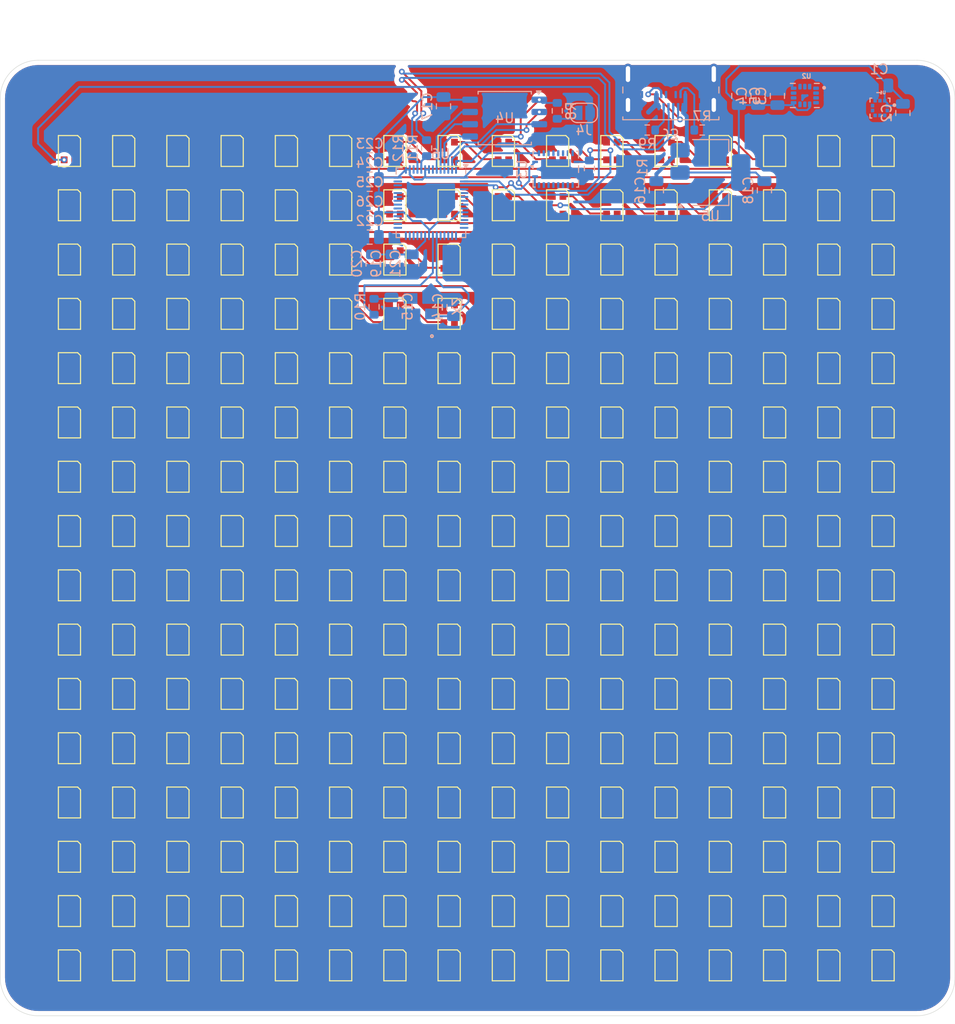
<source format=kicad_pcb>
(kicad_pcb (version 20241229) (generator "pcbnew") (generator_version "9.0")
  (layers (0 "F.Cu" signal) (2 "B.Cu" signal) (13 "F.Paste" user) (15 "B.Paste" user) (5 "F.SilkS" user "F.Silkscreen") (7 "B.SilkS" user "B.Silkscreen") (1 "F.Mask" user) (3 "B.Mask" user) (25 "Edge.Cuts" user))
  (net 0 "")
  (net 1 "GND")
  (net 2 "+3V3")
  (net 3 "/XIN")
  (net 4 "Net-(C15-Pad2)")
  (net 5 "+5V")
  (net 6 "+1V1")
  (net 7 "/LED_DATA")
  (net 8 "Net-(L1001-DOUT)")
  (net 9 "Net-(L1002-DOUT)")
  (net 10 "Net-(L1003-DOUT)")
  (net 11 "Net-(L1004-DOUT)")
  (net 12 "Net-(L1005-DOUT)")
  (net 13 "Net-(L1006-DOUT)")
  (net 14 "Net-(L1007-DOUT)")
  (net 15 "Net-(L1008-DOUT)")
  (net 16 "Net-(L1009-DOUT)")
  (net 17 "/USB D-")
  (net 18 "/USB D+")
  (net 19 "Net-(J3-CC1)")
  (net 20 "Net-(J3-CC2)")
  (net 21 "/USB_BOOT")
  (net 22 "/OE_SIGNAL")
  (net 23 "/QSPI_SS")
  (net 24 "/XOUT")
  (net 25 "SPI_BARO_CP")
  (net 26 "BARO_INT")
  (net 27 "SPI_SCK")
  (net 28 "SPI_MOSI")
  (net 29 "SPI_MISO")
  (net 33 "GYRO_INT2")
  (net 34 "SPI_GYRO_CP")
  (net 35 "GYRO_INT")
  (net 39 "Net-(U3-A1)")
  (net 51 "/QSPI_SD0")
  (net 52 "/QSPI_SD1")
  (net 53 "/QSPI_SCLK")
  (net 54 "/QSPI_SD2")
  (net 55 "/QSPI_SD3")
  (net 79 "Net-(L1010-DOUT)")
  (net 80 "Net-(L1011-DOUT)")
  (net 81 "Net-(L1012-DOUT)")
  (net 82 "Net-(L1013-DOUT)")
  (net 83 "Net-(L1014-DOUT)")
  (net 84 "Net-(L1015-DOUT)")
  (net 85 "/Neopixel MATRIX/1")
  (net 86 "Net-(L1017-DOUT)")
  (net 87 "Net-(L1018-DOUT)")
  (net 88 "Net-(L1019-DOUT)")
  (net 89 "Net-(L1020-DOUT)")
  (net 90 "Net-(L1021-DOUT)")
  (net 91 "Net-(L1022-DOUT)")
  (net 92 "Net-(L1023-DOUT)")
  (net 93 "Net-(L1024-DOUT)")
  (net 94 "Net-(L1025-DOUT)")
  (net 95 "Net-(L1026-DOUT)")
  (net 96 "Net-(L1027-DOUT)")
  (net 97 "Net-(L1028-DOUT)")
  (net 98 "Net-(L1029-DOUT)")
  (net 99 "Net-(L1030-DOUT)")
  (net 100 "Net-(L1031-DOUT)")
  (net 101 "/Neopixel MATRIX/2")
  (net 102 "Net-(L1033-DOUT)")
  (net 103 "Net-(L1034-DOUT)")
  (net 104 "Net-(L1035-DOUT)")
  (net 105 "Net-(L1036-DOUT)")
  (net 106 "Net-(L1037-DOUT)")
  (net 107 "Net-(L1038-DOUT)")
  (net 108 "Net-(L1039-DOUT)")
  (net 109 "Net-(L1040-DOUT)")
  (net 110 "Net-(L1041-DOUT)")
  (net 111 "Net-(L1042-DOUT)")
  (net 112 "Net-(L1043-DOUT)")
  (net 113 "Net-(L1044-DOUT)")
  (net 114 "Net-(L1045-DOUT)")
  (net 115 "Net-(L1046-DOUT)")
  (net 116 "Net-(L1047-DOUT)")
  (net 117 "/Neopixel MATRIX/3")
  (net 118 "Net-(L1049-DOUT)")
  (net 119 "Net-(L1050-DOUT)")
  (net 120 "Net-(L1051-DOUT)")
  (net 121 "Net-(L1052-DOUT)")
  (net 122 "Net-(L1053-DOUT)")
  (net 123 "Net-(L1054-DOUT)")
  (net 124 "Net-(L1055-DOUT)")
  (net 125 "Net-(L1056-DOUT)")
  (net 126 "Net-(L1057-DOUT)")
  (net 127 "Net-(L1058-DOUT)")
  (net 128 "Net-(L1059-DOUT)")
  (net 129 "Net-(L1060-DOUT)")
  (net 130 "Net-(L1061-DOUT)")
  (net 131 "Net-(L1062-DOUT)")
  (net 132 "Net-(L1063-DOUT)")
  (net 133 "/Neopixel MATRIX/4")
  (net 134 "Net-(L1065-DOUT)")
  (net 135 "Net-(L1066-DOUT)")
  (net 136 "Net-(L1067-DOUT)")
  (net 137 "Net-(L1068-DOUT)")
  (net 138 "Net-(L1069-DOUT)")
  (net 139 "Net-(L1070-DOUT)")
  (net 140 "Net-(L1071-DOUT)")
  (net 141 "Net-(L1072-DOUT)")
  (net 142 "Net-(L1073-DOUT)")
  (net 143 "Net-(L1074-DOUT)")
  (net 144 "Net-(L1075-DOUT)")
  (net 145 "Net-(L1076-DOUT)")
  (net 146 "Net-(L1077-DOUT)")
  (net 147 "Net-(L1078-DOUT)")
  (net 148 "Net-(L1079-DOUT)")
  (net 149 "/Neopixel MATRIX/5")
  (net 150 "Net-(L1081-DOUT)")
  (net 151 "Net-(L1082-DOUT)")
  (net 152 "Net-(L1083-DOUT)")
  (net 153 "Net-(L1084-DOUT)")
  (net 154 "Net-(L1085-DOUT)")
  (net 155 "Net-(L1086-DOUT)")
  (net 156 "Net-(L1087-DOUT)")
  (net 157 "Net-(L1088-DOUT)")
  (net 158 "Net-(L1089-DOUT)")
  (net 159 "Net-(L1090-DOUT)")
  (net 160 "Net-(L1091-DOUT)")
  (net 161 "Net-(L1092-DOUT)")
  (net 162 "Net-(L1093-DOUT)")
  (net 163 "Net-(L1094-DOUT)")
  (net 164 "Net-(L1095-DOUT)")
  (net 165 "/Neopixel MATRIX/6")
  (net 166 "/Neopixel MATRIX/13")
  (net 167 "Net-(L1097-DOUT)")
  (net 168 "Net-(L1098-DOUT)")
  (net 169 "Net-(L1099-DOUT)")
  (net 170 "Net-(L1100-DOUT)")
  (net 171 "Net-(L1101-DOUT)")
  (net 172 "Net-(L1102-DOUT)")
  (net 173 "Net-(L1103-DOUT)")
  (net 174 "Net-(L1104-DOUT)")
  (net 175 "Net-(L1105-DOUT)")
  (net 176 "Net-(L1106-DOUT)")
  (net 177 "Net-(L1107-DOUT)")
  (net 178 "Net-(L1108-DOUT)")
  (net 179 "Net-(L1109-DOUT)")
  (net 180 "Net-(L1110-DOUT)")
  (net 181 "Net-(L1111-DOUT)")
  (net 182 "/Neopixel MATRIX/7")
  (net 183 "/Neopixel MATRIX/14")
  (net 184 "Net-(L1113-DOUT)")
  (net 185 "Net-(L1114-DOUT)")
  (net 186 "Net-(L1115-DOUT)")
  (net 187 "Net-(L1116-DOUT)")
  (net 188 "Net-(L1117-DOUT)")
  (net 189 "Net-(L1118-DOUT)")
  (net 190 "Net-(L1119-DOUT)")
  (net 191 "Net-(L1120-DOUT)")
  (net 192 "Net-(L1121-DOUT)")
  (net 193 "Net-(L1122-DOUT)")
  (net 194 "Net-(L1123-DOUT)")
  (net 195 "Net-(L1124-DOUT)")
  (net 196 "Net-(L1125-DOUT)")
  (net 197 "Net-(L1126-DOUT)")
  (net 198 "Net-(L1127-DOUT)")
  (net 199 "/Neopixel MATRIX/8")
  (net 200 "Net-(L1129-DOUT)")
  (net 201 "/Neopixel MATRIX/15")
  (net 202 "Net-(L1130-DOUT)")
  (net 203 "Net-(L1131-DOUT)")
  (net 204 "Net-(L1132-DOUT)")
  (net 205 "Net-(L1133-DOUT)")
  (net 206 "Net-(L1134-DOUT)")
  (net 207 "Net-(L1135-DOUT)")
  (net 208 "Net-(L1136-DOUT)")
  (net 209 "Net-(L1137-DOUT)")
  (net 210 "Net-(L1138-DOUT)")
  (net 211 "Net-(L1139-DOUT)")
  (net 212 "Net-(L1140-DOUT)")
  (net 213 "Net-(L1141-DOUT)")
  (net 214 "Net-(L1142-DOUT)")
  (net 215 "Net-(L1143-DOUT)")
  (net 216 "/Neopixel MATRIX/9")
  (net 217 "Net-(L1145-DOUT)")
  (net 218 "/USBR_D+")
  (net 219 "Net-(L1146-DOUT)")
  (net 220 "Net-(L1147-DOUT)")
  (net 221 "Net-(L1148-DOUT)")
  (net 222 "Net-(L1149-DOUT)")
  (net 223 "Net-(L1150-DOUT)")
  (net 224 "Net-(L1151-DOUT)")
  (net 225 "Net-(L1152-DOUT)")
  (net 226 "Net-(L1153-DOUT)")
  (net 227 "Net-(L1154-DOUT)")
  (net 228 "Net-(L1155-DOUT)")
  (net 229 "Net-(L1156-DOUT)")
  (net 230 "Net-(L1157-DOUT)")
  (net 231 "Net-(L1158-DOUT)")
  (net 232 "Net-(L1159-DOUT)")
  (net 233 "/Neopixel MATRIX/10")
  (net 234 "Net-(L1161-DOUT)")
  (net 235 "/USBR_D-")
  (net 236 "Net-(L1162-DOUT)")
  (net 237 "Net-(L1163-DOUT)")
  (net 238 "Net-(L1164-DOUT)")
  (net 239 "Net-(L1165-DOUT)")
  (net 240 "Net-(L1166-DOUT)")
  (net 241 "Net-(L1167-DOUT)")
  (net 242 "Net-(L1168-DOUT)")
  (net 243 "Net-(L1169-DOUT)")
  (net 244 "Net-(L1170-DOUT)")
  (net 245 "Net-(L1171-DOUT)")
  (net 246 "Net-(L1172-DOUT)")
  (net 247 "Net-(L1173-DOUT)")
  (net 248 "Net-(L1174-DOUT)")
  (net 249 "Net-(L1175-DOUT)")
  (net 250 "/Neopixel MATRIX/11")
  (net 251 "Net-(L1177-DOUT)")
  (net 252 "Net-(L1178-DOUT)")
  (net 253 "Net-(L1179-DOUT)")
  (net 254 "Net-(L1180-DOUT)")
  (net 255 "Net-(L1181-DOUT)")
  (net 256 "Net-(L1182-DOUT)")
  (net 257 "Net-(L1183-DOUT)")
  (net 258 "Net-(L1184-DOUT)")
  (net 259 "Net-(L1185-DOUT)")
  (net 260 "Net-(L1186-DOUT)")
  (net 261 "Net-(L1187-DOUT)")
  (net 262 "Net-(L1188-DOUT)")
  (net 263 "Net-(L1189-DOUT)")
  (net 264 "Net-(L1190-DOUT)")
  (net 265 "Net-(L1191-DOUT)")
  (net 266 "/Neopixel MATRIX/12")
  (net 267 "Net-(L1193-DOUT)")
  (net 268 "Net-(L1194-DOUT)")
  (net 269 "Net-(L1195-DOUT)")
  (net 270 "Net-(L1196-DOUT)")
  (net 271 "Net-(L1197-DOUT)")
  (net 272 "Net-(L1198-DOUT)")
  (net 273 "Net-(L1199-DOUT)")
  (net 274 "Net-(L1200-DOUT)")
  (net 275 "Net-(L1201-DOUT)")
  (net 276 "Net-(L1202-DOUT)")
  (net 277 "Net-(L1203-DOUT)")
  (net 278 "Net-(L1204-DOUT)")
  (net 279 "Net-(L1205-DOUT)")
  (net 280 "Net-(L1206-DOUT)")
  (net 281 "Net-(L1207-DOUT)")
  (net 282 "Net-(L1209-DOUT)")
  (net 283 "Net-(L1210-DOUT)")
  (net 284 "Net-(L1211-DOUT)")
  (net 285 "Net-(L1212-DOUT)")
  (net 286 "Net-(L1213-DOUT)")
  (net 287 "Net-(L1214-DOUT)")
  (net 288 "Net-(L1215-DOUT)")
  (net 289 "Net-(L1216-DOUT)")
  (net 290 "Net-(L1217-DOUT)")
  (net 291 "Net-(L1218-DOUT)")
  (net 292 "Net-(L1219-DOUT)")
  (net 293 "Net-(L1220-DOUT)")
  (net 294 "Net-(L1221-DOUT)")
  (net 295 "Net-(L1222-DOUT)")
  (net 296 "Net-(L1223-DOUT)")
  (net 297 "Net-(L1225-DOUT)")
  (net 298 "Net-(L1226-DOUT)")
  (net 299 "Net-(L1227-DOUT)")
  (net 300 "Net-(L1228-DOUT)")
  (net 301 "Net-(L1229-DOUT)")
  (net 302 "Net-(L1230-DOUT)")
  (net 303 "Net-(L1231-DOUT)")
  (net 304 "Net-(L1232-DOUT)")
  (net 305 "Net-(L1233-DOUT)")
  (net 306 "Net-(L1234-DOUT)")
  (net 307 "Net-(L1235-DOUT)")
  (net 308 "Net-(L1236-DOUT)")
  (net 309 "Net-(L1237-DOUT)")
  (net 310 "Net-(L1238-DOUT)")
  (net 311 "Net-(L1239-DOUT)")
  (net 312 "Net-(L1241-DOUT)")
  (net 313 "Net-(L1242-DOUT)")
  (net 314 "Net-(L1243-DOUT)")
  (net 315 "Net-(L1244-DOUT)")
  (net 316 "Net-(L1245-DOUT)")
  (net 317 "Net-(L1246-DOUT)")
  (net 318 "Net-(L1247-DOUT)")
  (net 319 "Net-(L1248-DOUT)")
  (net 320 "Net-(L1249-DOUT)")
  (net 321 "Net-(L1250-DOUT)")
  (net 322 "Net-(L1251-DOUT)")
  (net 323 "Net-(L1252-DOUT)")
  (net 324 "Net-(L1253-DOUT)")
  (net 325 "Net-(L1254-DOUT)")
  (net 326 "Net-(L1255-DOUT)")
  (net 327 "unconnected-(L1256-DOUT-Pad1)")
  (footprint "LED_SMD:LED_WS2812B-2020_PLCC4_2.0x2.0mm" (layer "F.Cu") (at 108.4275 116.275 -90)
    (property "Reference" "L1202" (hide yes))
    (property "Value" "WS2812B-2020")
  )
  (footprint "LED_SMD:LED_WS2812B-2020_PLCC4_2.0x2.0mm" (layer "F.Cu") (at 69.0525 82.525 -90)
    (property "Reference" "L1099" (hide yes))
    (property "Value" "WS2812B-2020")
  )
  (footprint "LED_SMD:LED_WS2812B-2020_PLCC4_2.0x2.0mm" (layer "F.Cu") (at 136.5525 65.65 -90)
    (property "Reference" "L1063" (hide yes))
    (property "Value" "WS2812B-2020")
  )
  (footprint "LED_SMD:LED_WS2812B-2020_PLCC4_2.0x2.0mm" (layer "F.Cu") (at 130.9275 99.4 -90)
    (property "Reference" "L1158" (hide yes))
    (property "Value" "WS2812B-2020")
  )
  (footprint "LED_SMD:LED_WS2812B-2020_PLCC4_2.0x2.0mm" (layer "F.Cu") (at 63.4275 116.275 -90)
    (property "Reference" "L1194" (hide yes))
    (property "Value" "WS2812B-2020")
  )
  (footprint "LED_SMD:LED_WS2812B-2020_PLCC4_2.0x2.0mm" (layer "F.Cu") (at 125.3025 76.9 -90)
    (property "Reference" "L1093" (hide yes))
    (property "Value" "WS2812B-2020")
  )
  (footprint "LED_SMD:LED_WS2812B-2020_PLCC4_2.0x2.0mm" (layer "F.Cu") (at 85.9275 93.775 -90)
    (property "Reference" "L1134" (hide yes))
    (property "Value" "WS2812B-2020")
  )
  (footprint "LED_SMD:LED_WS2812B-2020_PLCC4_2.0x2.0mm" (layer "F.Cu") (at 136.5525 110.65 -90)
    (property "Reference" "L1191" (hide yes))
    (property "Value" "WS2812B-2020")
  )
  (footprint "LED_SMD:LED_WS2812B-2020_PLCC4_2.0x2.0mm" (layer "F.Cu") (at 130.9275 93.775 -90)
    (property "Reference" "L1142" (hide yes))
    (property "Value" "WS2812B-2020")
  )
  (footprint "LED_SMD:LED_WS2812B-2020_PLCC4_2.0x2.0mm" (layer "F.Cu") (at 136.5525 105.025 -90)
    (property "Reference" "L1175" (hide yes))
    (property "Value" "WS2812B-2020")
  )
  (footprint "LED_SMD:LED_WS2812B-2020_PLCC4_2.0x2.0mm" (layer "F.Cu") (at 119.6775 60.025 -90)
    (property "Reference" "L1044" (hide yes))
    (property "Value" "WS2812B-2020")
  )
  (footprint "LED_SMD:LED_WS2812B-2020_PLCC4_2.0x2.0mm" (layer "F.Cu") (at 57.8025 116.275 -90)
    (property "Reference" "L1193" (hide yes))
    (property "Value" "WS2812B-2020")
  )
  (footprint "LED_SMD:LED_WS2812B-2020_PLCC4_2.0x2.0mm" (layer "F.Cu") (at 119.6775 76.9 -90)
    (property "Reference" "L1092" (hide yes))
    (property "Value" "WS2812B-2020")
  )
  (footprint "LED_SMD:LED_WS2812B-2020_PLCC4_2.0x2.0mm" (layer "F.Cu") (at 142.1775 71.275 -90)
    (property "Reference" "L1080" (hide yes))
    (property "Value" "WS2812B-2020")
  )
  (footprint "LED_SMD:LED_WS2812B-2020_PLCC4_2.0x2.0mm" (layer "F.Cu") (at 69.0525 105.025 -90)
    (property "Reference" "L1163" (hide yes))
    (property "Value" "WS2812B-2020")
  )
  (footprint "LED_SMD:LED_WS2812B-2020_PLCC4_2.0x2.0mm" (layer "F.Cu") (at 80.3025 54.4 -90)
    (property "Reference" "L1021" (hide yes))
    (property "Value" "WS2812B-2020")
  )
  (footprint "LED_SMD:LED_WS2812B-2020_PLCC4_2.0x2.0mm" (layer "F.Cu") (at 130.9275 76.9 -90)
    (property "Reference" "L1094" (hide yes))
    (property "Value" "WS2812B-2020")
  )
  (footprint "LED_SMD:LED_WS2812B-2020_PLCC4_2.0x2.0mm" (layer "F.Cu") (at 114.0525 116.275 -90)
    (property "Reference" "L1203" (hide yes))
    (property "Value" "WS2812B-2020")
  )
  (footprint "LED_SMD:LED_WS2812B-2020_PLCC4_2.0x2.0mm" (layer "F.Cu") (at 80.3025 105.025 -90)
    (property "Reference" "L1165" (hide yes))
    (property "Value" "WS2812B-2020")
  )
  (footprint "LED_SMD:LED_WS2812B-2020_PLCC4_2.0x2.0mm" (layer "F.Cu") (at 102.8025 116.275 -90)
    (property "Reference" "L1201" (hide yes))
    (property "Value" "WS2812B-2020")
  )
  (footprint "LED_SMD:LED_WS2812B-2020_PLCC4_2.0x2.0mm" (layer "F.Cu") (at 102.8025 48.775 -90)
    (property "Reference" "L1009" (hide yes))
    (property "Value" "WS2812B-2020")
  )
  (footprint "LED_SMD:LED_WS2812B-2020_PLCC4_2.0x2.0mm" (layer "F.Cu") (at 114.0525 60.025 -90)
    (property "Reference" "L1043" (hide yes))
    (property "Value" "WS2812B-2020")
  )
  (footprint "LED_SMD:LED_WS2812B-2020_PLCC4_2.0x2.0mm" (layer "F.Cu") (at 74.6775 76.9 -90)
    (property "Reference" "L1084" (hide yes))
    (property "Value" "WS2812B-2020")
  )
  (footprint "LED_SMD:LED_WS2812B-2020_PLCC4_2.0x2.0mm" (layer "F.Cu") (at 102.8025 76.9 -90)
    (property "Reference" "L1089" (hide yes))
    (property "Value" "WS2812B-2020")
  )
  (footprint "LED_SMD:LED_WS2812B-2020_PLCC4_2.0x2.0mm" (layer "F.Cu") (at 97.1775 82.525 -90)
    (property "Reference" "L1104" (hide yes))
    (property "Value" "WS2812B-2020")
  )
  (footprint "LED_SMD:LED_WS2812B-2020_PLCC4_2.0x2.0mm" (layer "F.Cu") (at 130.9275 127.525 -90)
    (property "Reference" "L1238" (hide yes))
    (property "Value" "WS2812B-2020")
  )
  (footprint "LED_SMD:LED_WS2812B-2020_PLCC4_2.0x2.0mm" (layer "F.Cu") (at 142.1775 48.775 -90)
    (property "Reference" "L1016" (hide yes))
    (property "Value" "WS2812B-2020")
  )
  (footprint "LED_SMD:LED_WS2812B-2020_PLCC4_2.0x2.0mm" (layer "F.Cu") (at 142.1775 82.525 -90)
    (property "Reference" "L1112" (hide yes))
    (property "Value" "WS2812B-2020")
  )
  (footprint "LED_SMD:LED_WS2812B-2020_PLCC4_2.0x2.0mm" (layer "F.Cu") (at 85.9275 121.9 -90)
    (property "Reference" "L1214" (hide yes))
    (property "Value" "WS2812B-2020")
  )
  (footprint "LED_SMD:LED_WS2812B-2020_PLCC4_2.0x2.0mm" (layer "F.Cu") (at 97.1775 93.775 -90)
    (property "Reference" "L1136" (hide yes))
    (property "Value" "WS2812B-2020")
  )
  (footprint "LED_SMD:LED_WS2812B-2020_PLCC4_2.0x2.0mm" (layer "F.Cu") (at 142.1775 127.525 -90)
    (property "Reference" "L1240" (hide yes))
    (property "Value" "WS2812B-2020")
  )
  (footprint "LED_SMD:LED_WS2812B-2020_PLCC4_2.0x2.0mm" (layer "F.Cu") (at 91.5525 65.65 -90)
    (property "Reference" "L1055" (hide yes))
    (property "Value" "WS2812B-2020")
  )
  (footprint "LED_SMD:LED_WS2812B-2020_PLCC4_2.0x2.0mm" (layer "F.Cu") (at 114.0525 105.025 -90)
    (property "Reference" "L1171" (hide yes))
    (property "Value" "WS2812B-2020")
  )
  (footprint "LED_SMD:LED_WS2812B-2020_PLCC4_2.0x2.0mm" (layer "F.Cu") (at 125.3025 127.525 -90)
    (property "Reference" "L1237" (hide yes))
    (property "Value" "WS2812B-2020")
  )
  (footprint "LED_SMD:LED_WS2812B-2020_PLCC4_2.0x2.0mm" (layer "F.Cu") (at 119.6775 121.9 -90)
    (property "Reference" "L1220" (hide yes))
    (property "Value" "WS2812B-2020")
  )
  (footprint "LED_SMD:LED_WS2812B-2020_PLCC4_2.0x2.0mm" (layer "F.Cu") (at 125.3025 88.15 -90)
    (property "Reference" "L1125" (hide yes))
    (property "Value" "WS2812B-2020")
  )
  (footprint "LED_SMD:LED_WS2812B-2020_PLCC4_2.0x2.0mm" (layer "F.Cu") (at 142.1775 88.15 -90)
    (property "Reference" "L1128" (hide yes))
    (property "Value" "WS2812B-2020")
  )
  (footprint "LED_SMD:LED_WS2812B-2020_PLCC4_2.0x2.0mm" (layer "F.Cu") (at 130.9275 121.9 -90)
    (property "Reference" "L1222" (hide yes))
    (property "Value" "WS2812B-2020")
  )
  (footprint "LED_SMD:LED_WS2812B-2020_PLCC4_2.0x2.0mm" (layer "F.Cu") (at 91.5525 48.775 -90)
    (property "Reference" "L1007" (hide yes))
    (property "Value" "WS2812B-2020")
  )
  (footprint "LED_SMD:LED_WS2812B-2020_PLCC4_2.0x2.0mm" (layer "F.Cu") (at 63.4275 105.025 -90)
    (property "Reference" "L1162" (hide yes))
    (property "Value" "WS2812B-2020")
  )
  (footprint "LED_SMD:LED_WS2812B-2020_PLCC4_2.0x2.0mm" (layer "F.Cu") (at 91.5525 76.9 -90)
    (property "Reference" "L1087" (hide yes))
    (property "Value" "WS2812B-2020")
  )
  (footprint "LED_SMD:LED_WS2812B-2020_PLCC4_2.0x2.0mm" (layer "F.Cu") (at 97.1775 65.65 -90)
    (property "Reference" "L1056" (hide yes))
    (property "Value" "WS2812B-2020")
  )
  (footprint "LED_SMD:LED_WS2812B-2020_PLCC4_2.0x2.0mm" (layer "F.Cu") (at 108.4275 93.775 -90)
    (property "Reference" "L1138" (hide yes))
    (property "Value" "WS2812B-2020")
  )
  (footprint "LED_SMD:LED_WS2812B-2020_PLCC4_2.0x2.0mm" (layer "F.Cu") (at 85.9275 82.525 -90)
    (property "Reference" "L1102" (hide yes))
    (property "Value" "WS2812B-2020")
  )
  (footprint "LED_SMD:LED_WS2812B-2020_PLCC4_2.0x2.0mm" (layer "F.Cu") (at 108.4275 60.025 -90)
    (property "Reference" "L1042" (hide yes))
    (property "Value" "WS2812B-2020")
  )
  (footprint "LED_SMD:LED_WS2812B-2020_PLCC4_2.0x2.0mm" (layer "F.Cu") (at 69.0525 99.4 -90)
    (property "Reference" "L1147" (hide yes))
    (property "Value" "WS2812B-2020")
  )
  (footprint "LED_SMD:LED_WS2812B-2020_PLCC4_2.0x2.0mm" (layer "F.Cu") (at 69.0525 116.275 -90)
    (property "Reference" "L1195" (hide yes))
    (property "Value" "WS2812B-2020")
  )
  (footprint "LED_SMD:LED_WS2812B-2020_PLCC4_2.0x2.0mm" (layer "F.Cu") (at 136.5525 60.025 -90)
    (property "Reference" "L1047" (hide yes))
    (property "Value" "WS2812B-2020")
  )
  (footprint "LED_SMD:LED_WS2812B-2020_PLCC4_2.0x2.0mm" (layer "F.Cu") (at 102.8025 93.775 -90)
    (property "Reference" "L1137" (hide yes))
    (property "Value" "WS2812B-2020")
  )
  (footprint "LED_SMD:LED_WS2812B-2020_PLCC4_2.0x2.0mm" (layer "F.Cu") (at 108.4275 133.15 -90)
    (property "Reference" "L1250" (hide yes))
    (property "Value" "WS2812B-2020")
  )
  (footprint "LED_SMD:LED_WS2812B-2020_PLCC4_2.0x2.0mm" (layer "F.Cu") (at 80.3025 76.9 -90)
    (property "Reference" "L1085" (hide yes))
    (property "Value" "WS2812B-2020")
  )
  (footprint "LED_SMD:LED_WS2812B-2020_PLCC4_2.0x2.0mm" (layer "F.Cu") (at 69.0525 121.9 -90)
    (property "Reference" "L1211" (hide yes))
    (property "Value" "WS2812B-2020")
  )
  (footprint "LED_SMD:LED_WS2812B-2020_PLCC4_2.0x2.0mm" (layer "F.Cu") (at 142.1775 110.65 -90)
    (property "Reference" "L1192" (hide yes))
    (property "Value" "WS2812B-2020")
  )
  (footprint "LED_SMD:LED_WS2812B-2020_PLCC4_2.0x2.0mm" (layer "F.Cu") (at 57.8025 48.775 -90)
    (property "Reference" "L1001" (hide yes))
    (property "Value" "WS2812B-2020")
  )
  (footprint "LED_SMD:LED_WS2812B-2020_PLCC4_2.0x2.0mm" (layer "F.Cu") (at 91.5525 54.4 -90)
    (property "Reference" "L1023" (hide yes))
    (property "Value" "WS2812B-2020")
  )
  (footprint "LED_SMD:LED_WS2812B-2020_PLCC4_2.0x2.0mm" (layer "F.Cu") (at 74.6775 60.025 -90)
    (property "Reference" "L1036" (hide yes))
    (property "Value" "WS2812B-2020")
  )
  (footprint "LED_SMD:LED_WS2812B-2020_PLCC4_2.0x2.0mm" (layer "F.Cu") (at 85.9275 48.775 -90)
    (property "Reference" "L1006" (hide yes))
    (property "Value" "WS2812B-2020")
  )
  (footprint "LED_SMD:LED_WS2812B-2020_PLCC4_2.0x2.0mm" (layer "F.Cu") (at 119.6775 65.65 -90)
    (property "Reference" "L1060" (hide yes))
    (property "Value" "WS2812B-2020")
  )
  (footprint "LED_SMD:LED_WS2812B-2020_PLCC4_2.0x2.0mm" (layer "F.Cu") (at 85.9275 54.4 -90)
    (property "Reference" "L1022" (hide yes))
    (property "Value" "WS2812B-2020")
  )
  (footprint "LED_SMD:LED_WS2812B-2020_PLCC4_2.0x2.0mm" (layer "F.Cu") (at 57.8025 82.525 -90)
    (property "Reference" "L1097" (hide yes))
    (property "Value" "WS2812B-2020")
  )
  (footprint "LED_SMD:LED_WS2812B-2020_PLCC4_2.0x2.0mm" (layer "F.Cu") (at 142.1775 60.025 -90)
    (property "Reference" "L1048" (hide yes))
    (property "Value" "WS2812B-2020")
  )
  (footprint "LED_SMD:LED_WS2812B-2020_PLCC4_2.0x2.0mm" (layer "F.Cu") (at 130.9275 116.275 -90)
    (property "Reference" "L1206" (hide yes))
    (property "Value" "WS2812B-2020")
  )
  (footprint "LED_SMD:LED_WS2812B-2020_PLCC4_2.0x2.0mm" (layer "F.Cu") (at 119.6775 82.525 -90)
    (property "Reference" "L1108" (hide yes))
    (property "Value" "WS2812B-2020")
  )
  (footprint "LED_SMD:LED_WS2812B-2020_PLCC4_2.0x2.0mm" (layer "F.Cu") (at 102.8025 110.65 -90)
    (property "Reference" "L1185" (hide yes))
    (property "Value" "WS2812B-2020")
  )
  (footprint "LED_SMD:LED_WS2812B-2020_PLCC4_2.0x2.0mm" (layer "F.Cu") (at 119.6775 116.275 -90)
    (property "Reference" "L1204" (hide yes))
    (property "Value" "WS2812B-2020")
  )
  (footprint "LED_SMD:LED_WS2812B-2020_PLCC4_2.0x2.0mm" (layer "F.Cu") (at 69.0525 48.775 -90)
    (property "Reference" "L1003" (hide yes))
    (property "Value" "WS2812B-2020")
  )
  (footprint "LED_SMD:LED_WS2812B-2020_PLCC4_2.0x2.0mm" (layer "F.Cu") (at 130.9275 54.4 -90)
    (property "Reference" "L1030" (hide yes))
    (property "Value" "WS2812B-2020")
  )
  (footprint "LED_SMD:LED_WS2812B-2020_PLCC4_2.0x2.0mm" (layer "F.Cu") (at 108.4275 82.525 -90)
    (property "Reference" "L1106" (hide yes))
    (property "Value" "WS2812B-2020")
  )
  (footprint "LED_SMD:LED_WS2812B-2020_PLCC4_2.0x2.0mm" (layer "F.Cu") (at 119.6775 54.4 -90)
    (property "Reference" "L1028" (hide yes))
    (property "Value" "WS2812B-2020")
  )
  (footprint "LED_SMD:LED_WS2812B-2020_PLCC4_2.0x2.0mm" (layer "F.Cu") (at 97.1775 71.275 -90)
    (property "Reference" "L1072" (hide yes))
    (property "Value" "WS2812B-2020")
  )
  (footprint "LED_SMD:LED_WS2812B-2020_PLCC4_2.0x2.0mm" (layer "F.Cu") (at 74.6775 48.775 -90)
    (property "Reference" "L1004" (hide yes))
    (property "Value" "WS2812B-2020")
  )
  (footprint "LED_SMD:LED_WS2812B-2020_PLCC4_2.0x2.0mm" (layer "F.Cu") (at 80.3025 127.525 -90)
    (property "Reference" "L1229" (hide yes))
    (property "Value" "WS2812B-2020")
  )
  (footprint "LED_SMD:LED_WS2812B-2020_PLCC4_2.0x2.0mm" (layer "F.Cu") (at 114.0525 127.525 -90)
    (property "Reference" "L1235" (hide yes))
    (property "Value" "WS2812B-2020")
  )
  (footprint "LED_SMD:LED_WS2812B-2020_PLCC4_2.0x2.0mm" (layer "F.Cu") (at 57.8025 88.15 -90)
    (property "Reference" "L1113" (hide yes))
    (property "Value" "WS2812B-2020")
  )
  (footprint "LED_SMD:LED_WS2812B-2020_PLCC4_2.0x2.0mm" (layer "F.Cu") (at 85.9275 60.025 -90)
    (property "Reference" "L1038" (hide yes))
    (property "Value" "WS2812B-2020")
  )
  (footprint "LED_SMD:LED_WS2812B-2020_PLCC4_2.0x2.0mm" (layer "F.Cu") (at 69.0525 110.65 -90)
    (property "Reference" "L1179" (hide yes))
    (property "Value" "WS2812B-2020")
  )
  (footprint "LED_SMD:LED_WS2812B-2020_PLCC4_2.0x2.0mm" (layer "F.Cu") (at 102.8025 121.9 -90)
    (property "Reference" "L1217" (hide yes))
    (property "Value" "WS2812B-2020")
  )
  (footprint "LED_SMD:LED_WS2812B-2020_PLCC4_2.0x2.0mm" (layer "F.Cu") (at 85.9275 116.275 -90)
    (property "Reference" "L1198" (hide yes))
    (property "Value" "WS2812B-2020")
  )
  (footprint "LED_SMD:LED_WS2812B-2020_PLCC4_2.0x2.0mm" (layer "F.Cu") (at 57.8025 110.65 -90)
    (property "Reference" "L1177" (hide yes))
    (property "Value" "WS2812B-2020")
  )
  (footprint "LED_SMD:LED_WS2812B-2020_PLCC4_2.0x2.0mm" (layer "F.Cu") (at 97.1775 121.9 -90)
    (property "Reference" "L1216" (hide yes))
    (property "Value" "WS2812B-2020")
  )
  (footprint "LED_SMD:LED_WS2812B-2020_PLCC4_2.0x2.0mm" (layer "F.Cu") (at 57.8025 60.025 -90)
    (property "Reference" "L1033" (hide yes))
    (property "Value" "WS2812B-2020")
  )
  (footprint "LED_SMD:LED_WS2812B-2020_PLCC4_2.0x2.0mm" (layer "F.Cu") (at 114.0525 93.775 -90)
    (property "Reference" "L1139" (hide yes))
    (property "Value" "WS2812B-2020")
  )
  (footprint "LED_SMD:LED_WS2812B-2020_PLCC4_2.0x2.0mm" (layer "F.Cu") (at 63.4275 71.275 -90)
    (property "Reference" "L1066" (hide yes))
    (property "Value" "WS2812B-2020")
  )
  (footprint "LED_SMD:LED_WS2812B-2020_PLCC4_2.0x2.0mm" (layer "F.Cu") (at 130.9275 65.65 -90)
    (property "Reference" "L1062" (hide yes))
    (property "Value" "WS2812B-2020")
  )
  (footprint "LED_SMD:LED_WS2812B-2020_PLCC4_2.0x2.0mm" (layer "F.Cu") (at 125.3025 99.4 -90)
    (property "Reference" "L1157" (hide yes))
    (property "Value" "WS2812B-2020")
  )
  (footprint "LED_SMD:LED_WS2812B-2020_PLCC4_2.0x2.0mm" (layer "F.Cu") (at 125.3025 121.9 -90)
    (property "Reference" "L1221" (hide yes))
    (property "Value" "WS2812B-2020")
  )
  (footprint "LED_SMD:LED_WS2812B-2020_PLCC4_2.0x2.0mm" (layer "F.Cu") (at 69.0525 127.525 -90)
    (property "Reference" "L1227" (hide yes))
    (property "Value" "WS2812B-2020")
  )
  (footprint "LED_SMD:LED_WS2812B-2020_PLCC4_2.0x2.0mm" (layer "F.Cu") (at 142.1775 65.65 -90)
    (property "Reference" "L1064" (hide yes))
    (property "Value" "WS2812B-2020")
  )
  (footprint "LED_SMD:LED_WS2812B-2020_PLCC4_2.0x2.0mm" (layer "F.Cu") (at 63.4275 127.525 -90)
    (property "Reference" "L1226" (hide yes))
    (property "Value" "WS2812B-2020")
  )
  (footprint "LED_SMD:LED_WS2812B-2020_PLCC4_2.0x2.0mm" (layer "F.Cu") (at 57.8025 54.4 -90)
    (property "Reference" "L1017" (hide yes))
    (property "Value" "WS2812B-2020")
  )
  (footprint "LED_SMD:LED_WS2812B-2020_PLCC4_2.0x2.0mm" (layer "F.Cu") (at 130.9275 71.275 -90)
    (property "Reference" "L1078" (hide yes))
    (property "Value" "WS2812B-2020")
  )
  (footprint "LED_SMD:LED_WS2812B-2020_PLCC4_2.0x2.0mm" (layer "F.Cu") (at 85.9275 110.65 -90)
    (property "Reference" "L1182" (hide yes))
    (property "Value" "WS2812B-2020")
  )
  (footprint "LED_SMD:LED_WS2812B-2020_PLCC4_2.0x2.0mm" (layer "F.Cu") (at 74.6775 99.4 -90)
    (property "Reference" "L1148" (hide yes))
    (property "Value" "WS2812B-2020")
  )
  (footprint "LED_SMD:LED_WS2812B-2020_PLCC4_2.0x2.0mm" (layer "F.Cu") (at 85.9275 71.275 -90)
    (property "Reference" "L1070" (hide yes))
    (property "Value" "WS2812B-2020")
  )
  (footprint "LED_SMD:LED_WS2812B-2020_PLCC4_2.0x2.0mm" (layer "F.Cu") (at 57.8025 105.025 -90)
    (property "Reference" "L1161" (hide yes))
    (property "Value" "WS2812B-2020")
  )
  (footprint "LED_SMD:LED_WS2812B-2020_PLCC4_2.0x2.0mm" (layer "F.Cu") (at 125.3025 110.65 -90)
    (property "Reference" "L1189" (hide yes))
    (property "Value" "WS2812B-2020")
  )
  (footprint "LED_SMD:LED_WS2812B-2020_PLCC4_2.0x2.0mm" (layer "F.Cu") (at 74.6775 133.15 -90)
    (property "Reference" "L1244" (hide yes))
    (property "Value" "WS2812B-2020")
  )
  (footprint "LED_SMD:LED_WS2812B-2020_PLCC4_2.0x2.0mm" (layer "F.Cu") (at 57.8025 71.275 -90)
    (property "Reference" "L1065" (hide yes))
    (property "Value" "WS2812B-2020")
  )
  (footprint "LED_SMD:LED_WS2812B-2020_PLCC4_2.0x2.0mm" (layer "F.Cu") (at 125.3025 93.775 -90)
    (property "Reference" "L1141" (hide yes))
    (property "Value" "WS2812B-2020")
  )
  (footprint "LED_SMD:LED_WS2812B-2020_PLCC4_2.0x2.0mm" (layer "F.Cu") (at 108.4275 121.9 -90)
    (property "Reference" "L1218" (hide yes))
    (property "Value" "WS2812B-2020")
  )
  (footprint "LED_SMD:LED_WS2812B-2020_PLCC4_2.0x2.0mm" (layer "F.Cu") (at 74.6775 71.275 -90)
    (property "Reference" "L1068" (hide yes))
    (property "Value" "WS2812B-2020")
  )
  (footprint "LED_SMD:LED_WS2812B-2020_PLCC4_2.0x2.0mm" (layer "F.Cu") (at 125.3025 71.275 -90)
    (property "Reference" "L1077" (hide yes))
    (property "Value" "WS2812B-2020")
  )
  (footprint "LED_SMD:LED_WS2812B-2020_PLCC4_2.0x2.0mm" (layer "F.Cu") (at 114.0525 88.15 -90)
    (property "Reference" "L1123" (hide yes))
    (property "Value" "WS2812B-2020")
  )
  (footprint "LED_SMD:LED_WS2812B-2020_PLCC4_2.0x2.0mm" (layer "F.Cu") (at 136.5525 127.525 -90)
    (property "Reference" "L1239" (hide yes))
    (property "Value" "WS2812B-2020")
  )
  (footprint "LED_SMD:LED_WS2812B-2020_PLCC4_2.0x2.0mm" (layer "F.Cu") (at 136.5525 99.4 -90)
    (property "Reference" "L1159" (hide yes))
    (property "Value" "WS2812B-2020")
  )
  (footprint "LED_SMD:LED_WS2812B-2020_PLCC4_2.0x2.0mm" (layer "F.Cu") (at 136.5525 116.275 -90)
    (property "Reference" "L1207" (hide yes))
    (property "Value" "WS2812B-2020")
  )
  (footprint "LED_SMD:LED_WS2812B-2020_PLCC4_2.0x2.0mm" (layer "F.Cu") (at 114.0525 65.65 -90)
    (property "Reference" "L1059" (hide yes))
    (property "Value" "WS2812B-2020")
  )
  (footprint "LED_SMD:LED_WS2812B-2020_PLCC4_2.0x2.0mm" (layer "F.Cu") (at 130.9275 133.15 -90)
    (property "Reference" "L1254" (hide yes))
    (property "Value" "WS2812B-2020")
  )
  (footprint "LED_SMD:LED_WS2812B-2020_PLCC4_2.0x2.0mm" (layer "F.Cu") (at 91.5525 71.275 -90)
    (property "Reference" "L1071" (hide yes))
    (property "Value" "WS2812B-2020")
  )
  (footprint "LED_SMD:LED_WS2812B-2020_PLCC4_2.0x2.0mm" (layer "F.Cu") (at 97.1775 105.025 -90)
    (property "Reference" "L1168" (hide yes))
    (property "Value" "WS2812B-2020")
  )
  (footprint "LED_SMD:LED_WS2812B-2020_PLCC4_2.0x2.0mm" (layer "F.Cu") (at 136.5525 76.9 -90)
    (property "Reference" "L1095" (hide yes))
    (property "Value" "WS2812B-2020")
  )
  (footprint "LED_SMD:LED_WS2812B-2020_PLCC4_2.0x2.0mm" (layer "F.Cu") (at 119.6775 48.775 -90)
    (property "Reference" "L1012" (hide yes))
    (property "Value" "WS2812B-2020")
  )
  (footprint "LED_SMD:LED_WS2812B-2020_PLCC4_2.0x2.0mm" (layer "F.Cu") (at 91.5525 99.4 -90)
    (property "Reference" "L1151" (hide yes))
    (property "Value" "WS2812B-2020")
  )
  (footprint "LED_SMD:LED_WS2812B-2020_PLCC4_2.0x2.0mm" (layer "F.Cu") (at 108.4275 110.65 -90)
    (property "Reference" "L1186" (hide yes))
    (property "Value" "WS2812B-2020")
  )
  (footprint "LED_SMD:LED_WS2812B-2020_PLCC4_2.0x2.0mm" (layer "F.Cu") (at 142.1775 54.4 -90)
    (property "Reference" "L1032" (hide yes))
    (property "Value" "WS2812B-2020")
  )
  (footprint "LED_SMD:LED_WS2812B-2020_PLCC4_2.0x2.0mm" (layer "F.Cu") (at 130.9275 105.025 -90)
    (property "Reference" "L1174" (hide yes))
    (property "Value" "WS2812B-2020")
  )
  (footprint "LED_SMD:LED_WS2812B-2020_PLCC4_2.0x2.0mm" (layer "F.Cu") (at 102.8025 88.15 -90)
    (property "Reference" "L1121" (hide yes))
    (property "Value" "WS2812B-2020")
  )
  (footprint "LED_SMD:LED_WS2812B-2020_PLCC4_2.0x2.0mm" (layer "F.Cu") (at 136.5525 88.15 -90)
    (property "Reference" "L1127" (hide yes))
    (property "Value" "WS2812B-2020")
  )
  (footprint "LED_SMD:LED_WS2812B-2020_PLCC4_2.0x2.0mm" (layer "F.Cu") (at 119.6775 105.025 -90)
    (property "Reference" "L1172" (hide yes))
    (property "Value" "WS2812B-2020")
  )
  (footprint "LED_SMD:LED_WS2812B-2020_PLCC4_2.0x2.0mm" (layer "F.Cu") (at 80.3025 99.4 -90)
    (property "Reference" "L1149" (hide yes))
    (property "Value" "WS2812B-2020")
  )
  (footprint "LED_SMD:LED_WS2812B-2020_PLCC4_2.0x2.0mm" (layer "F.Cu") (at 142.1775 116.275 -90)
    (property "Reference" "L1208" (hide yes))
    (property "Value" "WS2812B-2020")
  )
  (footprint "LED_SMD:LED_WS2812B-2020_PLCC4_2.0x2.0mm" (layer "F.Cu") (at 119.6775 127.525 -90)
    (property "Reference" "L1236" (hide yes))
    (property "Value" "WS2812B-2020")
  )
  (footprint "LED_SMD:LED_WS2812B-2020_PLCC4_2.0x2.0mm" (layer "F.Cu") (at 125.3025 60.025 -90)
    (property "Reference" "L1045" (hide yes))
    (property "Value" "WS2812B-2020")
  )
  (footprint "LED_SMD:LED_WS2812B-2020_PLCC4_2.0x2.0mm" (layer "F.Cu") (at 136.5525 82.525 -90)
    (property "Reference" "L1111" (hide yes))
    (property "Value" "WS2812B-2020")
  )
  (footprint "LED_SMD:LED_WS2812B-2020_PLCC4_2.0x2.0mm" (layer "F.Cu") (at 108.4275 71.275 -90)
    (property "Reference" "L1074" (hide yes))
    (property "Value" "WS2812B-2020")
  )
  (footprint "LED_SMD:LED_WS2812B-2020_PLCC4_2.0x2.0mm" (layer "F.Cu") (at 91.5525 116.275 -90)
    (property "Reference" "L1199" (hide yes))
    (property "Value" "WS2812B-2020")
  )
  (footprint "LED_SMD:LED_WS2812B-2020_PLCC4_2.0x2.0mm" (layer "F.Cu") (at 91.5525 93.775 -90)
    (property "Reference" "L1135" (hide yes))
    (property "Value" "WS2812B-2020")
  )
  (footprint "LED_SMD:LED_WS2812B-2020_PLCC4_2.0x2.0mm" (layer "F.Cu") (at 74.6775 110.65 -90)
    (property "Reference" "L1180" (hide yes))
    (property "Value" "WS2812B-2020")
  )
  (footprint "LED_SMD:LED_WS2812B-2020_PLCC4_2.0x2.0mm" (layer "F.Cu") (at 97.1775 88.15 -90)
    (property "Reference" "L1120" (hide yes))
    (property "Value" "WS2812B-2020")
  )
  (footprint "LED_SMD:LED_WS2812B-2020_PLCC4_2.0x2.0mm" (layer "F.Cu") (at 125.3025 116.275 -90)
    (property "Reference" "L1205" (hide yes))
    (property "Value" "WS2812B-2020")
  )
  (footprint "LED_SMD:LED_WS2812B-2020_PLCC4_2.0x2.0mm" (layer "F.Cu") (at 85.9275 127.525 -90)
    (property "Reference" "L1230" (hide yes))
    (property "Value" "WS2812B-2020")
  )
  (footprint "LED_SMD:LED_WS2812B-2020_PLCC4_2.0x2.0mm" (layer "F.Cu") (at 63.4275 76.9 -90)
    (property "Reference" "L1082" (hide yes))
    (property "Value" "WS2812B-2020")
  )
  (footprint "LED_SMD:LED_WS2812B-2020_PLCC4_2.0x2.0mm" (layer "F.Cu") (at 130.9275 60.025 -90)
    (property "Reference" "L1046" (hide yes))
    (property "Value" "WS2812B-2020")
  )
  (footprint "LED_SMD:LED_WS2812B-2020_PLCC4_2.0x2.0mm" (layer "F.Cu") (at 57.8025 133.15 -90)
    (property "Reference" "L1241" (hide yes))
    (property "Value" "WS2812B-2020")
  )
  (footprint "LED_SMD:LED_WS2812B-2020_PLCC4_2.0x2.0mm" (layer "F.Cu") (at 108.4275 48.775 -90)
    (property "Reference" "L1010" (hide yes))
    (property "Value" "WS2812B-2020")
  )
  (footprint "LED_SMD:LED_WS2812B-2020_PLCC4_2.0x2.0mm" (layer "F.Cu") (at 91.5525 110.65 -90)
    (property "Reference" "L1183" (hide yes))
    (property "Value" "WS2812B-2020")
  )
  (footprint "LED_SMD:LED_WS2812B-2020_PLCC4_2.0x2.0mm" (layer "F.Cu") (at 80.3025 110.65 -90)
    (property "Reference" "L1181" (hide yes))
    (property "Value" "WS2812B-2020")
  )
  (footprint "LED_SMD:LED_WS2812B-2020_PLCC4_2.0x2.0mm" (layer "F.Cu") (at 136.5525 93.775 -90)
    (property "Reference" "L1143" (hide yes))
    (property "Value" "WS2812B-2020")
  )
  (footprint "LED_SMD:LED_WS2812B-2020_PLCC4_2.0x2.0mm" (layer "F.Cu") (at 102.8025 60.025 -90)
    (property "Reference" "L1041" (hide yes))
    (property "Value" "WS2812B-2020")
  )
  (footprint "LED_SMD:LED_WS2812B-2020_PLCC4_2.0x2.0mm" (layer "F.Cu") (at 63.4275 88.15 -90)
    (property "Reference" "L1114" (hide yes))
    (property "Value" "WS2812B-2020")
  )
  (footprint "LED_SMD:LED_WS2812B-2020_PLCC4_2.0x2.0mm" (layer "F.Cu") (at 119.6775 93.775 -90)
    (property "Reference" "L1140" (hide yes))
    (property "Value" "WS2812B-2020")
  )
  (footprint "LED_SMD:LED_WS2812B-2020_PLCC4_2.0x2.0mm" (layer "F.Cu") (at 80.3025 88.15 -90)
    (property "Reference" "L1117" (hide yes))
    (property "Value" "WS2812B-2020")
  )
  (footprint "LED_SMD:LED_WS2812B-2020_PLCC4_2.0x2.0mm" (layer "F.Cu") (at 63.4275 110.65 -90)
    (property "Reference" "L1178" (hide yes))
    (property "Value" "WS2812B-2020")
  )
  (footprint "LED_SMD:LED_WS2812B-2020_PLCC4_2.0x2.0mm" (layer "F.Cu") (at 97.1775 116.275 -90)
    (property "Reference" "L1200" (hide yes))
    (property "Value" "WS2812B-2020")
  )
  (footprint "LED_SMD:LED_WS2812B-2020_PLCC4_2.0x2.0mm" (layer "F.Cu") (at 102.8025 71.275 -90)
    (property "Reference" "L1073" (hide yes))
    (property "Value" "WS2812B-2020")
  )
  (footprint "LED_SMD:LED_WS2812B-2020_PLCC4_2.0x2.0mm" (layer "F.Cu") (at 91.5525 121.9 -90)
    (property "Reference" "L1215" (hide yes))
    (property "Value" "WS2812B-2020")
  )
  (footprint "LED_SMD:LED_WS2812B-2020_PLCC4_2.0x2.0mm" (layer "F.Cu") (at 119.6775 110.65 -90)
    (property "Reference" "L1188" (hide yes))
    (property "Value" "WS2812B-2020")
  )
  (footprint "LED_SMD:LED_WS2812B-2020_PLCC4_2.0x2.0mm" (layer "F.Cu") (at 63.4275 48.775 -90)
    (property "Reference" "L1002" (hide yes))
    (property "Value" "WS2812B-2020")
  )
  (footprint "LED_SMD:LED_WS2812B-2020_PLCC4_2.0x2.0mm" (layer "F.Cu") (at 63.4275 60.025 -90)
    (property "Reference" "L1034" (hide yes))
    (property "Value" "WS2812B-2020")
  )
  (footprint "LED_SMD:LED_WS2812B-2020_PLCC4_2.0x2.0mm" (layer "F.Cu") (at 85.9275 99.4 -90)
    (property "Reference" "L1150" (hide yes))
    (property "Value" "WS2812B-2020")
  )
  (footprint "LED_SMD:LED_WS2812B-2020_PLCC4_2.0x2.0mm" (layer "F.Cu") (at 80.3025 121.9 -90)
    (property "Reference" "L1213" (hide yes))
    (property "Value" "WS2812B-2020")
  )
  (footprint "LED_SMD:LED_WS2812B-2020_PLCC4_2.0x2.0mm" (layer "F.Cu") (at 108.4275 127.525 -90)
    (property "Reference" "L1234" (hide yes))
    (property "Value" "WS2812B-2020")
  )
  (footprint "LED_SMD:LED_WS2812B-2020_PLCC4_2.0x2.0mm" (layer "F.Cu") (at 57.8025 99.4 -90)
    (property "Reference" "L1145" (hide yes))
    (property "Value" "WS2812B-2020")
  )
  (footprint "LED_SMD:LED_WS2812B-2020_PLCC4_2.0x2.0mm" (layer "F.Cu") (at 114.0525 133.15 -90)
    (property "Reference" "L1251" (hide yes))
    (property "Value" "WS2812B-2020")
  )
  (footprint "LED_SMD:LED_WS2812B-2020_PLCC4_2.0x2.0mm" (layer "F.Cu") (at 74.6775 121.9 -90)
    (property "Reference" "L1212" (hide yes))
    (property "Value" "WS2812B-2020")
  )
  (footprint "LED_SMD:LED_WS2812B-2020_PLCC4_2.0x2.0mm" (layer "F.Cu") (at 74.6775 82.525 -90)
    (property "Reference" "L1100" (hide yes))
    (property "Value" "WS2812B-2020")
  )
  (footprint "LED_SMD:LED_WS2812B-2020_PLCC4_2.0x2.0mm" (layer "F.Cu") (at 97.1775 127.525 -90)
    (property "Reference" "L1232" (hide yes))
    (property "Value" "WS2812B-2020")
  )
  (footprint "LED_SMD:LED_WS2812B-2020_PLCC4_2.0x2.0mm" (layer "F.Cu") (at 69.0525 60.025 -90)
    (property "Reference" "L1035" (hide yes))
    (property "Value" "WS2812B-2020")
  )
  (footprint "LED_SMD:LED_WS2812B-2020_PLCC4_2.0x2.0mm" (layer "F.Cu") (at 74.6775 54.4 -90)
    (property "Reference" "L1020" (hide yes))
    (property "Value" "WS2812B-2020")
  )
  (footprint "LED_SMD:LED_WS2812B-2020_PLCC4_2.0x2.0mm" (layer "F.Cu") (at 130.9275 110.65 -90)
    (property "Reference" "L1190" (hide yes))
    (property "Value" "WS2812B-2020")
  )
  (footprint "LED_SMD:LED_WS2812B-2020_PLCC4_2.0x2.0mm" (layer "F.Cu") (at 80.3025 93.775 -90)
    (property "Reference" "L1133" (hide yes))
    (property "Value" "WS2812B-2020")
  )
  (footprint "LED_SMD:LED_WS2812B-2020_PLCC4_2.0x2.0mm" (layer "F.Cu") (at 63.4275 82.525 -90)
    (property "Reference" "L1098" (hide yes))
    (property "Value" "WS2812B-2020")
  )
  (footprint "LED_SMD:LED_WS2812B-2020_PLCC4_2.0x2.0mm" (layer "F.Cu") (at 142.1775 93.775 -90)
    (property "Reference" "L1144" (hide yes))
    (property "Value" "WS2812B-2020")
  )
  (footprint "LED_SMD:LED_WS2812B-2020_PLCC4_2.0x2.0mm" (layer "F.Cu") (at 102.8025 133.15 -90)
    (property "Reference" "L1249" (hide yes))
    (property "Value" "WS2812B-2020")
  )
  (footprint "LED_SMD:LED_WS2812B-2020_PLCC4_2.0x2.0mm" (layer "F.Cu") (at 63.4275 99.4 -90)
    (property "Reference" "L1146" (hide yes))
    (property "Value" "WS2812B-2020")
  )
  (footprint "LED_SMD:LED_WS2812B-2020_PLCC4_2.0x2.0mm" (layer "F.Cu") (at 91.5525 105.025 -90)
    (property "Reference" "L1167" (hide yes))
    (property "Value" "WS2812B-2020")
  )
  (footprint "LED_SMD:LED_WS2812B-2020_PLCC4_2.0x2.0mm" (layer "F.Cu") (at 125.3025 82.525 -90)
    (property "Reference" "L1109" (hide yes))
    (property "Value" "WS2812B-2020")
  )
  (footprint "LED_SMD:LED_WS2812B-2020_PLCC4_2.0x2.0mm" (layer "F.Cu") (at 74.6775 105.025 -90)
    (property "Reference" "L1164" (hide yes))
    (property "Value" "WS2812B-2020")
  )
  (footprint "LED_SMD:LED_WS2812B-2020_PLCC4_2.0x2.0mm" (layer "F.Cu") (at 97.1775 133.15 -90)
    (property "Reference" "L1248" (hide yes))
    (property "Value" "WS2812B-2020")
  )
  (footprint "LED_SMD:LED_WS2812B-2020_PLCC4_2.0x2.0mm" (layer "F.Cu") (at 63.4275 93.775 -90)
    (property "Reference" "L1130" (hide yes))
    (property "Value" "WS2812B-2020")
  )
  (footprint "LED_SMD:LED_WS2812B-2020_PLCC4_2.0x2.0mm" (layer "F.Cu") (at 69.0525 71.275 -90)
    (property "Reference" "L1067" (hide yes))
    (property "Value" "WS2812B-2020")
  )
  (footprint "LED_SMD:LED_WS2812B-2020_PLCC4_2.0x2.0mm" (layer "F.Cu") (at 142.1775 76.9 -90)
    (property "Reference" "L1096" (hide yes))
    (property "Value" "WS2812B-2020")
  )
  (footprint "LED_SMD:LED_WS2812B-2020_PLCC4_2.0x2.0mm" (layer "F.Cu") (at 80.3025 65.65 -90)
    (property "Reference" "L1053" (hide yes))
    (property "Value" "WS2812B-2020")
  )
  (footprint "LED_SMD:LED_WS2812B-2020_PLCC4_2.0x2.0mm" (layer "F.Cu") (at 119.6775 133.15 -90)
    (property "Reference" "L1252" (hide yes))
    (property "Value" "WS2812B-2020")
  )
  (footprint "LED_SMD:LED_WS2812B-2020_PLCC4_2.0x2.0mm" (layer "F.Cu") (at 108.4275 65.65 -90)
    (property "Reference" "L1058" (hide yes))
    (property "Value" "WS2812B-2020")
  )
  (footprint "LED_SMD:LED_WS2812B-2020_PLCC4_2.0x2.0mm" (layer "F.Cu") (at 102.8025 65.65 -90)
    (property "Reference" "L1057" (hide yes))
    (property "Value" "WS2812B-2020")
  )
  (footprint "LED_SMD:LED_WS2812B-2020_PLCC4_2.0x2.0mm" (layer "F.Cu") (at 63.4275 121.9 -90)
    (property "Reference" "L1210" (hide yes))
    (property "Value" "WS2812B-2020")
  )
  (footprint "LED_SMD:LED_WS2812B-2020_PLCC4_2.0x2.0mm" (layer "F.Cu") (at 102.8025 105.025 -90)
    (property "Reference" "L1169" (hide yes))
    (property "Value" "WS2812B-2020")
  )
  (footprint "LED_SMD:LED_WS2812B-2020_PLCC4_2.0x2.0mm" (layer "F.Cu") (at 114.0525 71.275 -90)
    (property "Reference" "L1075" (hide yes))
    (property "Value" "WS2812B-2020")
  )
  (footprint "LED_SMD:LED_WS2812B-2020_PLCC4_2.0x2.0mm" (layer "F.Cu") (at 91.5525 127.525 -90)
    (property "Reference" "L1231" (hide yes))
    (property "Value" "WS2812B-2020")
  )
  (footprint "LED_SMD:LED_WS2812B-2020_PLCC4_2.0x2.0mm" (layer "F.Cu") (at 97.1775 60.025 -90)
    (property "Reference" "L1040" (hide yes))
    (property "Value" "WS2812B-2020")
  )
  (footprint "LED_SMD:LED_WS2812B-2020_PLCC4_2.0x2.0mm" (layer "F.Cu") (at 57.8025 76.9 -90)
    (property "Reference" "L1081" (hide yes))
    (property "Value" "WS2812B-2020")
  )
  (footprint "LED_SMD:LED_WS2812B-2020_PLCC4_2.0x2.0mm" (layer "F.Cu") (at 63.4275 65.65 -90)
    (property "Reference" "L1050" (hide yes))
    (property "Value" "WS2812B-2020")
  )
  (footprint "LED_SMD:LED_WS2812B-2020_PLCC4_2.0x2.0mm" (layer "F.Cu") (at 136.5525 133.15 -90)
    (property "Reference" "L1255" (hide yes))
    (property "Value" "WS2812B-2020")
  )
  (footprint "LED_SMD:LED_WS2812B-2020_PLCC4_2.0x2.0mm" (layer "F.Cu") (at 108.4275 99.4 -90)
    (property "Reference" "L1154" (hide yes))
    (property "Value" "WS2812B-2020")
  )
  (footprint "LED_SMD:LED_WS2812B-2020_PLCC4_2.0x2.0mm" (layer "F.Cu") (at 136.5525 48.775 -90)
    (property "Reference" "L1015" (hide yes))
    (property "Value" "WS2812B-2020")
  )
  (footprint "LED_SMD:LED_WS2812B-2020_PLCC4_2.0x2.0mm" (layer "F.Cu") (at 57.8025 65.65 -90)
    (property "Reference" "L1049" (hide yes))
    (property "Value" "WS2812B-2020")
  )
  (footprint "LED_SMD:LED_WS2812B-2020_PLCC4_2.0x2.0mm" (layer "F.Cu") (at 85.9275 88.15 -90)
    (property "Reference" "L1118" (hide yes))
    (property "Value" "WS2812B-2020")
  )
  (footprint "LED_SMD:LED_WS2812B-2020_PLCC4_2.0x2.0mm" (layer "F.Cu") (at 63.4275 54.4 -90)
    (property "Reference" "L1018" (hide yes))
    (property "Value" "WS2812B-2020")
  )
  (footprint "LED_SMD:LED_WS2812B-2020_PLCC4_2.0x2.0mm" (layer "F.Cu") (at 97.1775 110.65 -90)
    (property "Reference" "L1184" (hide yes))
    (property "Value" "WS2812B-2020")
  )
  (footprint "LED_SMD:LED_WS2812B-2020_PLCC4_2.0x2.0mm" (layer "F.Cu") (at 63.4275 133.15 -90)
    (property "Reference" "L1242" (hide yes))
    (property "Value" "WS2812B-2020")
  )
  (footprint "LED_SMD:LED_WS2812B-2020_PLCC4_2.0x2.0mm" (layer "F.Cu") (at 114.0525 82.525 -90)
    (property "Reference" "L1107" (hide yes))
    (property "Value" "WS2812B-2020")
  )
  (footprint "LED_SMD:LED_WS2812B-2020_PLCC4_2.0x2.0mm" (layer "F.Cu") (at 142.1775 99.4 -90)
    (property "Reference" "L1160" (hide yes))
    (property "Value" "WS2812B-2020")
  )
  (footprint "LED_SMD:LED_WS2812B-2020_PLCC4_2.0x2.0mm" (layer "F.Cu") (at 74.6775 93.775 -90)
    (property "Reference" "L1132" (hide yes))
    (property "Value" "WS2812B-2020")
  )
  (footprint "LED_SMD:LED_WS2812B-2020_PLCC4_2.0x2.0mm" (layer "F.Cu") (at 102.8025 99.4 -90)
    (property "Reference" "L1153" (hide yes))
    (property "Value" "WS2812B-2020")
  )
  (footprint "LED_SMD:LED_WS2812B-2020_PLCC4_2.0x2.0mm" (layer "F.Cu") (at 125.3025 133.15 -90)
    (property "Reference" "L1253" (hide yes))
    (property "Value" "WS2812B-2020")
  )
  (footprint "LED_SMD:LED_WS2812B-2020_PLCC4_2.0x2.0mm" (layer "F.Cu") (at 69.0525 76.9 -90)
    (property "Reference" "L1083" (hide yes))
    (property "Value" "WS2812B-2020")
  )
  (footprint "LED_SMD:LED_WS2812B-2020_PLCC4_2.0x2.0mm" (layer "F.Cu") (at 136.5525 121.9 -90)
    (property "Reference" "L1223" (hide yes))
    (property "Value" "WS2812B-2020")
  )
  (footprint "LED_SMD:LED_WS2812B-2020_PLCC4_2.0x2.0mm" (layer "F.Cu") (at 69.0525 65.65 -90)
    (property "Reference" "L1051" (hide yes))
    (property "Value" "WS2812B-2020")
  )
  (footprint "LED_SMD:LED_WS2812B-2020_PLCC4_2.0x2.0mm" (layer "F.Cu") (at 85.9275 65.65 -90)
    (property "Reference" "L1054" (hide yes))
    (property "Value" "WS2812B-2020")
  )
  (footprint "LED_SMD:LED_WS2812B-2020_PLCC4_2.0x2.0mm" (layer "F.Cu") (at 69.0525 93.775 -90)
    (property "Reference" "L1131" (hide yes))
    (property "Value" "WS2812B-2020")
  )
  (footprint "LED_SMD:LED_WS2812B-2020_PLCC4_2.0x2.0mm" (layer "F.Cu") (at 114.0525 54.4 -90)
    (property "Reference" "L1027" (hide yes))
    (property "Value" "WS2812B-2020")
  )
  (footprint "LED_SMD:LED_WS2812B-2020_PLCC4_2.0x2.0mm" (layer "F.Cu") (at 114.0525 121.9 -90)
    (property "Reference" "L1219" (hide yes))
    (property "Value" "WS2812B-2020")
  )
  (footprint "LED_SMD:LED_WS2812B-2020_PLCC4_2.0x2.0mm" (layer "F.Cu") (at 85.9275 133.15 -90)
    (property "Reference" "L1246" (hide yes))
    (property "Value" "WS2812B-2020")
  )
  (footprint "LED_SMD:LED_WS2812B-2020_PLCC4_2.0x2.0mm" (layer "F.Cu") (at 80.3025 60.025 -90)
    (property "Reference" "L1037" (hide yes))
    (property "Value" "WS2812B-2020")
  )
  (footprint "LED_SMD:LED_WS2812B-2020_PLCC4_2.0x2.0mm" (layer "F.Cu") (at 142.1775 133.15 -90)
    (property "Reference" "L1256" (hide yes))
    (property "Value" "WS2812B-2020")
  )
  (footprint "LED_SMD:LED_WS2812B-2020_PLCC4_2.0x2.0mm" (layer "F.Cu") (at 119.6775 71.275 -90)
    (property "Reference" "L1076" (hide yes))
    (property "Value" "WS2812B-2020")
  )
  (footprint "LED_SMD:LED_WS2812B-2020_PLCC4_2.0x2.0mm" (layer "F.Cu") (at 80.3025 48.775 -90)
    (property "Reference" "L1005" (hide yes))
    (property "Value" "WS2812B-2020")
  )
  (footprint "LED_SMD:LED_WS2812B-2020_PLCC4_2.0x2.0mm" (layer "F.Cu") (at 142.1775 105.025 -90)
    (property "Reference" "L1176" (hide yes))
    (property "Value" "WS2812B-2020")
  )
  (footprint "LED_SMD:LED_WS2812B-2020_PLCC4_2.0x2.0mm" (layer "F.Cu") (at 91.5525 133.15 -90)
    (property "Reference" "L1247" (hide yes))
    (property "Value" "WS2812B-2020")
  )
  (footprint "LED_SMD:LED_WS2812B-2020_PLCC4_2.0x2.0mm" (layer "F.Cu") (at 91.5525 82.525 -90)
    (property "Reference" "L1103" (hide yes))
    (property "Value" "WS2812B-2020")
  )
  (footprint "LED_SMD:LED_WS2812B-2020_PLCC4_2.0x2.0mm" (layer "F.Cu") (at 136.5525 54.4 -90)
    (property "Reference" "L1031" (hide yes))
    (property "Value" "WS2812B-2020")
  )
  (footprint "LED_SMD:LED_WS2812B-2020_PLCC4_2.0x2.0mm" (layer "F.Cu") (at 57.8025 127.525 -90)
    (property "Reference" "L1225" (hide yes))
    (property "Value" "WS2812B-2020")
  )
  (footprint "LED_SMD:LED_WS2812B-2020_PLCC4_2.0x2.0mm" (layer "F.Cu") (at 130.9275 82.525 -90)
    (property "Reference" "L1110" (hide yes))
    (property "Value" "WS2812B-2020")
  )
  (footprint "LED_SMD:LED_WS2812B-2020_PLCC4_2.0x2.0mm" (layer "F.Cu") (at 108.4275 88.15 -90)
    (property "Reference" "L1122" (hide yes))
    (property "Value" "WS2812B-2020")
  )
  (footprint "LED_SMD:LED_WS2812B-2020_PLCC4_2.0x2.0mm" (layer "F.Cu") (at 119.6775 88.15 -90)
    (property "Reference" "L1124" (hide yes))
    (property "Value" "WS2812B-2020")
  )
  (footprint "LED_SMD:LED_WS2812B-2020_PLCC4_2.0x2.0mm" (layer "F.Cu") (at 91.5525 60.025 -90)
    (property "Reference" "L1039" (hide yes))
    (property "Value" "WS2812B-2020")
  )
  (footprint "LED_SMD:LED_WS2812B-2020_PLCC4_2.0x2.0mm" (layer "F.Cu") (at 125.3025 65.65 -90)
    (property "Reference" "L1061" (hide yes))
    (property "Value" "WS2812B-2020")
  )
  (footprint "LED_SMD:LED_WS2812B-2020_PLCC4_2.0x2.0mm" (layer "F.Cu") (at 97.1775 76.9 -90)
    (property "Reference" "L1088" (hide yes))
    (property "Value" "WS2812B-2020")
  )
  (footprint "LED_SMD:LED_WS2812B-2020_PLCC4_2.0x2.0mm" (layer "F.Cu") (at 108.4275 76.9 -90)
    (property "Reference" "L1090" (hide yes))
    (property "Value" "WS2812B-2020")
  )
  (footprint "LED_SMD:LED_WS2812B-2020_PLCC4_2.0x2.0mm" (layer "F.Cu") (at 91.5525 88.15 -90)
    (property "Reference" "L1119" (hide yes))
    (property "Value" "WS2812B-2020")
  )
  (footprint "LED_SMD:LED_WS2812B-2020_PLCC4_2.0x2.0mm" (layer "F.Cu") (at 57.8025 121.9 -90)
    (property "Reference" "L1209" (hide yes))
    (property "Value" "WS2812B-2020")
  )
  (footprint "LED_SMD:LED_WS2812B-2020_PLCC4_2.0x2.0mm" (layer "F.Cu") (at 114.0525 99.4 -90)
    (property "Reference" "L1155" (hide yes))
    (property "Value" "WS2812B-2020")
  )
  (footprint "LED_SMD:LED_WS2812B-2020_PLCC4_2.0x2.0mm" (layer "F.Cu") (at 114.0525 76.9 -90)
    (property "Reference" "L1091" (hide yes))
    (property "Value" "WS2812B-2020")
  )
  (footprint "LED_SMD:LED_WS2812B-2020_PLCC4_2.0x2.0mm" (layer "F.Cu") (at 108.4275 105.025 -90)
    (property "Reference" "L1170" (hide yes))
    (property "Value" "WS2812B-2020")
  )
  (footprint "LED_SMD:LED_WS2812B-2020_PLCC4_2.0x2.0mm" (layer "F.Cu") (at 130.9275 88.15 -90)
    (property "Reference" "L1126" (hide yes))
    (property "Value" "WS2812B-2020")
  )
  (footprint "LED_SMD:LED_WS2812B-2020_PLCC4_2.0x2.0mm" (layer "F.Cu") (at 102.8025 82.525 -90)
    (property "Reference" "L1105" (hide yes))
    (property "Value" "WS2812B-2020")
  )
  (footprint "LED_SMD:LED_WS2812B-2020_PLCC4_2.0x2.0mm" (layer "F.Cu") (at 80.3025 82.525 -90)
    (property "Reference" "L1101" (hide yes))
    (property "Value" "WS2812B-2020")
  )
  (footprint "LED_SMD:LED_WS2812B-2020_PLCC4_2.0x2.0mm" (layer "F.Cu") (at 74.6775 127.525 -90)
    (property "Reference" "L1228" (hide yes))
    (property "Value" "WS2812B-2020")
  )
  (footprint "LED_SMD:LED_WS2812B-2020_PLCC4_2.0x2.0mm" (layer "F.Cu") (at 130.9275 48.775 -90)
    (property "Reference" "L1014" (hide yes))
    (property "Value" "WS2812B-2020")
  )
  (footprint "LED_SMD:LED_WS2812B-2020_PLCC4_2.0x2.0mm" (layer "F.Cu") (at 97.1775 48.775 -90)
    (property "Reference" "L1008" (hide yes))
    (property "Value" "WS2812B-2020")
  )
  (footprint "LED_SMD:LED_WS2812B-2020_PLCC4_2.0x2.0mm" (layer "F.Cu") (at 80.3025 133.15 -90)
    (property "Reference" "L1245" (hide yes))
    (property "Value" "WS2812B-2020")
  )
  (footprint "LED_SMD:LED_WS2812B-2020_PLCC4_2.0x2.0mm" (layer "F.Cu") (at 102.8025 127.525 -90)
    (property "Reference" "L1233" (hide yes))
    (property "Value" "WS2812B-2020")
  )
  (footprint "LED_SMD:LED_WS2812B-2020_PLCC4_2.0x2.0mm" (layer "F.Cu") (at 85.9275 76.9 -90)
    (property "Reference" "L1086" (hide yes))
    (property "Value" "WS2812B-2020")
  )
  (footprint "LED_SMD:LED_WS2812B-2020_PLCC4_2.0x2.0mm" (layer "F.Cu") (at 142.1775 121.9 -90)
    (property "Reference" "L1224" (hide yes))
    (property "Value" "WS2812B-2020")
  )
  (footprint "LED_SMD:LED_WS2812B-2020_PLCC4_2.0x2.0mm" (layer "F.Cu") (at 102.8025 54.4 -90)
    (property "Reference" "L1025" (hide yes))
    (property "Value" "WS2812B-2020")
  )
  (footprint "LED_SMD:LED_WS2812B-2020_PLCC4_2.0x2.0mm" (layer "F.Cu") (at 97.1775 99.4 -90)
    (property "Reference" "L1152" (hide yes))
    (property "Value" "WS2812B-2020")
  )
  (footprint "LED_SMD:LED_WS2812B-2020_PLCC4_2.0x2.0mm" (layer "F.Cu") (at 119.6775 99.4 -90)
    (property "Reference" "L1156" (hide yes))
    (property "Value" "WS2812B-2020")
  )
  (footprint "LED_SMD:LED_WS2812B-2020_PLCC4_2.0x2.0mm" (layer "F.Cu") (at 69.0525 88.15 -90)
    (property "Reference" "L1115" (hide yes))
    (property "Value" "WS2812B-2020")
  )
  (footprint "LED_SMD:LED_WS2812B-2020_PLCC4_2.0x2.0mm" (layer "F.Cu") (at 80.3025 116.275 -90)
    (property "Reference" "L1197" (hide yes))
    (property "Value" "WS2812B-2020")
  )
  (footprint "LED_SMD:LED_WS2812B-2020_PLCC4_2.0x2.0mm" (layer "F.Cu") (at 97.1775 54.4 -90)
    (property "Reference" "L1024" (hide yes))
    (property "Value" "WS2812B-2020")
  )
  (footprint "LED_SMD:LED_WS2812B-2020_PLCC4_2.0x2.0mm" (layer "F.Cu") (at 125.3025 105.025 -90)
    (property "Reference" "L1173" (hide yes))
    (property "Value" "WS2812B-2020")
  )
  (footprint "LED_SMD:LED_WS2812B-2020_PLCC4_2.0x2.0mm" (layer "F.Cu") (at 114.0525 110.65 -90)
    (property "Reference" "L1187" (hide yes))
    (property "Value" "WS2812B-2020")
  )
  (footprint "LED_SMD:LED_WS2812B-2020_PLCC4_2.0x2.0mm" (layer "F.Cu") (at 74.6775 116.275 -90)
    (property "Reference" "L1196" (hide yes))
    (property "Value" "WS2812B-2020")
  )
  (footprint "LED_SMD:LED_WS2812B-2020_PLCC4_2.0x2.0mm" (layer "F.Cu") (at 57.8025 93.775 -90)
    (property "Reference" "L1129" (hide yes))
    (property "Value" "WS2812B-2020")
  )
  (footprint "LED_SMD:LED_WS2812B-2020_PLCC4_2.0x2.0mm" (layer "F.Cu") (at 74.6775 65.65 -90)
    (property "Reference" "L1052" (hide yes))
    (property "Value" "WS2812B-2020")
  )
  (footprint "LED_SMD:LED_WS2812B-2020_PLCC4_2.0x2.0mm" (layer "F.Cu") (at 125.3025 48.775 -90)
    (property "Reference" "L1013" (hide yes))
    (property "Value" "WS2812B-2020")
  )
  (footprint "LED_SMD:LED_WS2812B-2020_PLCC4_2.0x2.0mm" (layer "F.Cu") (at 69.0525 133.15 -90)
    (property "Reference" "L1243" (hide yes))
    (property "Value" "WS2812B-2020")
  )
  (footprint "LED_SMD:LED_WS2812B-2020_PLCC4_2.0x2.0mm" (layer "F.Cu") (at 69.0525 54.4 -90)
    (property "Reference" "L1019" (hide yes))
    (property "Value" "WS2812B-2020")
  )
  (footprint "LED_SMD:LED_WS2812B-2020_PLCC4_2.0x2.0mm" (layer "F.Cu") (at 80.3025 71.275 -90)
    (property "Reference" "L1069" (hide yes))
    (property "Value" "WS2812B-2020")
  )
  (footprint "LED_SMD:LED_WS2812B-2020_PLCC4_2.0x2.0mm" (layer "F.Cu") (at 85.9275 105.025 -90)
    (property "Reference" "L1166" (hide yes))
    (property "Value" "WS2812B-2020")
  )
  (footprint "LED_SMD:LED_WS2812B-2020_PLCC4_2.0x2.0mm" (layer "F.Cu") (at 136.5525 71.275 -90)
    (property "Reference" "L1079" (hide yes))
    (property "Value" "WS2812B-2020")
  )
  (footprint "LED_SMD:LED_WS2812B-2020_PLCC4_2.0x2.0mm" (layer "F.Cu") (at 108.4275 54.4 -90)
    (property "Reference" "L1026" (hide yes))
    (property "Value" "WS2812B-2020")
  )
  (footprint "LED_SMD:LED_WS2812B-2020_PLCC4_2.0x2.0mm" (layer "F.Cu") (at 114.0525 48.775 -90)
    (property "Reference" "L1011" (hide yes))
    (property "Value" "WS2812B-2020")
  )
  (footprint "LED_SMD:LED_WS2812B-2020_PLCC4_2.0x2.0mm" (layer "F.Cu") (at 125.3025 54.4 -90)
    (property "Reference" "L1029" (hide yes))
    (property "Value" "WS2812B-2020")
  )
  (footprint "LED_SMD:LED_WS2812B-2020_PLCC4_2.0x2.0mm" (layer "F.Cu") (at 74.6775 88.15 -90)
    (property "Reference" "L1116" (hide yes))
    (property "Value" "WS2812B-2020")
  )
  (footprint "Capacitor_SMD:C_0805_2012Metric" (layer "B.Cu") (at 144.229375 44.840625 -90)
    (property "Reference" "C2")
    (property "Value" "100nF")
  )
  (footprint "Capacitor_SMD:C_0805_2012Metric" (layer "B.Cu") (at 118.67 52.855 -90)
    (property "Reference" "C16")
    (property "Value" "10u")
  )
  (footprint "Capacitor_SMD:C_0805_2012Metric" (layer "B.Cu") (at 88.94 53.6945 180)
    (property "Reference" "C25")
    (property "Value" "100n")
  )
  (footprint "Package_DFN_QFN:Texas_RGY_R-PVQFN-N20_EP2.05x3.05mm" (layer "B.Cu") (at 108.24 50.657 -90)
    (property "Reference" "U3")
    (property "Value" "TXB0108RGY")
  )
  (footprint "Capacitor_SMD:C_0805_2012Metric" (layer "B.Cu") (at 88.94 49.6945 180)
    (property "Reference" "C23")
    (property "Value" "1u")
  )
  (footprint "Capacitor_SMD:C_0805_2012Metric" (layer "B.Cu") (at 96.59 44.1445 -90)
    (property "Reference" "C17")
    (property "Value" "100n")
  )
  (footprint "Capacitor_SMD:C_0805_2012Metric" (layer "B.Cu") (at 88.94 57.6945 180)
    (property "Reference" "C22")
    (property "Value" "100n")
  )
  (footprint "Capacitor_SMD:C_0805_2012Metric" (layer "B.Cu") (at 129.87 52.855 -90)
    (property "Reference" "C18")
    (property "Value" "10u")
  )
  (footprint "Capacitor_SMD:C_0805_2012Metric" (layer "B.Cu") (at 141.779375 41.990625 180)
    (property "Reference" "C1")
    (property "Value" "100nF")
  )
  (footprint "Package_TO_SOT_SMD:SOT-223-3_TabPin2" (layer "B.Cu") (at 124.27 51.005)
    (property "Reference" "U5")
    (property "Value" "NCP1117-3.3_SOT223")
  )
  (footprint "Resistor_SMD:R_0603_1608Metric" (layer "B.Cu") (at 94.84 48.477 -90)
    (property "Reference" "R11")
    (property "Value" "27")
  )
  (footprint "Resistor_SMD:R_0603_1608Metric" (layer "B.Cu") (at 117.72 46.605)
    (property "Reference" "R9")
    (property "Value" "5K1")
  )
  (footprint "Resistor_SMD:R_0603_1608Metric" (layer "B.Cu") (at 123.42 46.605 180)
    (property "Reference" "R7")
    (property "Value" "5K1")
  )
  (footprint "Capacitor_SMD:C_0805_2012Metric" (layer "B.Cu") (at 88.94 51.6945 180)
    (property "Reference" "C24")
    (property "Value" "100n")
  )
  (footprint "Capacitor_SMD:C_0805_2012Metric" (layer "B.Cu") (at 89.29 60.4445 -90)
    (property "Reference" "C20")
    (property "Value" "1u")
  )
  (footprint "Package_DFN_QFN:QFN-56-1EP_7x7mm_P0.4mm_EP3.2x3.2mm" (layer "B.Cu") (at 95.29 54.132 180)
    (property "Reference" "U6")
    (property "Value" "RP2040")
  )
  (footprint "ICM_42688_P:PQFN50P300X250X97-14N" (layer "B.Cu") (at 134.06 43.025 180)
    (property "Reference" "U2")
    (property "Value" "ICM-42688-P")
  )
  (footprint "Capacitor_SMD:C_0805_2012Metric" (layer "B.Cu") (at 93.29 60.4445 -90)
    (property "Reference" "C21")
    (property "Value" "100n")
  )
  (footprint "Capacitor_SMD:C_0805_2012Metric" (layer "B.Cu") (at 91.29 60.4445 -90)
    (property "Reference" "C19")
    (property "Value" "100n")
  )
  (footprint "Capacitor_SMD:C_0805_2012Metric" (layer "B.Cu") (at 129.21625 43.07125 -90)
    (property "Reference" "C4")
    (property "Value" "0.1uF")
  )
  (footprint "Resistor_SMD:R_0603_1608Metric" (layer "B.Cu") (at 108.39 44.6195 90)
    (property "Reference" "R8")
    (property "Value" "1K")
  )
  (footprint "BPM388:PQFN50P200X200X80-10N" (layer "B.Cu") (at 141.850625 44.328125 180)
    (property "Reference" "U1")
    (property "Value" "BMP388")
  )
  (footprint "Capacitor_SMD:C_0805_2012Metric" (layer "B.Cu") (at 131.21625 43.07125 -90)
    (property "Reference" "C3")
    (property "Value" "2.2uF")
  )
  (footprint "Package_SO:SOIC-8_5.3x5.3mm_P1.27mm" (layer "B.Cu") (at 102.94 45.36825 180)
    (property "Reference" "U4")
    (property "Value" "W25Q128JVS")
  )
  (footprint "Resistor_SMD:R_0603_1608Metric" (layer "B.Cu") (at 93.34 48.477 -90)
    (property "Reference" "R12")
    (property "Value" "27")
  )
  (footprint "Capacitor_SMD:C_0805_2012Metric" (layer "B.Cu") (at 127.21625 43.07125 90)
    (property "Reference" "C5")
    (property "Value" "10nF")
  )
  (footprint "Resistor_SMD:R_0603_1608Metric" (layer "B.Cu") (at 111.72125 50.582 90)
    (property "Reference" "R1")
    (property "Value" "50K")
  )
  (footprint "Capacitor_SMD:C_0805_2012Metric" (layer "B.Cu") (at 91.19 64.8945 90)
    (property "Reference" "C15")
    (property "Value" "15p")
  )
  (footprint "Jumper:SolderJumper-2_P1.3mm_Open_RoundedPad1.0x1.5mm" (layer "B.Cu") (at 111.15 44.83)
    (property "Reference" "J4")
    (property "Value" "Conn_01x02")
  )
  (footprint "Connector_USB:USB_C_Receptacle_Amphenol_124019772112A" (layer "B.Cu") (at 120.17 40.98)
    (property "Reference" "J3")
    (property "Value" "USB_C_Receptacle_USB2.0_14P")
  )
  (footprint "Capacitor_SMD:C_0805_2012Metric" (layer "B.Cu") (at 88.94 55.6945 180)
    (property "Reference" "C26")
    (property "Value" "100n")
  )
  (footprint "ABM6_272_T3:ABM8-272-T3_ABR" (layer "B.Cu") (at 94.29 64.857001 90)
    (property "Reference" "X2")
    (property "Value" "ABM8-272-T3")
  )
  (footprint "Capacitor_SMD:C_0805_2012Metric" (layer "B.Cu") (at 97.69 64.9445 -90)
    (property "Reference" "C14")
    (property "Value" "15p")
  )
  (footprint "Resistor_SMD:R_0603_1608Metric" (layer "B.Cu") (at 89.39 64.9195 -90)
    (property "Reference" "R10")
    (property "Value" "1K")
  )
  (gr_arc (start 54.5625 138.375) (mid 51.778267 137.221733) (end 50.625 134.4375) (stroke (width 0.05)) (layer "Edge.Cuts"))
  (gr_line (start 149.625 134.4375) (end 149.625 43.3125) (stroke (width 0.05)) (layer "Edge.Cuts"))
  (gr_arc (start 149.625 134.4375) (mid 148.471733 137.221733) (end 145.6875 138.375) (stroke (width 0.05)) (layer "Edge.Cuts"))
  (gr_line (start 50.625 43.3125) (end 50.625 134.4375) (stroke (width 0.05)) (layer "Edge.Cuts"))
  (gr_arc (start 145.6875 39.375) (mid 148.471733 40.528267) (end 149.625 43.3125) (stroke (width 0.05)) (layer "Edge.Cuts"))
  (gr_arc (start 50.625 43.3125) (mid 51.778267 40.528267) (end 54.5625 39.375) (stroke (width 0.05)) (layer "Edge.Cuts"))
  (gr_line (start 145.6875 39.375) (end 54.5625 39.375) (stroke (width 0.05)) (layer "Edge.Cuts"))
  (gr_line (start 54.5625 138.375) (end 145.6875 138.375) (stroke (width 0.05)) (layer "Edge.Cuts"))
  (segment (start 118.52 42.905) (end 117.82 42.905) (width 0.2) (layer "F.Cu") (net 0))
  (segment (start 121.12 45.505) (end 118.52 42.905) (width 0.2) (layer "F.Cu") (net 0))
  (via (at 121.12 45.505) (size 0.6) (drill 0.3) (layers "F.Cu" "B.Cu") (net 0))
  (via (at 117.82 42.905) (size 0.6) (drill 0.3) (layers "F.Cu" "B.Cu") (net 0))
  (segment (start 118.884798 42.254) (end 119.17 42.539202) (width 0.2) (layer "B.Cu") (net 0))
  (segment (start 120.92 44.18) (end 120.92 45.305) (width 0.2) (layer "B.Cu") (net 0))
  (segment (start 117.82 42.805) (end 118.371 42.254) (width 0.2) (layer "B.Cu") (net 0))
  (segment (start 120.92 45.305) (end 121.12 45.505) (width 0.2) (layer "B.Cu") (net 0))
  (segment (start 119.17 42.539202) (end 119.17 42.93) (width 0.2) (layer "B.Cu") (net 0))
  (segment (start 118.371 42.254) (end 118.884798 42.254) (width 0.2) (layer "B.Cu") (net 0))
  (segment (start 117.82 42.905) (end 117.82 42.805) (width 0.2) (layer "B.Cu") (net 0))
  (segment (start 132.74125 42.12125) (end 132.895 42.275) (width 0.2) (layer "B.Cu") (net 1))
  (segment (start 108.7 54.4) (end 106.705 54.4) (width 0.2) (layer "F.Cu") (net 2))
  (segment (start 106.705 54.4) (end 104.4 52.095) (width 0.2) (layer "F.Cu") (net 2))
  (via (at 108.7 54.4) (size 0.6) (drill 0.3) (layers "F.Cu" "B.Cu") (net 2))
  (via (at 104.4 52.095) (size 0.6) (drill 0.3) (layers "F.Cu" "B.Cu") (net 2))
  (segment (start 132.64875 44.02125) (end 132.895 43.775) (width 0.2) (layer "B.Cu") (net 2))
  (segment (start 98.7275 55.132) (end 98.168 55.132) (width 0.2) (layer "B.Cu") (net 2))
  (segment (start 89.89 49.6945) (end 89.89 51.6945) (width 0.2) (layer "B.Cu") (net 2))
  (segment (start 90.0535 51.531) (end 91.8525 51.531) (width 0.2) (layer "B.Cu") (net 2))
  (segment (start 94.39 51.732) (end 93.592226 51.732) (width 0.2) (layer "B.Cu") (net 2))
  (segment (start 104.4 49.007) (end 101.2525 49.007) (width 0.2) (layer "B.Cu") (net 2))
  (segment (start 132.895 44.121848) (end 133.309152 44.536) (width 0.2) (layer "B.Cu") (net 2))
  (segment (start 123.625 54.8) (end 109.9 54.8) (width 0.2) (layer "B.Cu") (net 2))
  (segment (start 133.309152 44.536) (end 134.310848 44.536) (width 0.2) (layer "B.Cu") (net 2))
  (segment (start 93.389 56.033) (end 94.233 56.033) (width 0.2) (layer "B.Cu") (net 2))
  (segment (start 142.729375 41.990625) (end 140.71475 39.976) (width 0.2) (layer "B.Cu") (net 2))
  (segment (start 91.8525 55.132) (end 92.488 55.132) (width 0.2) (layer "B.Cu") (net 2))
  (segment (start 89.89 51.6945) (end 90.0535 51.531) (width 0.2) (layer "B.Cu") (net 2))
  (segment (start 144.229375 43.490625) (end 144.229375 43.890625) (width 0.2) (layer "B.Cu") (net 2))
  (segment (start 142.350625 43.563125) (end 142.350625 42.369375) (width 0.2) (layer "B.Cu") (net 2))
  (segment (start 127.21625 50.80125) (end 127.42 51.005) (width 0.2) (layer "B.Cu") (net 2))
  (segment (start 125.92 42.725) (end 127.21625 44.02125) (width 0.2) (layer "B.Cu") (net 2))
  (segment (start 92.69 50.6945) (end 91.8525 51.532) (width 0.2) (layer "B.Cu") (net 2))
  (segment (start 140.71475 39.976) (end 127.264 39.976) (width 0.2) (layer "B.Cu") (net 2))
  (segment (start 98.168 55.132) (end 97.267 56.033) (width 0.2) (layer "B.Cu") (net 2))
  (segment (start 127.21625 44.02125) (end 129.21625 44.02125) (width 0.2) (layer "B.Cu") (net 2))
  (segment (start 92.488 55.132) (end 93.389 56.033) (width 0.2) (layer "B.Cu") (net 2))
  (segment (start 134.56 44.286848) (end 134.56 43.94) (width 0.2) (layer "B.Cu") (net 2))
  (segment (start 131.21625 44.02125) (end 132.64875 44.02125) (width 0.2) (layer "B.Cu") (net 2))
  (segment (start 94.69 51.432) (end 94.39 51.732) (width 0.2) (layer "B.Cu") (net 2))
  (segment (start 99.3525 43.46325) (end 96.85875 43.46325) (width 0.2) (layer "B.Cu") (net 2))
  (segment (start 94.69 50.6945) (end 95.09 50.6945) (width 0.2) (layer "B.Cu") (net 2))
  (segment (start 96.59 43.1945) (end 94.480557 43.1945) (width 0.2) (layer "B.Cu") (net 2))
  (segment (start 127.264 39.976) (end 125.92 41.32) (width 0.2) (layer "B.Cu") (net 2))
  (segment (start 142.615625 44.078125) (end 144.041875 44.078125) (width 0.2) (layer "B.Cu") (net 2))
  (segment (start 104.4 52.095) (end 104.4 49.007) (width 0.2) (layer "B.Cu") (net 2))
  (segment (start 142.729375 41.990625) (end 144.229375 43.490625) (width 0.2) (layer "B.Cu") (net 2))
  (segment (start 127.42 51.005) (end 128.97 51.005) (width 0.2) (layer "B.Cu") (net 2))
  (segment (start 101.2525 49.007) (end 98.7275 51.532) (width 0.2) (layer "B.Cu") (net 2))
  (segment (start 144.041875 44.078125) (end 144.229375 43.890625) (width 0.2) (layer "B.Cu") (net 2))
  (segment (start 93.592226 51.732) (end 93.089 51.228774) (width 0.2) (layer "B.Cu") (net 2))
  (segment (start 94.69 51.432) (end 94.79 51.532) (width 0.2) (layer "B.Cu") (net 2))
  (segment (start 96.091226 56.033) (end 95.162113 56.962113) (width 0.2) (layer "B.Cu") (net 2))
  (segment (start 132.895 43.775) (end 132.895 44.121848) (width 0.2) (layer "B.Cu") (net 2))
  (segment (start 89.89 57.6945) (end 89.89 55.6945) (width 0.2) (layer "B.Cu") (net 2))
  (segment (start 125.92 41.32) (end 125.92 42.725) (width 0.2) (layer "B.Cu") (net 2))
  (segment (start 93.09 50.6945) (end 93.09 51.227774) (width 0.2) (layer "B.Cu") (net 2))
  (segment (start 127.42 51.005) (end 123.625 54.8) (width 0.2) (layer "B.Cu") (net 2))
  (segment (start 95.09 57.5695) (end 95.09 57.036226) (width 0.2) (layer "B.Cu") (net 2))
  (segment (start 93.09 50.6945) (end 92.69 50.6945) (width 0.2) (layer "B.Cu") (net 2))
  (segment (start 89.89 47.785057) (end 89.89 49.6945) (width 0.2) (layer "B.Cu") (net 2))
  (segment (start 94.79 51.532) (end 98.7275 51.532) (width 0.2) (layer "B.Cu") (net 2))
  (segment (start 95.162113 56.962113) (end 95.089 57.035226) (width 0.2) (layer "B.Cu") (net 2))
  (segment (start 142.615625 43.828125) (end 142.350625 43.563125) (width 0.2) (layer "B.Cu") (net 2))
  (segment (start 109.5 54.4) (end 108.7 54.4) (width 0.2) (layer "B.Cu") (net 2))
  (segment (start 142.615625 44.078125) (end 142.615625 43.828125) (width 0.2) (layer "B.Cu") (net 2))
  (segment (start 94.480557 43.1945) (end 89.89 47.785057) (width 0.2) (layer "B.Cu") (net 2))
  (segment (start 142.350625 42.369375) (end 142.729375 41.990625) (width 0.2) (layer "B.Cu") (net 2))
  (segment (start 127.42 51.005) (end 121.12 51.005) (width 0.2) (layer "B.Cu") (net 2))
  (segment (start 97.267 56.033) (end 96.091226 56.033) (width 0.2) (layer "B.Cu") (net 2))
  (segment (start 89.89 51.6945) (end 89.89 53.6945) (width 0.2) (layer "B.Cu") (net 2))
  (segment (start 109.9 54.8) (end 109.5 54.4) (width 0.2) (layer "B.Cu") (net 2))
  (segment (start 127.21625 44.02125) (end 127.21625 50.80125) (width 0.2) (layer "B.Cu") (net 2))
  (segment (start 94.233 56.033) (end 95.162113 56.962113) (width 0.2) (layer "B.Cu") (net 2))
  (segment (start 89.89 55.6945) (end 89.89 53.6945) (width 0.2) (layer "B.Cu") (net 2))
  (segment (start 94.69 50.6945) (end 94.69 51.432) (width 0.2) (layer "B.Cu") (net 2))
  (segment (start 95.09 57.036226) (end 95.089 57.035226) (width 0.2) (layer "B.Cu") (net 2))
  (segment (start 90.4525 55.132) (end 89.89 55.6945) (width 0.2) (layer "B.Cu") (net 2))
  (segment (start 96.85875 43.46325) (end 96.59 43.1945) (width 0.2) (layer "B.Cu") (net 2))
  (segment (start 134.310848 44.536) (end 134.56 44.286848) (width 0.2) (layer "B.Cu") (net 2))
  (segment (start 93.09 51.227774) (end 93.089 51.228774) (width 0.2) (layer "B.Cu") (net 2))
  (segment (start 129.21625 44.02125) (end 131.21625 44.02125) (width 0.2) (layer "B.Cu") (net 2))
  (segment (start 91.8525 55.132) (end 90.4525 55.132) (width 0.2) (layer "B.Cu") (net 2))
  (segment (start 106.49 49.007) (end 104.4 49.007) (width 0.2) (layer "B.Cu") (net 2))
  (segment (start 128.97 51.005) (end 129.87 51.905) (width 0.2) (layer "B.Cu") (net 2))
  (segment (start 95.89 62.1945) (end 96.59 62.8945) (width 0.2) (layer "B.Cu") (net 3))
  (segment (start 99.19 63.5945) (end 99.19 64.3945) (width 0.2) (layer "B.Cu") (net 3))
  (segment (start 98.49 62.8945) (end 99.19 63.5945) (width 0.2) (layer "B.Cu") (net 3))
  (segment (start 95.89 57.5695) (end 95.89 62.1945) (width 0.2) (layer "B.Cu") (net 3))
  (segment (start 97.69 65.8945) (end 95.627498 65.8945) (width 0.2) (layer "B.Cu") (net 3))
  (segment (start 96.59 62.8945) (end 98.49 62.8945) (width 0.2) (layer "B.Cu") (net 3))
  (segment (start 95.627498 65.8945) (end 95.39 65.657002) (width 0.2) (layer "B.Cu") (net 3))
  (segment (start 99.19 64.3945) (end 97.69 65.8945) (width 0.2) (layer "B.Cu") (net 3))
  (segment (start 91.04 64.0945) (end 91.19 63.9445) (width 0.2) (layer "B.Cu") (net 4))
  (segment (start 89.39 64.0945) (end 91.04 64.0945) (width 0.2) (layer "B.Cu") (net 4))
  (segment (start 91.3025 64.057) (end 91.19 63.9445) (width 0.2) (layer "B.Cu") (net 4))
  (segment (start 93.19 64.057) (end 91.3025 64.057) (width 0.2) (layer "B.Cu") (net 4))
  (segment (start 69.6325 50.1425) (end 70.115 50.625) (width 0.2) (layer "F.Cu") (net 5))
  (segment (start 86.5075 78.2675) (end 86.99 78.75) (width 0.2) (layer "F.Cu") (net 5))
  (segment (start 97.7575 60.925) (end 97.7575 61.3925) (width 0.2) (layer "F.Cu") (net 5))
  (segment (start 114.6325 134.5175) (end 115.115 135) (width 0.2) (layer "F.Cu") (net 5))
  (segment (start 92.615 106.875) (end 99.415 106.875) (width 0.2) (layer "F.Cu") (net 5))
  (segment (start 58.3825 117.6425) (end 58.865 118.125) (width 0.2) (layer "F.Cu") (net 5))
  (segment (start 97.7575 134.5175) (end 98.24 135) (width 0.2) (layer "F.Cu") (net 5))
  (segment (start 69.6325 83.425) (end 69.6325 83.8925) (width 0.2) (layer "F.Cu") (net 5))
  (segment (start 142.7575 83.8925) (end 143.24 84.375) (width 0.2) (layer "F.Cu") (net 5))
  (segment (start 114.6325 60.925) (end 114.6325 61.3925) (width 0.2) (layer "F.Cu") (net 5))
  (segment (start 92.615 129.375) (end 99.415 129.375) (width 0.2) (layer "F.Cu") (net 5))
  (segment (start 86.99 129.375) (end 93.79 129.375) (width 0.2) (layer "F.Cu") (net 5))
  (segment (start 142.7575 100.7675) (end 143.24 101.25) (width 0.2) (layer "F.Cu") (net 5))
  (segment (start 92.615 123.75) (end 99.415 123.75) (width 0.2) (layer "F.Cu") (net 5))
  (segment (start 103.3825 72.6425) (end 103.865 73.125) (width 0.2) (layer "F.Cu") (net 5))
  (segment (start 70.115 50.625) (end 76.915 50.625) (width 0.2) (layer "F.Cu") (net 5))
  (segment (start 103.865 101.25) (end 110.665 101.25) (width 0.2) (layer "F.Cu") (net 5))
  (segment (start 64.0075 123.2675) (end 64.49 123.75) (width 0.2) (layer "F.Cu") (net 5))
  (segment (start 109.0075 100.3) (end 109.0075 100.7675) (width 0.2) (layer "F.Cu") (net 5))
  (segment (start 131.99 67.5) (end 138.79 67.5) (width 0.2) (layer "F.Cu") (net 5))
  (segment (start 69.6325 72.175) (end 69.6325 72.6425) (width 0.2) (layer "F.Cu") (net 5))
  (segment (start 64.0075 50.1425) (end 64.49 50.625) (width 0.2) (layer "F.Cu") (net 5))
  (segment (start 109.0075 134.05) (end 109.0075 134.5175) (width 0.2) (layer "F.Cu") (net 5))
  (segment (start 64.49 135) (end 71.29 135) (width 0.2) (layer "F.Cu") (net 5))
  (segment (start 114.6325 95.1425) (end 115.115 95.625) (width 0.2) (layer "F.Cu") (net 5))
  (segment (start 64.0075 111.55) (end 64.0075 112.0175) (width 0.2) (layer "F.Cu") (net 5))
  (segment (start 54.27 59.895) (end 56.25 61.875) (width 0.2) (layer "F.Cu") (net 5))
  (segment (start 64.0075 77.8) (end 64.0075 78.2675) (width 0.2) (layer "F.Cu") (net 5))
  (segment (start 115.115 135) (end 121.915 135) (width 0.2) (layer "F.Cu") (net 5))
  (segment (start 97.7575 55.3) (end 97.7575 55.7675) (width 0.2) (layer "F.Cu") (net 5))
  (segment (start 58.865 84.375) (end 56.25 84.375) (width 0.2) (layer "F.Cu") (net 5))
  (segment (start 80.8825 134.5175) (end 81.365 135) (width 0.2) (layer "F.Cu") (net 5))
  (segment (start 120.2575 55.7675) (end 120.74 56.25) (width 0.2) (layer "F.Cu") (net 5))
  (segment (start 86.5075 128.8925) (end 86.99 129.375) (width 0.2) (layer "F.Cu") (net 5))
  (segment (start 58.865 123.75) (end 65.665 123.75) (width 0.2) (layer "F.Cu") (net 5))
  (segment (start 69.6325 112.0175) (end 70.115 112.5) (width 0.2) (layer "F.Cu") (net 5))
  (segment (start 125.8825 134.05) (end 125.8825 134.5175) (width 0.2) (layer "F.Cu") (net 5))
  (segment (start 80.8825 111.55) (end 80.8825 112.0175) (width 0.2) (layer "F.Cu") (net 5))
  (segment (start 103.865 84.375) (end 110.665 84.375) (width 0.2) (layer "F.Cu") (net 5))
  (segment (start 69.6325 89.05) (end 69.6325 89.5175) (width 0.2) (layer "F.Cu") (net 5))
  (segment (start 114.6325 72.6425) (end 115.115 73.125) (width 0.2) (layer "F.Cu") (net 5))
  (segment (start 80.8825 106.3925) (end 81.365 106.875) (width 0.2) (layer "F.Cu") (net 5))
  (segment (start 98.24 135) (end 105.04 135) (width 0.2) (layer "F.Cu") (net 5))
  (segment (start 131.5075 106.3925) (end 131.99 106.875) (width 0.2) (layer "F.Cu") (net 5))
  (segment (start 137.1325 60.925) (end 137.1325 61.3925) (width 0.2) (layer "F.Cu") (net 5))
  (segment (start 131.5075 100.3) (end 131.5075 100.7675) (width 0.2) (layer "F.Cu") (net 5))
  (segment (start 142.7575 117.175) (end 142.7575 117.6425) (width 0.2) (layer "F.Cu") (net 5))
  (segment (start 56.25 73.125) (end 54.27 71.145) (width 0.2) (layer "F.Cu") (net 5))
  (segment (start 92.1325 50.1425) (end 92.615 50.625) (width 0.2) (layer "F.Cu") (net 5))
  (segment (start 64.0075 134.05) (end 64.0075 134.5175) (width 0.2) (layer "F.Cu") (net 5))
  (segment (start 92.615 112.5) (end 99.415 112.5) (width 0.2) (layer "F.Cu") (net 5))
  (segment (start 137.1325 55.7675) (end 137.615 56.25) (width 0.2) (layer "F.Cu") (net 5))
  (segment (start 58.3825 128.8925) (end 58.865 129.375) (width 0.2) (layer "F.Cu") (net 5))
  (segment (start 92.615 67.5) (end 99.415 67.5) (width 0.2) (layer "F.Cu") (net 5))
  (segment (start 137.615 50.625) (end 144.415 50.625) (width 0.2) (layer "F.Cu") (net 5))
  (segment (start 97.7575 89.05) (end 97.7575 89.5175) (width 0.2) (layer "F.Cu") (net 5))
  (segment (start 86.99 123.75) (end 93.79 123.75) (width 0.2) (layer "F.Cu") (net 5))
  (segment (start 103.3825 50.1425) (end 103.865 50.625) (width 0.2) (layer "F.Cu") (net 5))
  (segment (start 120.2575 112.0175) (end 120.74 112.5) (width 0.2) (layer "F.Cu") (net 5))
  (segment (start 103.3825 117.175) (end 103.3825 117.6425) (width 0.2) (layer "F.Cu") (net 5))
  (segment (start 58.3825 117.175) (end 58.3825 117.6425) (width 0.2) (layer "F.Cu") (net 5))
  (segment (start 125.8825 112.0175) (end 126.365 112.5) (width 0.2) (layer "F.Cu") (net 5))
  (segment (start 97.7575 122.8) (end 97.7575 123.2675) (width 0.2) (layer "F.Cu") (net 5))
  (segment (start 142.7575 123.2675) (end 143.24 123.75) (width 0.2) (layer "F.Cu") (net 5))
  (segment (start 103.3825 106.3925) (end 103.865 106.875) (width 0.2) (layer "F.Cu") (net 5))
  (segment (start 131.99 78.75) (end 138.79 78.75) (width 0.2) (layer "F.Cu") (net 5))
  (segment (start 131.99 135) (end 138.79 135) (width 0.2) (layer "F.Cu") (net 5))
  (segment (start 137.1325 95.1425) (end 137.615 95.625) (width 0.2) (layer "F.Cu") (net 5))
  (segment (start 86.5075 55.7675) (end 86.99 56.25) (width 0.2) (layer "F.Cu") (net 5))
  (segment (start 80.8825 134.05) (end 80.8825 134.5175) (width 0.2) (layer "F.Cu") (net 5))
  (segment (start 109.49 106.875) (end 116.29 106.875) (width 0.2) (layer "F.Cu") (net 5))
  (segment (start 126.365 129.375) (end 133.165 129.375) (width 0.2) (layer "F.Cu") (net 5))
  (segment (start 103.3825 55.7675) (end 103.865 56.25) (width 0.2) (layer "F.Cu") (net 5))
  (segment (start 120.74 56.25) (end 127.54 56.25) (width 0.2) (layer "F.Cu") (net 5))
  (segment (start 126.365 56.25) (end 133.165 56.25) (width 0.2) (layer "F.Cu") (net 5))
  (segment (start 80.8825 128.425) (end 80.8825 128.8925) (width 0.2) (layer "F.Cu") (net 5))
  (segment (start 58.865 78.75) (end 65.665 78.75) (width 0.2) (layer "F.Cu") (net 5))
  (segment (start 54.27 71.145) (end 54.27 64.9575) (width 0.2) (layer "F.Cu") (net 5))
  (segment (start 125.8825 106.3925) (end 126.365 106.875) (width 0.2) (layer "F.Cu") (net 5))
  (segment (start 86.5075 67.0175) (end 86.99 67.5) (width 0.2) (layer "F.Cu") (net 5))
  (segment (start 115.115 112.5) (end 121.915 112.5) (width 0.2) (layer "F.Cu") (net 5))
  (segment (start 114.6325 134.05) (end 114.6325 134.5175) (width 0.2) (layer "F.Cu") (net 5))
  (segment (start 64.0075 55.3) (end 64.0075 55.7675) (width 0.2) (layer "F.Cu") (net 5))
  (segment (start 58.3825 61.3925) (end 58.865 61.875) (width 0.2) (layer "F.Cu") (net 5))
  (segment (start 58.865 129.375) (end 56.25 129.375) (width 0.2) (layer "F.Cu") (net 5))
  (segment (start 114.6325 55.3) (end 114.6325 55.7675) (width 0.2) (layer "F.Cu") (net 5))
  (segment (start 125.8825 77.8) (end 125.8825 78.2675) (width 0.2) (layer "F.Cu") (net 5))
  (segment (start 131.5075 95.1425) (end 131.99 95.625) (width 0.2) (layer "F.Cu") (net 5))
  (segment (start 97.7575 89.5175) (end 98.24 90) (width 0.2) (layer "F.Cu") (net 5))
  (segment (start 115.115 73.125) (end 121.915 73.125) (width 0.2) (layer "F.Cu") (net 5))
  (segment (start 131.99 56.25) (end 138.79 56.25) (width 0.2) (layer "F.Cu") (net 5))
  (segment (start 97.7575 77.8) (end 97.7575 78.2675) (width 0.2) (layer "F.Cu") (net 5))
  (segment (start 92.1325 60.925) (end 92.1325 61.3925) (width 0.2) (layer "F.Cu") (net 5))
  (segment (start 86.5075 50.1425) (end 86.99 50.625) (width 0.2) (layer "F.Cu") (net 5))
  (segment (start 137.1325 106.3925) (end 137.615 106.875) (width 0.2) (layer "F.Cu") (net 5))
  (segment (start 75.2575 83.425) (end 75.2575 83.8925) (width 0.2) (layer "F.Cu") (net 5))
  (segment (start 109.0075 83.425) (end 109.0075 83.8925) (width 0.2) (layer "F.Cu") (net 5))
  (segment (start 75.2575 128.425) (end 75.2575 128.8925) (width 0.2) (layer "F.Cu") (net 5))
  (segment (start 131.99 129.375) (end 138.79 129.375) (width 0.2) (layer "F.Cu") (net 5))
  (segment (start 131.5075 83.425) (end 131.5075 83.8925) (width 0.2) (layer "F.Cu") (net 5))
  (segment (start 98.24 78.75) (end 105.04 78.75) (width 0.2) (layer "F.Cu") (net 5))
  (segment (start 64.49 129.375) (end 71.29 129.375) (width 0.2) (layer "F.Cu") (net 5))
  (segment (start 125.8825 66.55) (end 125.8825 67.0175) (width 0.2) (layer "F.Cu") (net 5))
  (segment (start 98.24 50.625) (end 105.04 50.625) (width 0.2) (layer "F.Cu") (net 5))
  (segment (start 97.7575 106.3925) (end 98.24 106.875) (width 0.2) (layer "F.Cu") (net 5))
  (segment (start 125.8825 89.05) (end 125.8825 89.5175) (width 0.2) (layer "F.Cu") (net 5))
  (segment (start 120.2575 83.8925) (end 120.74 84.375) (width 0.2) (layer "F.Cu") (net 5))
  (segment (start 98.24 84.375) (end 105.04 84.375) (width 0.2) (layer "F.Cu") (net 5))
  (segment (start 131.5075 123.2675) (end 131.99 123.75) (width 0.2) (layer "F.Cu") (net 5))
  (segment (start 75.74 95.625) (end 82.54 95.625) (width 0.2) (layer "F.Cu") (net 5))
  (segment (start 126.365 112.5) (end 133.165 112.5) (width 0.2) (layer "F.Cu") (net 5))
  (segment (start 109.0075 55.3) (end 109.0075 55.7675) (width 0.2) (layer "F.Cu") (net 5))
  (segment (start 92.1325 117.175) (end 92.1325 117.6425) (width 0.2) (layer "F.Cu") (net 5))
  (segment (start 103.865 56.25) (end 110.665 56.25) (width 0.2) (layer "F.Cu") (net 5))
  (segment (start 109.49 118.125) (end 116.29 118.125) (width 0.2) (layer "F.Cu") (net 5))
  (segment (start 75.74 101.25) (end 82.54 101.25) (width 0.2) (layer "F.Cu") (net 5))
  (segment (start 137.1325 83.8925) (end 137.615 84.375) (width 0.2) (layer "F.Cu") (net 5))
  (segment (start 58.3825 134.05) (end 58.3825 134.5175) (width 0.2) (layer "F.Cu") (net 5))
  (segment (start 64.49 112.5) (end 71.29 112.5) (width 0.2) (layer "F.Cu") (net 5))
  (segment (start 58.865 90) (end 65.665 90) (width 0.2) (layer "F.Cu") (net 5))
  (segment (start 103.865 78.75) (end 110.665 78.75) (width 0.2) (layer "F.Cu") (net 5))
  (segment (start 137.1325 61.3925) (end 137.615 61.875) (width 0.2) (layer "F.Cu") (net 5))
  (segment (start 103.3825 100.7675) (end 103.865 101.25) (width 0.2) (layer "F.Cu") (net 5))
  (segment (start 69.6325 117.175) (end 69.6325 117.6425) (width 0.2) (layer "F.Cu") (net 5))
  (segment (start 81.365 50.625) (end 88.165 50.625) (width 0.2) (layer "F.Cu") (net 5))
  (segment (start 120.2575 50.1425) (end 120.74 50.625) (width 0.2) (layer "F.Cu") (net 5))
  (segment (start 131.5075 61.3925) (end 131.99 61.875) (width 0.2) (layer "F.Cu") (net 5))
  (segment (start 81.365 129.375) (end 88.165 129.375) (width 0.2) (layer "F.Cu") (net 5))
  (segment (start 58.865 135) (end 56.25 135) (width 0.2) (layer "F.Cu") (net 5))
  (segment (start 109.49 123.75) (end 116.29 123.75) (width 0.2) (layer "F.Cu") (net 5))
  (segment (start 81.365 112.5) (end 88.165 112.5) (width 0.2) (layer "F.Cu") (net 5))
  (segment (start 137.1325 66.55) (end 137.1325 67.0175) (width 0.2) (layer "F.Cu") (net 5))
  (segment (start 137.1325 49.675) (end 137.1325 50.1425) (width 0.2) (layer "F.Cu") (net 5))
  (segment (start 64.0075 66.55) (end 64.0075 67.0175) (width 0.2) (layer "F.Cu") (net 5))
  (segment (start 92.1325 122.8) (end 92.1325 123.2675) (width 0.2) (layer "F.Cu") (net 5))
  (segment (start 70.115 112.5) (end 76.915 112.5) (width 0.2) (layer "F.Cu") (net 5))
  (segment (start 120.2575 122.8) (end 120.2575 123.2675) (width 0.2) (layer "F.Cu") (net 5))
  (segment (start 125.8825 83.8925) (end 126.365 84.375) (width 0.2) (layer "F.Cu") (net 5))
  (segment (start 120.2575 67.0175) (end 120.74 67.5) (width 0.2) (layer "F.Cu") (net 5))
  (segment (start 115.115 95.625) (end 121.915 95.625) (width 0.2) (layer "F.Cu") (net 5))
  (segment (start 115.115 90) (end 121.915 90) (width 0.2) (layer "F.Cu") (net 5))
  (segment (start 92.1325 112.0175) (end 92.615 112.5) (width 0.2) (layer "F.Cu") (net 5))
  (segment (start 56.25 101.25) (end 54.27 99.27) (width 0.2) (layer "F.Cu") (net 5))
  (segment (start 64.49 56.25) (end 71.29 56.25) (width 0.2) (layer "F.Cu") (net 5))
  (segment (start 120.2575 128.425) (end 120.2575 128.8925) (width 0.2) (layer "F.Cu") (net 5))
  (segment (start 109.0075 117.6425) (end 109.49 118.125) (width 0.2) (layer "F.Cu") (net 5))
  (segment (start 109.0075 49.675) (end 109.0075 50.1425) (width 0.2) (layer "F.Cu") (net 5))
  (segment (start 81.365 56.25) (end 88.165 56.25) (width 0.2) (layer "F.Cu") (net 5))
  (segment (start 75.74 73.125) (end 82.54 73.125) (width 0.2) (layer "F.Cu") (net 5))
  (segment (start 81.365 90) (end 88.165 90) (width 0.2) (layer "F.Cu") (net 5))
  (segment (start 54.27 133.02) (end 54.27 126.8325) (width 0.2) (layer "F.Cu") (net 5))
  (segment (start 58.865 50.625) (end 56.25 50.625) (width 0.2) (layer "F.Cu") (net 5))
  (segment (start 120.2575 123.2675) (end 120.74 123.75) (width 0.2) (layer "F.Cu") (net 5))
  (segment (start 120.2575 134.5175) (end 120.74 135) (width 0.2) (layer "F.Cu") (net 5))
  (segment (start 120.2575 78.2675) (end 120.74 78.75) (width 0.2) (layer "F.Cu") (net 5))
  (segment (start 137.615 129.375) (end 144.415 129.375) (width 0.2) (layer "F.Cu") (net 5))
  (segment (start 109.49 84.375) (end 116.29 84.375) (width 0.2) (layer "F.Cu") (net 5))
  (segment (start 109.49 73.125) (end 116.29 73.125) (width 0.2) (layer "F.Cu") (net 5))
  (segment (start 86.5075 111.55) (end 86.5075 112.0175) (width 0.2) (layer "F.Cu") (net 5))
  (segment (start 64.49 67.5) (end 71.29 67.5) (width 0.2) (layer "F.Cu") (net 5))
  (segment (start 131.5075 105.925) (end 131.5075 106.3925) (width 0.2) (layer "F.Cu") (net 5))
  (segment (start 86.99 106.875) (end 93.79 106.875) (width 0.2) (layer "F.Cu") (net 5))
  (segment (start 56.25 61.875) (end 58.865 61.875) (width 0.2) (layer "F.Cu") (net 5))
  (segment (start 58.3825 78.2675) (end 58.865 78.75) (width 0.2) (layer "F.Cu") (net 5))
  (segment (start 75.74 56.25) (end 82.54 56.25) (width 0.2) (layer "F.Cu") (net 5))
  (segment (start 126.365 67.5) (end 133.165 67.5) (width 0.2) (layer "F.Cu") (net 5))
  (segment (start 115.115 84.375) (end 121.915 84.375) (width 0.2) (layer "F.Cu") (net 5))
  (segment (start 80.8825 122.8) (end 80.8825 123.2675) (width 0.2) (layer "F.Cu") (net 5))
  (segment (start 54.27 93.645) (end 54.27 87.4575) (width 0.2) (layer "F.Cu") (net 5))
  (segment (start 103.865 73.125) (end 110.665 73.125) (width 0.2) (layer "F.Cu") (net 5))
  (segment (start 80.8825 72.175) (end 80.8825 72.6425) (width 0.2) (layer "F.Cu") (net 5))
  (segment (start 103.3825 61.3925) (end 103.865 61.875) (width 0.2) (layer "F.Cu") (net 5))
  (segment (start 114.6325 78.2675) (end 115.115 78.75) (width 0.2) (layer "F.Cu") (net 5))
  (segment (start 75.74 106.875) (end 82.54 106.875) (width 0.2) (layer "F.Cu") (net 5))
  (segment (start 97.7575 112.0175) (end 98.24 112.5) (width 0.2) (layer "F.Cu") (net 5))
  (segment (start 109.49 78.75) (end 116.29 78.75) (width 0.2) (layer "F.Cu") (net 5))
  (segment (start 109.0075 117.175) (end 109.0075 117.6425) (width 0.2) (layer "F.Cu") (net 5))
  (segment (start 92.1325 72.175) (end 92.1325 72.6425) (width 0.2) (layer "F.Cu") (net 5))
  (segment (start 80.8825 123.2675) (end 81.365 123.75) (width 0.2) (layer "F.Cu") (net 5))
  (segment (start 58.865 95.625) (end 56.25 95.625) (width 0.2) (layer "F.Cu") (net 5))
  (segment (start 114.6325 106.3925) (end 115.115 106.875) (width 0.2) (layer "F.Cu") (net 5))
  (segment (start 142.7575 77.8) (end 142.7575 78.2675) (width 0.2) (layer "F.Cu") (net 5))
  (segment (start 109.0075 111.55) (end 109.0075 112.0175) (width 0.2) (layer "F.Cu") (net 5))
  (segment (start 86.5075 134.05) (end 86.5075 134.5175) (width 0.2) (layer "F.Cu") (net 5))
  (segment (start 80.8825 100.7675) (end 81.365 101.25) (width 0.2) (layer "F.Cu") (net 5))
  (segment (start 125.8825 123.2675) (end 126.365 123.75) (width 0.2) (layer "F.Cu") (net 5))
  (segment (start 75.2575 94.675) (end 75.2575 95.1425) (width 0.2) (layer "F.Cu") (net 5))
  (segment (start 125.8825 83.425) (end 125.8825 83.8925) (width 0.2) (layer "F.Cu") (net 5))
  (segment (start 80.8825 83.8925) (end 81.365 84.375) (width 0.2) (layer "F.Cu") (net 5))
  (segment (start 56.25 118.125) (end 54.27 116.145) (width 0.2) (layer "F.Cu") (net 5))
  (segment (start 75.2575 78.2675) (end 75.74 78.75) (width 0.2) (layer "F.Cu") (net 5))
  (segment (start 137.1325 100.7675) (end 137.615 101.25) (width 0.2) (layer "F.Cu") (net 5))
  (segment (start 109.0075 60.925) (end 109.0075 61.3925) (width 0.2) (layer "F.Cu") (net 5))
  (segment (start 103.865 67.5) (end 110.665 67.5) (width 0.2) (layer "F.Cu") (net 5))
  (segment (start 120.2575 117.6425) (end 120.74 118.125) (width 0.2) (layer "F.Cu") (net 5))
  (segment (start 142.7575 66.55) (end 142.7575 67.0175) (width 0.2) (layer "F.Cu") (net 5))
  (segment (start 56.25 112.5) (end 54.27 110.52) (width 0.2) (layer "F.Cu") (net 5))
  (segment (start 137.615 78.75) (end 144.415 78.75) (width 0.2) (layer "F.Cu") (net 5))
  (segment (start 80.8825 117.6425) (end 81.365 118.125) (width 0.2) (layer "F.Cu") (net 5))
  (segment (start 70.115 90) (end 76.915 90) (width 0.2) (layer "F.Cu") (net 5))
  (segment (start 115.115 67.5) (end 121.915 67.5) (width 0.2) (layer "F.Cu") (net 5))
  (segment (start 58.865 112.5) (end 56.25 112.5) (width 0.2) (layer "F.Cu") (net 5))
  (segment (start 64.49 118.125) (end 71.29 118.125) (width 0.2) (layer "F.Cu") (net 5))
  (segment (start 109.0075 112.0175) (end 109.49 112.5) (width 0.2) (layer "F.Cu") (net 5))
  (segment (start 98.24 106.875) (end 105.04 106.875) (width 0.2) (layer "F.Cu") (net 5))
  (segment (start 75.2575 122.8) (end 75.2575 123.2675) (width 0.2) (layer "F.Cu") (net 5))
  (segment (start 137.615 90) (end 144.415 90) (width 0.2) (layer "F.Cu") (net 5))
  (segment (start 103.865 50.625) (end 110.665 50.625) (width 0.2) (layer "F.Cu") (net 5))
  (segment (start 142.7575 128.8925) (end 143.24 129.375) (width 0.2) (layer "F.Cu") (net 5))
  (segment (start 97.7575 117.175) (end 97.7575 117.6425) (width 0.2) (layer "F.Cu") (net 5))
  (segment (start 126.365 106.875) (end 133.165 106.875) (width 0.2) (layer "F.Cu") (net 5))
  (segment (start 58.3825 94.675) (end 58.3825 95.1425) (width 0.2) (layer "F.Cu") (net 5))
  (segment (start 109.0075 61.3925) (end 109.49 61.875) (width 0.2) (layer "F.Cu") (net 5))
  (segment (start 81.365 118.125) (end 88.165 118.125) (width 0.2) (layer "F.Cu") (net 5))
  (segment (start 69.6325 100.3) (end 69.6325 100.7675) (width 0.2) (layer "F.Cu") (net 5))
  (segment (start 125.8825 49.675) (end 125.8825 50.1425) (width 0.2) (layer "F.Cu") (net 5))
  (segment (start 120.2575 72.6425) (end 120.74 73.125) (width 0.2) (layer "F.Cu") (net 5))
  (segment (start 56.25 135) (end 54.27 133.02) (width 0.2) (layer "F.Cu") (net 5))
  (segment (start 69.6325 128.425) (end 69.6325 128.8925) (width 0.2) (layer "F.Cu") (net 5))
  (segment (start 58.865 50.625) (end 65.665 50.625) (width 0.2) (layer "F.Cu") (net 5))
  (segment (start 114.6325 61.3925) (end 115.115 61.875) (width 0.2) (layer "F.Cu") (net 5))
  (segment (start 86.5075 117.6425) (end 86.99 118.125) (width 0.2) (layer "F.Cu") (net 5))
  (segment (start 97.7575 128.425) (end 97.7575 128.8925) (width 0.2) (layer "F.Cu") (net 5))
  (segment (start 98.24 61.875) (end 105.04 61.875) (width 0.2) (layer "F.Cu") (net 5))
  (segment (start 58.3825 83.8925) (end 58.865 84.375) (width 0.2) (layer "F.Cu") (net 5))
  (segment (start 75.74 135) (end 82.54 135) (width 0.2) (layer "F.Cu") (net 5))
  (segment (start 125.8825 128.425) (end 125.8825 128.8925) (width 0.2) (layer "F.Cu") (net 5))
  (segment (start 86.5075 112.0175) (end 86.99 112.5) (width 0.2) (layer "F.Cu") (net 5))
  (segment (start 75.74 90) (end 82.54 90) (width 0.2) (layer "F.Cu") (net 5))
  (segment (start 58.3825 60.925) (end 58.3825 61.3925) (width 0.2) (layer "F.Cu") (net 5))
  (segment (start 131.5075 122.8) (end 131.5075 123.2675) (width 0.2) (layer "F.Cu") (net 5))
  (segment (start 98.24 67.5) (end 105.04 67.5) (width 0.2) (layer "F.Cu") (net 5))
  (segment (start 58.865 67.5) (end 56.25 67.5) (width 0.2) (layer "F.Cu") (net 5))
  (segment (start 70.115 129.375) (end 76.915 129.375) (width 0.2) (layer "F.Cu") (net 5))
  (segment (start 131.99 61.875) (end 138.79 61.875) (width 0.2) (layer "F.Cu") (net 5))
  (segment (start 98.24 95.625) (end 105.04 95.625) (width 0.2) (layer "F.Cu") (net 5))
  (segment (start 125.8825 55.3) (end 125.8825 55.7675) (width 0.2) (layer "F.Cu") (net 5))
  (segment (start 69.6325 128.8925) (end 70.115 129.375) (width 0.2) (layer "F.Cu") (net 5))
  (segment (start 58.865 84.375) (end 65.665 84.375) (width 0.2) (layer "F.Cu") (net 5))
  (segment (start 103.865 112.5) (end 110.665 112.5) (width 0.2) (layer "F.Cu") (net 5))
  (segment (start 86.5075 94.675) (end 86.5075 95.1425) (width 0.2) (layer "F.Cu") (net 5))
  (segment (start 64.49 90) (end 71.29 90) (width 0.2) (layer "F.Cu") (net 5))
  (segment (start 109.49 135) (end 116.29 135) (width 0.2) (layer "F.Cu") (net 5))
  (segment (start 125.8825 117.6425) (end 126.365 118.125) (width 0.2) (layer "F.Cu") (net 5))
  (segment (start 120.2575 60.925) (end 120.2575 61.3925) (width 0.2) (layer "F.Cu") (net 5))
  (segment (start 137.1325 77.8) (end 137.1325 78.2675) (width 0.2) (layer "F.Cu") (net 5))
  (segment (start 75.2575 89.5175) (end 75.74 90) (width 0.2) (layer "F.Cu") (net 5))
  (segment (start 125.8825 78.2675) (end 126.365 78.75) (width 0.2) (layer "F.Cu") (net 5))
  (segment (start 86.99 95.625) (end 93.79 95.625) (width 0.2) (layer "F.Cu") (net 5))
  (segment (start 103.3825 95.1425) (end 103.865 95.625) (width 0.2) (layer "F.Cu") (net 5))
  (segment (start 98.24 129.375) (end 105.04 129.375) (width 0.2) (layer "F.Cu") (net 5))
  (segment (start 142.7575 128.425) (end 142.7575 128.8925) (width 0.2) (layer "F.Cu") (net 5))
  (segment (start 64.0075 72.175) (end 64.0075 72.6425) (width 0.2) (layer "F.Cu") (net 5))
  (segment (start 56.25 129.375) (end 54.27 127.395) (width 0.2) (layer "F.Cu") (net 5))
  (segment (start 54.27 99.27) (end 54.27 93.0825) (width 0.2) (layer "F.Cu") (net 5))
  (segment (start 125.8825 55.7675) (end 126.365 56.25) (width 0.2) (layer "F.Cu") (net 5))
  (segment (start 86.5075 89.05) (end 86.5075 89.5175) (width 0.2) (layer "F.Cu") (net 5))
  (segment (start 58.865 123.75) (end 56.25 123.75) (width 0.2) (layer "F.Cu") (net 5))
  (segment (start 80.8825 117.175) (end 80.8825 117.6425) (width 0.2) (layer "F.Cu") (net 5))
  (segment (start 58.865 118.125) (end 56.25 118.125) (width 0.2) (layer "F.Cu") (net 5))
  (segment (start 80.8825 89.05) (end 80.8825 89.5175) (width 0.2) (layer "F.Cu") (net 5))
  (segment (start 58.865 118.125) (end 65.665 118.125) (width 0.2) (layer "F.Cu") (net 5))
  (segment (start 137.1325 100.3) (end 137.1325 100.7675) (width 0.2) (layer "F.Cu") (net 5))
  (segment (start 80.8825 105.925) (end 80.8825 106.3925) (width 0.2) (layer "F.Cu") (net 5))
  (segment (start 114.6325 67.0175) (end 115.115 67.5) (width 0.2) (layer "F.Cu") (net 5))
  (segment (start 81.365 67.5) (end 88.165 67.5) (width 0.2) (layer "F.Cu") (net 5))
  (segment (start 58.3825 100.3) (end 58.3825 100.7675) (width 0.2) (layer "F.Cu") (net 5))
  (segment (start 69.6325 106.3925) (end 70.115 106.875) (width 0.2) (layer "F.Cu") (net 5))
  (segment (start 64.49 101.25) (end 71.29 101.25) (width 0.2) (layer "F.Cu") (net 5))
  (segment (start 97.7575 134.05) (end 97.7575 134.5175) (width 0.2) (layer "F.Cu") (net 5))
  (segment (start 103.3825 94.675) (end 103.3825 95.1425) (width 0.2) (layer "F.Cu") (net 5))
  (segment (start 142.7575 106.3925) (end 143.24 106.875) (width 0.2) (layer "F.Cu") (net 5))
  (segment (start 80.8825 89.5175) (end 81.365 90) (width 0.2) (layer "F.Cu") (net 5))
  (segment (start 97.7575 100.7675) (end 98.24 101.25) (width 0.2) (layer "F.Cu") (net 5))
  (segment (start 54.27 104.895) (end 54.27 98.7075) (width 0.2) (layer "F.Cu") (net 5))
  (segment (start 92.1325 67.0175) (end 92.615 67.5) (width 0.2) (layer "F.Cu") (net 5))
  (segment (start 58.865 56.25) (end 65.665 56.25) (width 0.2) (layer "F.Cu") (net 5))
  (segment (start 92.1325 106.3925) (end 92.615 106.875) (width 0.2) (layer "F.Cu") (net 5))
  (segment (start 81.365 106.875) (end 88.165 106.875) (width 0.2) (layer "F.Cu") (net 5))
  (segment (start 75.74 61.875) (end 82.54 61.875) (width 0.2) (layer "F.Cu") (net 5))
  (segment (start 103.865 61.875) (end 110.665 61.875) (width 0.2) (layer "F.Cu") (net 5))
  (segment (start 120.74 78.75) (end 127.54 78.75) (width 0.2) (layer "F.Cu") (net 5))
  (segment (start 75.2575 55.3) (end 75.2575 55.7675) (width 0.2) (layer "F.Cu") (net 5))
  (segment (start 98.24 90) (end 105.04 90) (width 0.2) (layer "F.Cu") (net 5))
  (segment (start 64.0075 105.925) (end 64.0075 106.3925) (width 0.2) (layer "F.Cu") (net 5))
  (segment (start 97.7575 100.3) (end 97.7575 100.7675) (width 0.2) (layer "F.Cu") (net 5))
  (segment (start 131.99 112.5) (end 138.79 112.5) (width 0.2) (layer "F.Cu") (net 5))
  (segment (start 137.1325 122.8) (end 137.1325 123.2675) (width 0.2) (layer "F.Cu") (net 5))
  (segment (start 137.615 123.75) (end 144.415 123.75) (width 0.2) (layer "F.Cu") (net 5))
  (segment (start 120.74 61.875) (end 127.54 61.875) (width 0.2) (layer "F.Cu") (net 5))
  (segment (start 126.365 135) (end 133.165 135) (width 0.2) (layer "F.Cu") (net 5))
  (segment (start 103.865 123.75) (end 110.665 123.75) (width 0.2) (layer "F.Cu") (net 5))
  (segment (start 58.865 106.875) (end 56.25 106.875) (width 0.2) (layer "F.Cu") (net 5))
  (segment (start 103.3825 83.425) (end 103.3825 83.8925) (width 0.2) (layer "F.Cu") (net 5))
  (segment (start 109.0075 134.5175) (end 109.49 135) (width 0.2) (layer "F.Cu") (net 5))
  (segment (start 64.0075 49.675) (end 64.0075 50.1425) (width 0.2) (layer "F.Cu") (net 5))
  (segment (start 131.99 101.25) (end 138.79 101.25) (width 0.2) (layer "F.Cu") (net 5))
  (segment (start 125.8825 95.1425) (end 126.365 95.625) (width 0.2) (layer "F.Cu") (net 5))
  (segment (start 109.0075 94.675) (end 109.0075 95.1425) (width 0.2) (layer "F.Cu") (net 5))
  (segment (start 81.365 135) (end 88.165 135) (width 0.2) (layer "F.Cu") (net 5))
  (segment (start 109.0075 128.8925) (end 109.49 129.375) (width 0.2) (layer "F.Cu") (net 5))
  (segment (start 54.27 52.605) (end 54.27 59.895) (width 0.2) (layer "F.Cu") (net 5))
  (segment (start 142.7575 49.675) (end 142.7575 50.1425) (width 0.2) (layer "F.Cu") (net 5))
  (segment (start 80.8825 112.0175) (end 81.365 112.5) (width 0.2) (layer "F.Cu") (net 5))
  (segment (start 64.49 84.375) (end 71.29 84.375) (width 0.2) (layer "F.Cu") (net 5))
  (segment (start 70.115 73.125) (end 76.915 73.125) (width 0.2) (layer "F.Cu") (net 5))
  (segment (start 64.0075 60.925) (end 64.0075 61.3925) (width 0.2) (layer "F.Cu") (net 5))
  (segment (start 114.6325 112.0175) (end 115.115 112.5) (width 0.2) (layer "F.Cu") (net 5))
  (segment (start 120.74 123.75) (end 127.54 123.75) (width 0.2) (layer "F.Cu") (net 5))
  (segment (start 81.365 101.25) (end 88.165 101.25) (width 0.2) (layer "F.Cu") (net 5))
  (segment (start 64.0075 122.8) (end 64.0075 123.2675) (width 0.2) (layer "F.Cu") (net 5))
  (segment (start 137.1325 134.5175) (end 137.615 135) (width 0.2) (layer "F.Cu") (net 5))
  (segment (start 86.5075 77.8) (end 86.5075 78.2675) (width 0.2) (layer "F.Cu") (net 5))
  (segment (start 103.3825 123.2675) (end 103.865 123.75) (width 0.2) (layer "F.Cu") (net 5))
  (segment (start 114.6325 66.55) (end 114.6325 67.0175) (width 0.2) (layer "F.Cu") (net 5))
  (segment (start 69.6325 111.55) (end 69.6325 112.0175) (width 0.2) (layer "F.Cu") (net 5))
  (segment (start 97.7575 67.0175) (end 98.24 67.5) (width 0.2) (layer "F.Cu") (net 5))
  (segment (start 114.6325 128.425) (end 114.6325 128.8925) (width 0.2) (layer "F.Cu") (net 5))
  (segment (start 58.3825 66.55) (end 58.3825 67.0175) (width 0.2) (layer "F.Cu") (net 5))
  (segment (start 109.49 90) (end 116.29 90) (width 0.2) (layer "F.Cu") (net 5))
  (segment (start 109.49 61.875) (end 116.29 61.875) (width 0.2) (layer "F.Cu") (net 5))
  (segment (start 131.5075 89.5175) (end 131.99 90) (width 0.2) (layer "F.Cu") (net 5))
  (segment (start 80.8825 67.0175) (end 81.365 67.5) (width 0.2) (layer "F.Cu") (net 5))
  (segment (start 126.365 123.75) (end 133.165 123.75) (width 0.2) (layer "F.Cu") (net 5))
  (segment (start 125.8825 100.3) (end 125.8825 100.7675) (width 0.2) (layer "F.Cu") (net 5))
  (segment (start 86.5075 66.55) (end 86.5075 67.0175) (width 0.2) (layer "F.Cu") (net 5))
  (segment (start 120.74 112.5) (end 127.54 112.5) (width 0.2) (layer "F.Cu") (net 5))
  (segment (start 75.74 112.5) (end 82.54 112.5) (width 0.2) (layer "F.Cu") (net 5))
  (segment (start 58.3825 77.8) (end 58.3825 78.2675) (width 0.2) (layer "F.Cu") (net 5))
  (segment (start 70.115 106.875) (end 76.915 106.875) (width 0.2) (layer "F.Cu") (net 5))
  (segment (start 92.1325 49.675) (end 92.1325 50.1425) (width 0.2) (layer "F.Cu") (net 5))
  (segment (start 75.2575 95.1425) (end 75.74 95.625) (width 0.2) (layer "F.Cu") (net 5))
  (segment (start 109.0075 72.175) (end 109.0075 72.6425) (width 0.2) (layer "F.Cu") (net 5))
  (segment (start 58.3825 105.925) (end 58.3825 106.3925) (width 0.2) (layer "F.Cu") (net 5))
  (segment (start 64.0075 83.425) (end 64.0075 83.8925) (width 0.2) (layer "F.Cu") (net 5))
  (segment (start 120.74 67.5) (end 127.54 67.5) (width 0.2) (layer "F.Cu") (net 5))
  (segment (start 137.1325 117.175) (end 137.1325 117.6425) (width 0.2) (layer "F.Cu") (net 5))
  (segment (start 58.865 56.25) (end 56.25 56.25) (width 0.2) (layer "F.Cu") (net 5))
  (segment (start 103.3825 112.0175) (end 103.865 112.5) (width 0.2) (layer "F.Cu") (net 5))
  (segment (start 92.1325 72.6425) (end 92.615 73.125) (width 0.2) (layer "F.Cu") (net 5))
  (segment (start 109.49 101.25) (end 116.29 101.25) (width 0.2) (layer "F.Cu") (net 5))
  (segment (start 120.74 84.375) (end 127.54 84.375) (width 0.2) (layer "F.Cu") (net 5))
  (segment (start 109.0075 55.7675) (end 109.49 56.25) (width 0.2) (layer "F.Cu") (net 5))
  (segment (start 86.5075 72.175) (end 86.5075 72.6425) (width 0.2) (layer "F.Cu") (net 5))
  (segment (start 69.6325 77.8) (end 69.6325 78.2675) (width 0.2) (layer "F.Cu") (net 5))
  (segment (start 137.615 95.625) (end 144.415 95.625) (width 0.2) (layer "F.Cu") (net 5))
  (segment (start 115.115 50.625) (end 121.915 50.625) (width 0.2) (layer "F.Cu") (net 5))
  (segment (start 131.99 106.875) (end 138.79 106.875) (width 0.2) (layer "F.Cu") (net 5))
  (segment (start 114.6325 94.675) (end 114.6325 95.1425) (width 0.2) (layer "F.Cu") (net 5))
  (segment (start 115.115 123.75) (end 121.915 123.75) (width 0.2) (layer "F.Cu") (net 5))
  (segment (start 120.2575 95.1425) (end 120.74 95.625) (width 0.2) (layer "F.Cu") (net 5))
  (segment (start 137.1325 78.2675) (end 137.615 78.75) (width 0.2) (layer "F.Cu") (net 5))
  (segment (start 103.3825 134.5175) (end 103.865 135) (width 0.2) (layer "F.Cu") (net 5))
  (segment (start 64.0075 128.425) (end 64.0075 128.8925) (width 0.2) (layer "F.Cu") (net 5))
  (segment (start 56.25 67.5) (end 54.27 65.52) (width 0.2) (layer "F.Cu") (net 5))
  (segment (start 86.5075 49.675) (end 86.5075 50.1425) (width 0.2) (layer "F.Cu") (net 5))
  (segment (start 142.7575 72.6425) (end 143.24 73.125) (width 0.2) (layer "F.Cu") (net 5))
  (segment (start 92.1325 66.55) (end 92.1325 67.0175) (width 0.2) (layer "F.Cu") (net 5))
  (segment (start 75.74 67.5) (end 82.54 67.5) (width 0.2) (layer "F.Cu") (net 5))
  (segment (start 120.2575 72.175) (end 120.2575 72.6425) (width 0.2) (layer "F.Cu") (net 5))
  (segment (start 142.7575 78.2675) (end 143.24 78.75) (width 0.2) (layer "F.Cu") (net 5))
  (segment (start 64.49 50.625) (end 71.29 50.625) (width 0.2) (layer "F.Cu") (net 5))
  (segment (start 103.3825 128.8925) (end 103.865 129.375) (width 0.2) (layer "F.Cu") (net 5))
  (segment (start 125.8825 94.675) (end 125.8825 95.1425) (width 0.2) (layer "F.Cu") (net 5))
  (segment (start 103.3825 134.05) (end 103.3825 134.5175) (width 0.2) (layer "F.Cu") (net 5))
  (segment (start 120.74 73.125) (end 127.54 73.125) (width 0.2) (layer "F.Cu") (net 5))
  (segment (start 114.6325 72.175) (end 114.6325 72.6425) (width 0.2) (layer "F.Cu") (net 5))
  (segment (start 58.3825 128.425) (end 58.3825 128.8925) (width 0.2) (layer "F.Cu") (net 5))
  (segment (start 114.6325 100.7675) (end 115.115 101.25) (width 0.2) (layer "F.Cu") (net 5))
  (segment (start 109.0075 50.1425) (end 109.49 50.625) (width 0.2) (layer "F.Cu") (net 5))
  (segment (start 109.0075 89.5175) (end 109.49 90) (width 0.2) (layer "F.Cu") (net 5))
  (segment (start 137.615 61.875) (end 144.415 61.875) (width 0.2) (layer "F.Cu") (net 5))
  (segment (start 86.5075 128.425) (end 86.5075 128.8925) (width 0.2) (layer "F.Cu") (net 5))
  (segment (start 70.115 118.125) (end 76.915 118.125) (width 0.2) (layer "F.Cu") (net 5))
  (segment (start 142.7575 117.6425) (end 143.24 118.125) (width 0.2) (layer "F.Cu") (net 5))
  (segment (start 80.8825 72.6425) (end 81.365 73.125) (width 0.2) (layer "F.Cu") (net 5))
  (segment (start 97.7575 95.1425) (end 98.24 95.625) (width 0.2) (layer "F.Cu") (net 5))
  (segment (start 125.8825 122.8) (end 125.8825 123.2675) (width 0.2) (layer "F.Cu") (net 5))
  (segment (start 103.3825 49.675) (end 103.3825 50.1425) (width 0.2) (layer "F.Cu") (net 5))
  (segment (start 92.1325 95.1425) (end 92.615 95.625) (width 0.2) (layer "F.Cu") (net 5))
  (segment (start 92.1325 55.3) (end 92.1325 55.7675) (width 0.2) (layer "F.Cu") (net 5))
  (segment (start 109.49 56.25) (end 116.29 56.25) (width 0.2) (layer "F.Cu") (net 5))
  (segment (start 86.99 50.625) (end 93.79 50.625) (width 0.2) (layer "F.Cu") (net 5))
  (segment (start 114.6325 122.8) (end 114.6325 123.2675) (width 0.2) (layer "F.Cu") (net 5))
  (segment (start 131.5075 112.0175) (end 131.99 112.5) (width 0.2) (layer "F.Cu") (net 5))
  (segment (start 58.3825 72.6425) (end 58.865 73.125) (width 0.2) (layer "F.Cu") (net 5))
  (segment (start 97.7575 72.6425) (end 98.24 73.125) (width 0.2) (layer "F.Cu") (net 5))
  (segment (start 137.615 101.25) (end 144.415 101.25) (width 0.2) (layer "F.Cu") (net 5))
  (segment (start 69.6325 83.8925) (end 70.115 84.375) (width 0.2) (layer "F.Cu") (net 5))
  (segment (start 103.865 118.125) (end 110.665 118.125) (width 0.2) (layer "F.Cu") (net 5))
  (segment (start 75.2575 123.2675) (end 75.74 123.75) (width 0.2) (layer "F.Cu") (net 5))
  (segment (start 103.3825 105.925) (end 103.3825 106.3925) (width 0.2) (layer "F.Cu") (net 5))
  (segment (start 75.2575 112.0175) (end 75.74 112.5) (width 0.2) (layer "F.Cu") (net 5))
  (segment (start 92.615 56.25) (end 99.415 56.25) (width 0.2) (layer "F.Cu") (net 5))
  (segment (start 92.1325 78.2675) (end 92.615 78.75) (width 0.2) (layer "F.Cu") (net 5))
  (segment (start 69.6325 89.5175) (end 70.115 90) (width 0.2) (layer "F.Cu") (net 5))
  (segment (start 120.2575 66.55) (end 120.2575 67.0175) (width 0.2) (layer "F.Cu") (net 5))
  (segment (start 86.5075 100.7675) (end 86.99 101.25) (width 0.2) (layer "F.Cu") (net 5))
  (segment (start 97.7575 105.925) (end 97.7575 106.3925) (width 0.2) (layer "F.Cu") (net 5))
  (segment (start 131.5075 60.925) (end 131.5075 61.3925) (width 0.2) (layer "F.Cu") (net 5))
  (segment (start 109.0075 122.8) (end 109.0075 123.2675) (width 0.2) (layer "F.Cu") (net 5))
  (segment (start 142.7575 134.05) (end 142.7575 134.5175) (width 0.2) (layer "F.Cu") (net 5))
  (segment (start 131.5075 55.3) (end 131.5075 55.7675) (width 0.2) (layer "F.Cu") (net 5))
  (segment (start 69.6325 61.3925) (end 70.115 61.875) (width 0.2) (layer "F.Cu") (net 5))
  (segment (start 131.99 123.75) (end 138.79 123.75) (width 0.2) (layer "F.Cu") (net 5))
  (segment (start 56.25 95.625) (end 54.27 93.645) (width 0.2) (layer "F.Cu") (net 5))
  (segment (start 131.5075 72.175) (end 131.5075 72.6425) (width 0.2) (layer "F.Cu") (net 5))
  (segment (start 103.3825 100.3) (end 103.3825 100.7675) (width 0.2) (layer "F.Cu") (net 5))
  (segment (start 69.6325 134.05) (end 69.6325 134.5175) (width 0.2) (layer "F.Cu") (net 5))
  (segment (start 64.0075 134.5175) (end 64.49 135) (width 0.2) (layer "F.Cu") (net 5))
  (segment (start 125.8825 72.175) (end 125.8825 72.6425) (width 0.2) (layer "F.Cu") (net 5))
  (segment (start 92.1325 134.05) (end 92.1325 134.5175) (width 0.2) (layer "F.Cu") (net 5))
  (segment (start 75.2575 134.05) (end 75.2575 134.5175) (width 0.2) (layer "F.Cu") (net 5))
  (segment (start 142.7575 122.8) (end 142.7575 123.2675) (width 0.2) (layer "F.Cu") (net 5))
  (segment (start 86.99 118.125) (end 93.79 118.125) (width 0.2) (layer "F.Cu") (net 5))
  (segment (start 58.865 61.875) (end 65.665 61.875) (width 0.2) (layer "F.Cu") (net 5))
  (segment (start 58.3825 123.2675) (end 58.865 123.75) (width 0.2) (layer "F.Cu") (net 5))
  (segment (start 126.365 118.125) (end 133.165 118.125) (width 0.2) (layer "F.Cu") (net 5))
  (segment (start 103.865 90) (end 110.665 90) (width 0.2) (layer "F.Cu") (net 5))
  (segment (start 64.0075 95.1425) (end 64.49 95.625) (width 0.2) (layer "F.Cu") (net 5))
  (segment (start 64.0075 55.7675) (end 64.49 56.25) (width 0.2) (layer "F.Cu") (net 5))
  (segment (start 103.3825 60.925) (end 103.3825 61.3925) (width 0.2) (layer "F.Cu") (net 5))
  (segment (start 142.7575 94.675) (end 142.7575 95.1425) (width 0.2) (layer "F.Cu") (net 5))
  (segment (start 92.1325 83.8925) (end 92.615 84.375) (width 0.2) (layer "F.Cu") (net 5))
  (segment (start 70.115 67.5) (end 76.915 67.5) (width 0.2) (layer "F.Cu") (net 5))
  (segment (start 86.5075 106.3925) (end 86.99 106.875) (width 0.2) (layer "F.Cu") (net 5))
  (segment (start 142.7575 95.1425) (end 143.24 95.625) (width 0.2) (layer "F.Cu") (net 5))
  (segment (start 75.2575 128.8925) (end 75.74 129.375) (width 0.2) (layer "F.Cu") (net 5))
  (segment (start 58.3825 50.1425) (end 58.865 50.625) (width 0.2) (layer "F.Cu") (net 5))
  (segment (start 120.2575 100.3) (end 120.2575 100.7675) (width 0.2) (layer "F.Cu") (net 5))
  (segment (start 131.99 95.625) (end 138.79 95.625) (width 0.2) (layer "F.Cu") (net 5))
  (segment (start 75.2575 105.925) (end 75.2575 106.3925) (width 0.2) (layer "F.Cu") (net 5))
  (segment (start 125.8825 105.925) (end 125.8825 106.3925) (width 0.2) (layer "F.Cu") (net 5))
  (segment (start 109.0075 95.1425) (end 109.49 95.625) (width 0.2) (layer "F.Cu") (net 5))
  (segment (start 120.2575 100.7675) (end 120.74 101.25) (width 0.2) (layer "F.Cu") (net 5))
  (segment (start 114.6325 111.55) (end 114.6325 112.0175) (width 0.2) (layer "F.Cu") (net 5))
  (segment (start 80.8825 50.1425) (end 81.365 50.625) (width 0.2) (layer "F.Cu") (net 5))
  (segment (start 125.8825 100.7675) (end 126.365 101.25) (width 0.2) (layer "F.Cu") (net 5))
  (segment (start 109.0075 67.0175) (end 109.49 67.5) (width 0.2) (layer "F.Cu") (net 5))
  (segment (start 75.2575 117.175) (end 75.2575 117.6425) (width 0.2) (layer "F.Cu") (net 5))
  (segment (start 86.5075 89.5175) (end 86.99 90) (width 0.2) (layer "F.Cu") (net 5))
  (segment (start 103.3825 111.55) (end 103.3825 112.0175) (width 0.2) (layer "F.Cu") (net 5))
  (segment (start 86.99 84.375) (end 93.79 84.375) (width 0.2) (layer "F.Cu") (net 5))
  (segment (start 131.5075 89.05) (end 131.5075 89.5175) (width 0.2) (layer "F.Cu") (net 5))
  (segment (start 137.1325 128.425) (end 137.1325 128.8925) (width 0.2) (layer "F.Cu") (net 5))
  (segment (start 75.2575 49.675) (end 75.2575 50.1425) (width 0.2) (layer "F.Cu") (net 5))
  (segment (start 64.0075 100.3) (end 64.0075 100.7675) (width 0.2) (layer "F.Cu") (net 5))
  (segment (start 69.6325 60.925) (end 69.6325 61.3925) (width 0.2) (layer "F.Cu") (net 5))
  (segment (start 64.0075 78.2675) (end 64.49 78.75) (width 0.2) (layer "F.Cu") (net 5))
  (segment (start 86.99 67.5) (end 93.79 67.5) (width 0.2) (layer "F.Cu") (net 5))
  (segment (start 120.2575 61.3925) (end 120.74 61.875) (width 0.2) (layer "F.Cu") (net 5))
  (segment (start 120.2575 49.675) (end 120.2575 50.1425) (width 0.2) (layer "F.Cu") (net 5))
  (segment (start 58.3825 55.3) (end 58.3825 55.7675) (width 0.2) (layer "F.Cu") (net 5))
  (segment (start 81.365 123.75) (end 88.165 123.75) (width 0.2) (layer "F.Cu") (net 5))
  (segment (start 75.74 118.125) (end 82.54 118.125) (width 0.2) (layer "F.Cu") (net 5))
  (segment (start 120.74 101.25) (end 127.54 101.25) (width 0.2) (layer "F.Cu") (net 5))
  (segment (start 69.6325 67.0175) (end 70.115 67.5) (width 0.2) (layer "F.Cu") (net 5))
  (segment (start 131.5075 49.675) (end 131.5075 50.1425) (width 0.2) (layer "F.Cu") (net 5))
  (segment (start 103.3825 77.8) (end 103.3825 78.2675) (width 0.2) (layer "F.Cu") (net 5))
  (segment (start 75.2575 83.8925) (end 75.74 84.375) (width 0.2) (layer "F.Cu") (net 5))
  (segment (start 137.615 135) (end 144.415 135) (width 0.2) (layer "F.Cu") (net 5))
  (segment (start 137.1325 55.3) (end 137.1325 55.7675) (width 0.2) (layer "F.Cu") (net 5))
  (segment (start 92.1325 100.3) (end 92.1325 100.7675) (width 0.2) (layer "F.Cu") (net 5))
  (segment (start 54.27 82.395) (end 54.27 76.2075) (width 0.2) (layer "F.Cu") (net 5))
  (segment (start 97.7575 123.2675) (end 98.24 123.75) (width 0.2) (layer "F.Cu") (net 5))
  (segment (start 75.2575 72.6425) (end 75.74 73.125) (width 0.2) (layer "F.Cu") (net 5))
  (segment (start 58.865 73.125) (end 65.665 73.125) (width 0.2) (layer "F.Cu") (net 5))
  (segment (start 120.2575 94.675) (end 120.2575 95.1425) (width 0.2) (layer "F.Cu") (net 5))
  (segment (start 126.365 84.375) (end 133.165 84.375) (width 0.2) (layer "F.Cu") (net 5))
  (segment (start 70.115 78.75) (end 76.915 78.75) (width 0.2) (layer "F.Cu") (net 5))
  (segment (start 92.1325 100.7675) (end 92.615 101.25) (width 0.2) (layer "F.Cu") (net 5))
  (segment (start 75.2575 106.3925) (end 75.74 106.875) (width 0.2) (layer "F.Cu") (net 5))
  (segment (start 103.865 129.375) (end 110.665 129.375) (width 0.2) (layer "F.Cu") (net 5))
  (segment (start 80.8825 78.2675) (end 81.365 78.75) (width 0.2) (layer "F.Cu") (net 5))
  (segment (start 75.74 84.375) (end 82.54 84.375) (width 0.2) (layer "F.Cu") (net 5))
  (segment (start 98.24 112.5) (end 105.04 112.5) (width 0.2) (layer "F.Cu") (net 5))
  (segment (start 92.1325 111.55) (end 92.1325 112.0175) (width 0.2) (layer "F.Cu") (net 5))
  (segment (start 137.1325 72.6425) (end 137.615 73.125) (width 0.2) (layer "F.Cu") (net 5))
  (segment (start 92.615 73.125) (end 99.415 73.125) (width 0.2) (layer "F.Cu") (net 5))
  (segment (start 125.8825 134.5175) (end 126.365 135) (width 0.2) (layer "F.Cu") (net 5))
  (segment (start 58.3825 112.0175) (end 58.865 112.5) (width 0.2) (layer "F.Cu") (net 5))
  (segment (start 131.99 84.375) (end 138.79 84.375) (width 0.2) (layer "F.Cu") (net 5))
  (segment (start 114.6325 83.8925) (end 115.115 84.375) (width 0.2) (layer "F.Cu") (net 5))
  (segment (start 97.7575 94.675) (end 97.7575 95.1425) (width 0.2) (layer "F.Cu") (net 5))
  (segment (start 126.365 73.125) (end 133.165 73.125) (width 0.2) (layer "F.Cu") (net 5))
  (segment (start 114.6325 89.05) (end 114.6325 89.5175) (width 0.2) (layer "F.Cu") (net 5))
  (segment (start 131.5075 134.5175) (end 131.99 135) (width 0.2) (layer "F.Cu") (net 5))
  (segment (start 114.6325 83.425) (end 114.6325 83.8925) (width 0.2) (layer "F.Cu") (net 5))
  (segment (start 86.5075 55.3) (end 86.5075 55.7675) (width 0.2) (layer "F.Cu") (net 5))
  (segment (start 131.5075 72.6425) (end 131.99 73.125) (width 0.2) (layer "F.Cu") (net 5))
  (segment (start 120.74 50.625) (end 127.54 50.625) (width 0.2) (layer "F.Cu") (net 5))
  (segment (start 125.8825 72.6425) (end 126.365 73.125) (width 0.2) (layer "F.Cu") (net 5))
  (segment (start 86.99 90) (end 93.79 90) (width 0.2) (layer "F.Cu") (net 5))
  (segment (start 80.8825 83.425) (end 80.8825 83.8925) (width 0.2) (layer "F.Cu") (net 5))
  (segment (start 80.8825 128.8925) (end 81.365 129.375) (width 0.2) (layer "F.Cu") (net 5))
  (segment (start 54.27 65.52) (end 54.27 59.3325) (width 0.2) (layer "F.Cu") (net 5))
  (segment (start 64.0075 89.05) (end 64.0075 89.5175) (width 0.2) (layer "F.Cu") (net 5))
  (segment (start 120.2575 83.425) (end 120.2575 83.8925) (width 0.2) (layer "F.Cu") (net 5))
  (segment (start 75.2575 100.7675) (end 75.74 101.25) (width 0.2) (layer "F.Cu") (net 5))
  (segment (start 98.24 101.25) (end 105.04 101.25) (width 0.2) (layer "F.Cu") (net 5))
  (segment (start 70.115 56.25) (end 76.915 56.25) (width 0.2) (layer "F.Cu") (net 5))
  (segment (start 54.27 110.52) (end 54.27 104.3325) (width 0.2) (layer "F.Cu") (net 5))
  (segment (start 56.25 50.625) (end 54.27 52.605) (width 0.2) (layer "F.Cu") (net 5))
  (segment (start 120.2575 77.8) (end 120.2575 78.2675) (width 0.2) (layer "F.Cu") (net 5))
  (segment (start 81.365 95.625) (end 88.165 95.625) (width 0.2) (layer "F.Cu") (net 5))
  (segment (start 126.365 78.75) (end 133.165 78.75) (width 0.2) (layer "F.Cu") (net 5))
  (segment (start 137.1325 117.6425) (end 137.615 118.125) (width 0.2) (layer "F.Cu") (net 5))
  (segment (start 115.115 61.875) (end 121.915 61.875) (width 0.2) (layer "F.Cu") (net 5))
  (segment (start 142.7575 111.55) (end 142.7575 112.0175) (width 0.2) (layer "F.Cu") (net 5))
  (segment (start 115.115 78.75) (end 121.915 78.75) (width 0.2) (layer "F.Cu") (net 5))
  (segment (start 58.3825 49.675) (end 58.3825 50.1425) (width 0.2) (layer "F.Cu") (net 5))
  (segment (start 115.115 129.375) (end 121.915 129.375) (width 0.2) (layer "F.Cu") (net 5))
  (segment (start 75.2575 89.05) (end 75.2575 89.5175) (width 0.2) (layer "F.Cu") (net 5))
  (segment (start 86.5075 83.425) (end 86.5075 83.8925) (width 0.2) (layer "F.Cu") (net 5))
  (segment (start 114.6325 77.8) (end 114.6325 78.2675) (width 0.2) (layer "F.Cu") (net 5))
  (segment (start 103.3825 89.5175) (end 103.865 90) (width 0.2) (layer "F.Cu") (net 5))
  (segment (start 125.8825 67.0175) (end 126.365 67.5) (width 0.2) (layer "F.Cu") (net 5))
  (segment (start 69.6325 78.2675) (end 70.115 78.75) (width 0.2) (layer "F.Cu") (net 5))
  (segment (start 103.865 135) (end 110.665 135) (width 0.2) (layer "F.Cu") (net 5))
  (segment (start 75.74 129.375) (end 82.54 129.375) (width 0.2) (layer "F.Cu") (net 5))
  (segment (start 142.7575 89.5175) (end 143.24 90) (width 0.2) (layer "F.Cu") (net 5))
  (segment (start 114.6325 117.175) (end 114.6325 117.6425) (width 0.2) (layer "F.Cu") (net 5))
  (segment (start 109.49 95.625) (end 116.29 95.625) (width 0.2) (layer "F.Cu") (net 5))
  (segment (start 64.0075 117.6425) (end 64.49 118.125) (width 0.2) (layer "F.Cu") (net 5))
  (segment (start 70.115 123.75) (end 76.915 123.75) (width 0.2) (layer "F.Cu") (net 5))
  (segment (start 125.8825 61.3925) (end 126.365 61.875) (width 0.2) (layer "F.Cu") (net 5))
  (segment (start 58.3825 122.8) (end 58.3825 123.2675) (width 0.2) (layer "F.Cu") (net 5))
  (segment (start 103.3825 122.8) (end 103.3825 123.2675) (width 0.2) (layer "F.Cu") (net 5))
  (segment (start 142.7575 83.425) (end 142.7575 83.8925) (width 0.2) (layer "F.Cu") (net 5))
  (segment (start 131.5075 77.8) (end 131.5075 78.2675) (width 0.2) (layer "F.Cu") (net 5))
  (segment (start 58.865 129.375) (end 65.665 129.375) (width 0.2) (layer "F.Cu") (net 5))
  (segment (start 75.2575 60.925) (end 75.2575 61.3925) (width 0.2) (layer "F.Cu") (net 5))
  (segment (start 58.865 95.625) (end 65.665 95.625) (width 0.2) (layer "F.Cu") (net 5))
  (segment (start 70.115 95.625) (end 76.915 95.625) (width 0.2) (layer "F.Cu") (net 5))
  (segment (start 80.8825 100.3) (end 80.8825 100.7675) (width 0.2) (layer "F.Cu") (net 5))
  (segment (start 131.5075 128.8925) (end 131.99 129.375) (width 0.2) (layer "F.Cu") (net 5))
  (segment (start 64.0075 61.3925) (end 64.49 61.875) (width 0.2) (layer "F.Cu") (net 5))
  (segment (start 142.7575 100.3) (end 142.7575 100.7675) (width 0.2) (layer "F.Cu") (net 5))
  (segment (start 92.1325 117.6425) (end 92.615 118.125) (width 0.2) (layer "F.Cu") (net 5))
  (segment (start 97.7575 72.175) (end 97.7575 72.6425) (width 0.2) (layer "F.Cu") (net 5))
  (segment (start 120.2575 89.5175) (end 120.74 90) (width 0.2) (layer "F.Cu") (net 5))
  (segment (start 75.2575 67.0175) (end 75.74 67.5) (width 0.2) (layer "F.Cu") (net 5))
  (segment (start 70.115 101.25) (end 76.915 101.25) (width 0.2) (layer "F.Cu") (net 5))
  (segment (start 58.865 78.75) (end 56.25 78.75) (width 0.2) (layer "F.Cu") (net 5))
  (segment (start 70.115 135) (end 76.915 135) (width 0.2) (layer "F.Cu") (net 5))
  (segment (start 86.5075 123.2675) (end 86.99 123.75) (width 0.2) (layer "F.Cu") (net 5))
  (segment (start 137.1325 105.925) (end 137.1325 106.3925) (width 0.2) (layer "F.Cu") (net 5))
  (segment (start 64.49 106.875) (end 71.29 106.875) (width 0.2) (layer "F.Cu") (net 5))
  (segment (start 58.865 101.25) (end 65.665 101.25) (width 0.2) (layer "F.Cu") (net 5))
  (segment (start 64.0075 83.8925) (end 64.49 84.375) (width 0.2) (layer "F.Cu") (net 5))
  (segment (start 98.24 56.25) (end 105.04 56.25) (width 0.2) (layer "F.Cu") (net 5))
  (segment (start 86.99 101.25) (end 93.79 101.25) (width 0.2) (layer "F.Cu") (net 5))
  (segment (start 58.865 112.5) (end 65.665 112.5) (width 0.2) (layer "F.Cu") (net 5))
  (segment (start 142.7575 72.175) (end 142.7575 72.6425) (width 0.2) (layer "F.Cu") (net 5))
  (segment (start 137.1325 134.05) (end 137.1325 134.5175) (width 0.2) (layer "F.Cu") (net 5))
  (segment (start 86.99 61.875) (end 93.79 61.875) (width 0.2) (layer "F.Cu") (net 5))
  (segment (start 120.74 118.125) (end 127.54 118.125) (width 0.2) (layer "F.Cu") (net 5))
  (segment (start 64.0075 100.7675) (end 64.49 101.25) (width 0.2) (layer "F.Cu") (net 5))
  (segment (start 75.2575 117.6425) (end 75.74 118.125) (width 0.2) (layer "F.Cu") (net 5))
  (segment (start 92.1325 89.05) (end 92.1325 89.5175) (width 0.2) (layer "F.Cu") (net 5))
  (segment (start 137.1325 67.0175) (end 137.615 67.5) (width 0.2) (layer "F.Cu") (net 5))
  (segment (start 86.5075 134.5175) (end 86.99 135) (width 0.2) (layer "F.Cu") (net 5))
  (segment (start 114.6325 117.6425) (end 115.115 118.125) (width 0.2) (layer "F.Cu") (net 5))
  (segment (start 69.6325 134.5175) (end 70.115 135) (width 0.2) (layer "F.Cu") (net 5))
  (segment (start 92.1325 83.425) (end 92.1325 83.8925) (width 0.2) (layer "F.Cu") (net 5))
  (segment (start 115.115 118.125) (end 121.915 118.125) (width 0.2) (layer "F.Cu") (net 5))
  (segment (start 86.5075 95.1425) (end 86.99 95.625) (width 0.2) (layer "F.Cu") (net 5))
  (segment (start 54.27 116.145) (end 54.27 109.9575) (width 0.2) (layer "F.Cu") (net 5))
  (segment (start 70.115 61.875) (end 76.915 61.875) (width 0.2) (layer "F.Cu") (net 5))
  (segment (start 81.365 61.875) (end 88.165 61.875) (width 0.2) (layer "F.Cu") (net 5))
  (segment (start 58.3825 100.7675) (end 58.865 101.25) (width 0.2) (layer "F.Cu") (net 5))
  (segment (start 131.5075 55.7675) (end 131.99 56.25) (width 0.2) (layer "F.Cu") (net 5))
  (segment (start 109.0075 123.2675) (end 109.49 123.75) (width 0.2) (layer "F.Cu") (net 5))
  (segment (start 120.2575 105.925) (end 120.2575 106.3925) (width 0.2) (layer "F.Cu") (net 5))
  (segment (start 131.5075 83.8925) (end 131.99 84.375) (width 0.2) (layer "F.Cu") (net 5))
  (segment (start 126.365 90) (end 133.165 90) (width 0.2) (layer "F.Cu") (net 5))
  (segment (start 109.0075 72.6425) (end 109.49 73.125) (width 0.2) (layer "F.Cu") (net 5))
  (segment (start 126.365 101.25) (end 133.165 101.25) (width 0.2) (layer "F.Cu") (net 5))
  (segment (start 120.2575 134.05) (end 120.2575 134.5175) (width 0.2) (layer "F.Cu") (net 5))
  (segment (start 131.99 90) (end 138.79 90) (width 0.2) (layer "F.Cu") (net 5))
  (segment (start 69.6325 100.7675) (end 70.115 101.25) (width 0.2) (layer "F.Cu") (net 5))
  (segment (start 120.2575 117.175) (end 120.2575 117.6425) (width 0.2) (layer "F.Cu") (net 5))
  (segment (start 58.865 90) (end 56.25 90) (width 0.2) (layer "F.Cu") (net 5))
  (segment (start 58.3825 83.425) (end 58.3825 83.8925) (width 0.2) (layer "F.Cu") (net 5))
  (segment (start 137.1325 83.425) (end 137.1325 83.8925) (width 0.2) (layer "F.Cu") (net 5))
  (segment (start 86.5075 60.925) (end 86.5075 61.3925) (width 0.2) (layer "F.Cu") (net 5))
  (segment (start 120.74 106.875) (end 127.54 106.875) (width 0.2) (layer "F.Cu") (net 5))
  (segment (start 80.8825 66.55) (end 80.8825 67.0175) (width 0.2) (layer "F.Cu") (net 5))
  (segment (start 70.115 84.375) (end 76.915 84.375) (width 0.2) (layer "F.Cu") (net 5))
  (segment (start 131.5075 67.0175) (end 131.99 67.5) (width 0.2) (layer "F.Cu") (net 5))
  (segment (start 75.74 50.625) (end 82.54 50.625) (width 0.2) (layer "F.Cu") (net 5))
  (segment (start 97.7575 55.7675) (end 98.24 56.25) (width 0.2) (layer "F.Cu") (net 5))
  (segment (start 131.5075 50.1425) (end 131.99 50.625) (width 0.2) (layer "F.Cu") (net 5))
  (segment (start 58.3825 134.5175) (end 58.865 135) (width 0.2) (layer "F.Cu") (net 5))
  (segment (start 69.6325 55.7675) (end 70.115 56.25) (width 0.2) (layer "F.Cu") (net 5))
  (segment (start 109.0075 66.55) (end 109.0075 67.0175) (width 0.2) (layer "F.Cu") (net 5))
  (segment (start 92.615 90) (end 99.415 90) (width 0.2) (layer "F.Cu") (net 5))
  (segment (start 120.2575 111.55) (end 120.2575 112.0175) (width 0.2) (layer "F.Cu") (net 5))
  (segment (start 58.865 106.875) (end 65.665 106.875) (width 0.2) (layer "F.Cu") (net 5))
  (segment (start 64.0075 89.5175) (end 64.49 90) (width 0.2) (layer "F.Cu") (net 5))
  (segment (start 69.6325 117.6425) (end 70.115 118.125) (width 0.2) (layer "F.Cu") (net 5))
  (segment (start 109.0075 106.3925) (end 109.49 106.875) (width 0.2) (layer "F.Cu") (net 5))
  (segment (start 69.6325 95.1425) (end 70.115 95.625) (width 0.2) (layer "F.Cu") (net 5))
  (segment (start 120.2575 89.05) (end 120.2575 89.5175) (width 0.2) (layer "F.Cu") (net 5))
  (segment (start 58.3825 111.55) (end 58.3825 112.0175) (width 0.2) (layer "F.Cu") (net 5))
  (segment (start 54.27 121.77) (end 54.27 115.5825) (width 0.2) (layer "F.Cu") (net 5))
  (segment (start 64.49 95.625) (end 71.29 95.625) (width 0.2) (layer "F.Cu") (net 5))
  (segment (start 125.8825 117.175) (end 125.8825 117.6425) (width 0.2) (layer "F.Cu") (net 5))
  (segment (start 109.49 129.375) (end 116.29 129.375) (width 0.2) (layer "F.Cu") (net 5))
  (segment (start 120.74 129.375) (end 127.54 129.375) (width 0.2) (layer "F.Cu") (net 5))
  (segment (start 126.365 61.875) (end 133.165 61.875) (width 0.2) (layer "F.Cu") (net 5))
  (segment (start 103.3825 66.55) (end 103.3825 67.0175) (width 0.2) (layer "F.Cu") (net 5))
  (segment (start 125.8825 111.55) (end 125.8825 112.0175) (width 0.2) (layer "F.Cu") (net 5))
  (segment (start 92.615 95.625) (end 99.415 95.625) (width 0.2) (layer "F.Cu") (net 5))
  (segment (start 103.3825 128.425) (end 103.3825 128.8925) (width 0.2) (layer "F.Cu") (net 5))
  (segment (start 103.865 106.875) (end 110.665 106.875) (width 0.2) (layer "F.Cu") (net 5))
  (segment (start 75.2575 100.3) (end 75.2575 100.7675) (width 0.2) (layer "F.Cu") (net 5))
  (segment (start 120.74 135) (end 127.54 135) (width 0.2) (layer "F.Cu") (net 5))
  (segment (start 56.25 106.875) (end 54.27 104.895) (width 0.2) (layer "F.Cu") (net 5))
  (segment (start 69.6325 105.925) (end 69.6325 106.3925) (width 0.2) (layer "F.Cu") (net 5))
  (segment (start 92.1325 89.5175) (end 92.615 90) (width 0.2) (layer "F.Cu") (net 5))
  (segment (start 86.5075 83.8925) (end 86.99 84.375) (width 0.2) (layer "F.Cu") (net 5))
  (segment (start 69.6325 66.55) (end 69.6325 67.0175) (width 0.2) (layer "F.Cu") (net 5))
  (segment (start 126.365 95.625) (end 133.165 95.625) (width 0.2) (layer "F.Cu") (net 5))
  (segment (start 131.5075 117.6425) (end 131.99 118.125) (width 0.2) (layer "F.Cu") (net 5))
  (segment (start 56.25 84.375) (end 54.27 82.395) (width 0.2) (layer "F.Cu") (net 5))
  (segment (start 137.615 112.5) (end 144.415 112.5) (width 0.2) (layer "F.Cu") (net 5))
  (segment (start 103.3825 78.2675) (end 103.865 78.75) (width 0.2) (layer "F.Cu") (net 5))
  (segment (start 114.6325 100.3) (end 114.6325 100.7675) (width 0.2) (layer "F.Cu") (net 5))
  (segment (start 142.7575 61.3925) (end 143.24 61.875) (width 0.2) (layer "F.Cu") (net 5))
  (segment (start 114.6325 55.7675) (end 115.115 56.25) (width 0.2) (layer "F.Cu") (net 5))
  (segment (start 58.865 135) (end 65.665 135) (width 0.2) (layer "F.Cu") (net 5))
  (segment (start 109.0075 89.05) (end 109.0075 89.5175) (width 0.2) (layer "F.Cu") (net 5))
  (segment (start 92.615 118.125) (end 99.415 118.125) (width 0.2) (layer "F.Cu") (net 5))
  (segment (start 131.5075 128.425) (end 131.5075 128.8925) (width 0.2) (layer "F.Cu") (net 5))
  (segment (start 56.25 123.75) (end 54.27 121.77) (width 0.2) (layer "F.Cu") (net 5))
  (segment (start 137.1325 50.1425) (end 137.615 50.625) (width 0.2) (layer "F.Cu") (net 5))
  (segment (start 58.3825 89.05) (end 58.3825 89.5175) (width 0.2) (layer "F.Cu") (net 5))
  (segment (start 92.1325 55.7675) (end 92.615 56.25) (width 0.2) (layer "F.Cu") (net 5))
  (segment (start 69.6325 122.8) (end 69.6325 123.2675) (width 0.2) (layer "F.Cu") (net 5))
  (segment (start 103.3825 83.8925) (end 103.865 84.375) (width 0.2) (layer "F.Cu") (net 5))
  (segment (start 56.25 78.75) (end 54.27 76.77) (width 0.2) (layer "F.Cu") (net 5))
  (segment (start 54.27 88.02) (end 54.27 81.8325) (width 0.2) (layer "F.Cu") (net 5))
  (segment (start 92.1325 77.8) (end 92.1325 78.2675) (width 0.2) (layer "F.Cu") (net 5))
  (segment (start 137.1325 72.175) (end 137.1325 72.6425) (width 0.2) (layer "F.Cu") (net 5))
  (segment (start 64.0075 106.3925) (end 64.49 106.875) (width 0.2) (layer "F.Cu") (net 5))
  (segment (start 69.6325 123.2675) (end 70.115 123.75) (width 0.2) (layer "F.Cu") (net 5))
  (segment (start 92.615 50.625) (end 99.415 50.625) (width 0.2) (layer "F.Cu") (net 5))
  (segment (start 69.6325 72.6425) (end 70.115 73.125) (width 0.2) (layer "F.Cu") (net 5))
  (segment (start 58.3825 89.5175) (end 58.865 90) (width 0.2) (layer "F.Cu") (net 5))
  (segment (start 75.2575 134.5175) (end 75.74 135) (width 0.2) (layer "F.Cu") (net 5))
  (segment (start 109.49 50.625) (end 116.29 50.625) (width 0.2) (layer "F.Cu") (net 5))
  (segment (start 64.49 61.875) (end 71.29 61.875) (width 0.2) (layer "F.Cu") (net 5))
  (segment (start 114.6325 50.1425) (end 115.115 50.625) (width 0.2) (layer "F.Cu") (net 5))
  (segment (start 137.1325 128.8925) (end 137.615 129.375) (width 0.2) (layer "F.Cu") (net 5))
  (segment (start 75.74 78.75) (end 82.54 78.75) (width 0.2) (layer "F.Cu") (net 5))
  (segment (start 69.6325 94.675) (end 69.6325 95.1425) (width 0.2) (layer "F.Cu") (net 5))
  (segment (start 92.615 61.875) (end 99.415 61.875) (width 0.2) (layer "F.Cu") (net 5))
  (segment (start 92.1325 123.2675) (end 92.615 123.75) (width 0.2) (layer "F.Cu") (net 5))
  (segment (start 80.8825 94.675) (end 80.8825 95.1425) (width 0.2) (layer "F.Cu") (net 5))
  (segment (start 97.7575 117.6425) (end 98.24 118.125) (width 0.2) (layer "F.Cu") (net 5))
  (segment (start 64.49 123.75) (end 71.29 123.75) (width 0.2) (layer "F.Cu") (net 5))
  (segment (start 80.8825 55.3) (end 80.8825 55.7675) (width 0.2) (layer "F.Cu") (net 5))
  (segment (start 69.6325 49.675) (end 69.6325 50.1425) (width 0.2) (layer "F.Cu") (net 5))
  (segment (start 114.6325 123.2675) (end 115.115 123.75) (width 0.2) (layer "F.Cu") (net 5))
  (segment (start 58.865 73.125) (end 56.25 73.125) (width 0.2) (layer "F.Cu") (net 5))
  (segment (start 109.0075 77.8) (end 109.0075 78.2675) (width 0.2) (layer "F.Cu") (net 5))
  (segment (start 103.3825 89.05) (end 103.3825 89.5175) (width 0.2) (layer "F.Cu") (net 5))
  (segment (start 92.1325 134.5175) (end 92.615 135) (width 0.2) (layer "F.Cu") (net 5))
  (segment (start 86.5075 117.175) (end 86.5075 117.6425) (width 0.2) (layer "F.Cu") (net 5))
  (segment (start 58.3825 106.3925) (end 58.865 106.875) (width 0.2) (layer "F.Cu") (net 5))
  (segment (start 142.7575 105.925) (end 142.7575 106.3925) (width 0.2) (layer "F.Cu") (net 5))
  (segment (start 109.0075 105.925) (end 109.0075 106.3925) (width 0.2) (layer "F.Cu") (net 5))
  (segment (start 125.8825 50.1425) (end 126.365 50.625) (width 0.2) (layer "F.Cu") (net 5))
  (segment (start 115.115 101.25) (end 121.915 101.25) (width 0.2) (layer "F.Cu") (net 5))
  (segment (start 97.7575 50.1425) (end 98.24 50.625) (width 0.2) (layer "F.Cu") (net 5))
  (segment (start 137.615 118.125) (end 144.415 118.125) (width 0.2) (layer "F.Cu") (net 5))
  (segment (start 109.49 67.5) (end 116.29 67.5) (width 0.2) (layer "F.Cu") (net 5))
  (segment (start 64.0075 94.675) (end 64.0075 95.1425) (width 0.2) (layer "F.Cu") (net 5))
  (segment (start 58.3825 55.7675) (end 58.865 56.25) (width 0.2) (layer "F.Cu") (net 5))
  (segment (start 103.3825 55.3) (end 103.3825 55.7675) (width 0.2) (layer "F.Cu") (net 5))
  (segment (start 80.8825 55.7675) (end 81.365 56.25) (width 0.2) (layer "F.Cu") (net 5))
  (segment (start 75.2575 77.8) (end 75.2575 78.2675) (width 0.2) (layer "F.Cu") (net 5))
  (segment (start 131.5075 100.7675) (end 131.99 101.25) (width 0.2) (layer "F.Cu") (net 5))
  (segment (start 137.1325 89.5175) (end 137.615 90) (width 0.2) (layer "F.Cu") (net 5))
  (segment (start 80.8825 95.1425) (end 81.365 95.625) (width 0.2) (layer "F.Cu") (net 5))
  (segment (start 86.5075 100.3) (end 86.5075 100.7675) (width 0.2) (layer "F.Cu") (net 5))
  (segment (start 86.5075 105.925) (end 86.5075 106.3925) (width 0.2) (layer "F.Cu") (net 5))
  (segment (start 97.7575 61.3925) (end 98.24 61.875) (width 0.2) (layer "F.Cu") (net 5))
  (segment (start 92.1325 61.3925) (end 92.615 61.875) (width 0.2) (layer "F.Cu") (net 5))
  (segment (start 114.6325 49.675) (end 114.6325 50.1425) (width 0.2) (layer "F.Cu") (net 5))
  (segment (start 64.0075 67.0175) (end 64.49 67.5) (width 0.2) (layer "F.Cu") (net 5))
  (segment (start 142.7575 134.5175) (end 143.24 135) (width 0.2) (layer "F.Cu") (net 5))
  (segment (start 86.99 56.25) (end 93.79 56.25) (width 0.2) (layer "F.Cu") (net 5))
  (segment (start 109.0075 128.425) (end 109.0075 128.8925) (width 0.2) (layer "F.Cu") (net 5))
  (segment (start 56.25 56.25) (end 54.27 54.27) (width 0.2) (layer "F.Cu") (net 5))
  (segment (start 64.0075 72.6425) (end 64.49 73.125) (width 0.2) (layer "F.Cu") (net 5))
  (segment (start 131.99 50.625) (end 138.79 50.625) (width 0.2) (layer "F.Cu") (net 5))
  (segment (start 142.7575 112.0175) (end 143.24 112.5) (width 0.2) (layer "F.Cu") (net 5))
  (segment (start 58.3825 67.0175) (end 58.865 67.5) (width 0.2) (layer "F.Cu") (net 5))
  (segment (start 86.99 112.5) (end 93.79 112.5) (width 0.2) (layer "F.Cu") (net 5))
  (segment (start 81.365 73.125) (end 88.165 73.125) (width 0.2) (layer "F.Cu") (net 5))
  (segment (start 58.865 67.5) (end 65.665 67.5) (width 0.2) (layer "F.Cu") (net 5))
  (segment (start 75.74 123.75) (end 82.54 123.75) (width 0.2) (layer "F.Cu") (net 5))
  (segment (start 103.3825 67.0175) (end 103.865 67.5) (width 0.2) (layer "F.Cu") (net 5))
  (segment (start 131.5075 66.55) (end 131.5075 67.0175) (width 0.2) (layer "F.Cu") (net 5))
  (segment (start 131.5075 78.2675) (end 131.99 78.75) (width 0.2) (layer "F.Cu") (net 5))
  (segment (start 92.615 78.75) (end 99.415 78.75) (width 0.2) (layer "F.Cu") (net 5))
  (segment (start 64.49 73.125) (end 71.29 73.125) (width 0.2) (layer "F.Cu") (net 5))
  (segment (start 103.865 95.625) (end 110.665 95.625) (width 0.2) (layer "F.Cu") (net 5))
  (segment (start 86.5075 122.8) (end 86.5075 123.2675) (width 0.2) (layer "F.Cu") (net 5))
  (segment (start 125.8825 60.925) (end 125.8825 61.3925) (width 0.2) (layer "F.Cu") (net 5))
  (segment (start 114.6325 105.925) (end 114.6325 106.3925) (width 0.2) (layer "F.Cu") (net 5))
  (segment (start 120.2575 106.3925) (end 120.74 106.875) (width 0.2) (layer "F.Cu") (net 5))
  (segment (start 92.1325 128.425) (end 92.1325 128.8925) (width 0.2) (layer "F.Cu") (net 5))
  (segment (start 126.365 50.625) (end 133.165 50.625) (width 0.2) (layer "F.Cu") (net 5))
  (segment (start 80.8825 77.8) (end 80.8825 78.2675) (width 0.2) (layer "F.Cu") (net 5))
  (segment (start 120.74 90) (end 127.54 90) (width 0.2) (layer "F.Cu") (net 5))
  (segment (start 97.7575 128.8925) (end 98.24 129.375) (width 0.2) (layer "F.Cu") (net 5))
  (segment (start 137.615 106.875) (end 144.415 106.875) (width 0.2) (layer "F.Cu") (net 5))
  (segment (start 92.615 84.375) (end 99.415 84.375) (width 0.2) (layer "F.Cu") (net 5))
  (segment (start 81.365 84.375) (end 88.165 84.375) (width 0.2) (layer "F.Cu") (net 5))
  (segment (start 137.1325 112.0175) (end 137.615 112.5) (width 0.2) (layer "F.Cu") (net 5))
  (segment (start 142.7575 67.0175) (end 143.24 67.5) (width 0.2) (layer "F.Cu") (net 5))
  (segment (start 97.7575 66.55) (end 97.7575 67.0175) (width 0.2) (layer "F.Cu") (net 5))
  (segment (start 75.2575 66.55) (end 75.2575 67.0175) (width 0.2) (layer "F.Cu") (net 5))
  (segment (start 131.5075 111.55) (end 131.5075 112.0175) (width 0.2) (layer "F.Cu") (net 5))
  (segment (start 137.615 67.5) (end 144.415 67.5) (width 0.2) (layer "F.Cu") (net 5))
  (segment (start 137.615 56.25) (end 144.415 56.25) (width 0.2) (layer "F.Cu") (net 5))
  (segment (start 137.1325 111.55) (end 137.1325 112.0175) (width 0.2) (layer "F.Cu") (net 5))
  (segment (start 64.0075 112.0175) (end 64.49 112.5) (width 0.2) (layer "F.Cu") (net 5))
  (segment (start 114.6325 89.5175) (end 115.115 90) (width 0.2) (layer "F.Cu") (net 5))
  (segment (start 137.1325 94.675) (end 137.1325 95.1425) (width 0.2) (layer "F.Cu") (net 5))
  (segment (start 103.3825 72.175) (end 103.3825 72.6425) (width 0.2) (layer "F.Cu") (net 5))
  (segment (start 115.115 106.875) (end 121.915 106.875) (width 0.2) (layer "F.Cu") (net 5))
  (segment (start 80.8825 60.925) (end 80.8825 61.3925) (width 0.2) (layer "F.Cu") (net 5))
  (segment (start 92.1325 128.8925) (end 92.615 129.375) (width 0.2) (layer "F.Cu") (net 5))
  (segment (start 75.2575 55.7675) (end 75.74 56.25) (width 0.2) (layer "F.Cu") (net 5))
  (segment (start 142.7575 55.3) (end 142.7575 55.7675) (width 0.2) (layer "F.Cu") (net 5))
  (segment (start 120.2575 128.8925) (end 120.74 129.375) (width 0.2) (layer "F.Cu") (net 5))
  (segment (start 109.0075 78.2675) (end 109.49 78.75) (width 0.2) (layer "F.Cu") (net 5))
  (segment (start 115.115 56.25) (end 121.915 56.25) (width 0.2) (layer "F.Cu") (net 5))
  (segment (start 58.3825 95.1425) (end 58.865 95.625) (width 0.2) (layer "F.Cu") (net 5))
  (segment (start 92.615 101.25) (end 99.415 101.25) (width 0.2) (layer "F.Cu") (net 5))
  (segment (start 98.24 118.125) (end 105.04 118.125) (width 0.2) (layer "F.Cu") (net 5))
  (segment (start 142.7575 55.7675) (end 143.24 56.25) (width 0.2) (layer "F.Cu") (net 5))
  (segment (start 54.27 76.77) (end 54.27 70.5825) (width 0.2) (layer "F.Cu") (net 5))
  (segment (start 142.7575 89.05) (end 142.7575 89.5175) (width 0.2) (layer "F.Cu") (net 5))
  (segment (start 137.1325 89.05) (end 137.1325 89.5175) (width 0.2) (layer "F.Cu") (net 5))
  (segment (start 86.99 73.125) (end 93.79 73.125) (width 0.2) (layer "F.Cu") (net 5))
  (segment (start 64.49 78.75) (end 71.29 78.75) (width 0.2) (layer "F.Cu") (net 5))
  (segment (start 131.5075 134.05) (end 131.5075 134.5175) (width 0.2) (layer "F.Cu") (net 5))
  (segment (start 131.99 73.125) (end 138.79 73.125) (width 0.2) (layer "F.Cu") (net 5))
  (segment (start 131.5075 117.175) (end 131.5075 117.6425) (width 0.2) (layer "F.Cu") (net 5))
  (segment (start 97.7575 111.55) (end 97.7575 112.0175) (width 0.2) (layer "F.Cu") (net 5))
  (segment (start 137.615 84.375) (end 144.415 84.375) (width 0.2) (layer "F.Cu") (net 5))
  (segment (start 58.3825 72.175) (end 58.3825 72.6425) (width 0.2) (layer "F.Cu") (net 5))
  (segment (start 86.99 135) (end 93.79 135) (width 0.2) (layer "F.Cu") (net 5))
  (segment (start 114.6325 128.8925) (end 115.115 129.375) (width 0.2) (layer "F.Cu") (net 5))
  (segment (start 142.7575 60.925) (end 142.7575 61.3925) (width 0.2) (layer "F.Cu") (net 5))
  (segment (start 120.2575 55.3) (end 120.2575 55.7675) (width 0.2) (layer "F.Cu") (net 5))
  (segment (start 109.0075 83.8925) (end 109.49 84.375) (width 0.2) (layer "F.Cu") (net 5))
  (segment (start 92.1325 94.675) (end 92.1325 95.1425) (width 0.2) (layer "F.Cu") (net 5))
  (segment (start 86.99 78.75) (end 93.79 78.75) (width 0.2) (layer "F.Cu") (net 5))
  (segment (start 97.7575 49.675) (end 97.7575 50.1425) (width 0.2) (layer "F.Cu") (net 5))
  (segment (start 75.2575 50.1425) (end 75.74 50.625) (width 0.2) (layer "F.Cu") (net 5))
  (segment (start 92.615 135) (end 99.415 135) (width 0.2) (layer "F.Cu") (net 5))
  (segment (start 137.1325 123.2675) (end 137.615 123.75) (width 0.2) (layer "F.Cu") (net 5))
  (segment (start 75.2575 72.175) (end 75.2575 72.6425) (width 0.2) (layer "F.Cu") (net 5))
  (segment (start 64.0075 128.8925) (end 64.49 129.375) (width 0.2) (layer "F.Cu") (net 5))
  (segment (start 120.74 95.625) (end 127.54 95.625) (width 0.2) (layer "F.Cu") (net 5))
  (segment (start 109.49 112.5) (end 116.29 112.5) (width 0.2) (layer "F.Cu") (net 5))
  (segment (start 86.5075 61.3925) (end 86.99 61.875) (width 0.2) (layer "F.Cu") (net 5))
  (segment (start 125.8825 89.5175) (end 126.365 90) (width 0.2) (layer "F.Cu") (net 5))
  (segment (start 125.8825 128.8925) (end 126.365 129.375) (width 0.2) (layer "F.Cu") (net 5))
  (segment (start 142.7575 50.1425) (end 143.24 50.625) (width 0.2) (layer "F.Cu") (net 5))
  (segment (start 75.2575 61.3925) (end 75.74 61.875) (width 0.2) (layer "F.Cu") (net 5))
  (segment (start 97.7575 83.425) (end 97.7575 83.8925) (width 0.2) (layer "F.Cu") (net 5))
  (segment (start 98.24 73.125) (end 105.04 73.125) (width 0.2) (layer "F.Cu") (net 5))
  (segment (start 98.24 123.75) (end 105.04 123.75) (width 0.2) (layer "F.Cu") (net 5))
  (segment (start 131.5075 94.675) (end 131.5075 95.1425) (width 0.2) (layer "F.Cu") (net 5))
  (segment (start 75.2575 111.55) (end 75.2575 112.0175) (width 0.2) (layer "F.Cu") (net 5))
  (segment (start 103.3825 117.6425) (end 103.865 118.125) (width 0.2) (layer "F.Cu") (net 5))
  (segment (start 56.25 90) (end 54.27 88.02) (width 0.2) (layer "F.Cu") (net 5))
  (segment (start 81.365 78.75) (end 88.165 78.75) (width 0.2) (layer "F.Cu") (net 5))
  (segment (start 69.6325 55.3) (end 69.6325 55.7675) (width 0.2) (layer "F.Cu") (net 5))
  (segment (start 80.8825 61.3925) (end 81.365 61.875) (width 0.2) (layer "F.Cu") (net 5))
  (segment (start 58.865 101.25) (end 56.25 101.25) (width 0.2) (layer "F.Cu") (net 5))
  (segment (start 64.0075 117.175) (end 64.0075 117.6425) (width 0.2) (layer "F.Cu") (net 5))
  (segment (start 80.8825 49.675) (end 80.8825 50.1425) (width 0.2) (layer "F.Cu") (net 5))
  (segment (start 92.1325 105.925) (end 92.1325 106.3925) (width 0.2) (layer "F.Cu") (net 5))
  (segment (start 97.7575 78.2675) (end 98.24 78.75) (width 0.2) (layer "F.Cu") (net 5))
  (segment (start 97.7575 83.8925) (end 98.24 84.375) (width 0.2) (layer "F.Cu") (net 5))
  (segment (start 86.5075 72.6425) (end 86.99 73.125) (width 0.2) (layer "F.Cu") (net 5))
  (segment (start 54.27 127.395) (end 54.27 121.2075) (width 0.2) (layer "F.Cu") (net 5))
  (segment (start 137.615 73.125) (end 144.415 73.125) (width 0.2) (layer "F.Cu") (net 5))
  (segment (start 131.99 118.125) (end 138.79 118.125) (width 0.2) (layer "F.Cu") (net 5))
  (segment (start 109.0075 100.7675) (end 109.49 101.25) (width 0.2) (layer "F.Cu") (net 5))
  (segment (start 118.67 51.905) (end 118.97 52.205) (width 0.4) (layer "B.Cu") (net 5))
  (segment (start 121.82 45.179) (end 121.446 44.805) (width 0.4) (layer "B.Cu") (net 5))
  (segment (start 118.67 43.93) (end 118.67 42.93) (width 0.5) (layer "B.Cu") (net 5))
  (segment (start 118.67 51.155) (end 118.67 51.905) (width 0.4) (layer "B.Cu") (net 5))
  (segment (start 121.446 44.805) (end 121.67 44.581) (width 0.4) (layer "B.Cu") (net 5))
  (segment (start 121.67 44.581) (end 121.67 42.93) (width 0.4) (layer "B.Cu") (net 5))
  (segment (start 118.67 43.93) (end 117.844 44.756) (width 0.5) (layer "B.Cu") (net 5))
  (segment (start 121.446 44.805) (end 121.446 44.18) (width 0.4) (layer "B.Cu") (net 5))
  (segment (start 121.12 48.705) (end 118.67 51.155) (width 0.4) (layer "B.Cu") (net 5))
  (segment (start 121.82 48.005) (end 121.82 45.179) (width 0.4) (layer "B.Cu") (net 5))
  (segment (start 118.92 44.18) (end 118.67 43.93) (width 0.5) (layer "B.Cu") (net 5))
  (segment (start 121.12 48.705) (end 121.82 48.005) (width 0.4) (layer "B.Cu") (net 5))
  (segment (start 94.69 57.5695) (end 94.69 58.102774) (width 0.2) (layer "B.Cu") (net 6))
  (segment (start 89.29 59.4945) (end 91.29 59.4945) (width 0.2) (layer "B.Cu") (net 6))
  (segment (start 93.29 59.4945) (end 93.300274 59.4945) (width 0.2) (layer "B.Cu") (net 6))
  (segment (start 91.29 59.4945) (end 93.29 59.4945) (width 0.2) (layer "B.Cu") (net 6))
  (segment (start 93.300274 59.4945) (end 94.691 58.103774) (width 0.2) (layer "B.Cu") (net 6))
  (segment (start 94.69 58.102774) (end 94.691 58.103774) (width 0.2) (layer "B.Cu") (net 6))
  (via (at 57.2525 49.69) (size 0.6) (drill 0.3) (layers "F.Cu" "B.Cu") (net 7))
  (segment (start 111.409314 52.908) (end 112.7 51.617314) (width 0.2) (layer "B.Cu") (net 7))
  (segment (start 54.54 48) (end 56.23 49.69) (width 0.2) (layer "B.Cu") (net 7))
  (segment (start 112.7 51.617314) (end 112.7 43.01) (width 0.2) (layer "B.Cu") (net 7))
  (segment (start 112.7 43.01) (end 111.83 42.14) (width 0.2) (layer "B.Cu") (net 7))
  (segment (start 54.55 46.42) (end 54.55 47.99) (width 0.2) (layer "B.Cu") (net 7))
  (segment (start 111.83 42.14) (end 58.83 42.14) (width 0.2) (layer "B.Cu") (net 7))
  (segment (start 106.069 51.428) (end 106.069 52.703774) (width 0.2) (layer "B.Cu") (net 7))
  (segment (start 56.23 49.69) (end 57.2525 49.69) (width 0.2) (layer "B.Cu") (net 7))
  (segment (start 58.83 42.14) (end 54.55 46.42) (width 0.2) (layer "B.Cu") (net 7))
  (segment (start 54.55 47.99) (end 54.54 48) (width 0.2) (layer "B.Cu") (net 7))
  (segment (start 106.069 52.703774) (end 106.273226 52.908) (width 0.2) (layer "B.Cu") (net 7))
  (segment (start 106.09 51.407) (end 106.069 51.428) (width 0.2) (layer "B.Cu") (net 7))
  (segment (start 106.273226 52.908) (end 111.409314 52.908) (width 0.2) (layer "B.Cu") (net 7))
  (segment (start 58.3925 47.835) (end 59.375 47.835) (width 0.2) (layer "F.Cu") (net 8))
  (segment (start 58.3825 47.845) (end 58.3925 47.835) (width 0.2) (layer "F.Cu") (net 8))
  (segment (start 59.375 47.835) (end 61.165 49.625) (width 0.2) (layer "F.Cu") (net 8))
  (segment (start 61.165 49.625) (end 63.165 49.625) (width 0.2) (layer "F.Cu") (net 8))
  (segment (start 64.0175 47.835) (end 65 47.835) (width 0.2) (layer "F.Cu") (net 9))
  (segment (start 64.0075 47.845) (end 64.0175 47.835) (width 0.2) (layer "F.Cu") (net 9))
  (segment (start 65 47.835) (end 66.79 49.625) (width 0.2) (layer "F.Cu") (net 9))
  (segment (start 66.79 49.625) (end 68.79 49.625) (width 0.2) (layer "F.Cu") (net 9))
  (segment (start 72.415 49.625) (end 74.415 49.625) (width 0.2) (layer "F.Cu") (net 10))
  (segment (start 69.6425 47.835) (end 70.625 47.835) (width 0.2) (layer "F.Cu") (net 10))
  (segment (start 69.6325 47.845) (end 69.6425 47.835) (width 0.2) (layer "F.Cu") (net 10))
  (segment (start 70.625 47.835) (end 72.415 49.625) (width 0.2) (layer "F.Cu") (net 10))
  (segment (start 75.2675 47.835) (end 76.25 47.835) (width 0.2) (layer "F.Cu") (net 11))
  (segment (start 75.2575 47.845) (end 75.2675 47.835) (width 0.2) (layer "F.Cu") (net 11))
  (segment (start 78.04 49.625) (end 80.04 49.625) (width 0.2) (layer "F.Cu") (net 11))
  (segment (start 76.25 47.835) (end 78.04 49.625) (width 0.2) (layer "F.Cu") (net 11))
  (segment (start 80.8825 47.845) (end 80.8925 47.835) (width 0.2) (layer "F.Cu") (net 12))
  (segment (start 83.665 49.625) (end 85.665 49.625) (width 0.2) (layer "F.Cu") (net 12))
  (segment (start 80.8925 47.835) (end 81.875 47.835) (width 0.2) (layer "F.Cu") (net 12))
  (segment (start 81.875 47.835) (end 83.665 49.625) (width 0.2) (layer "F.Cu") (net 12))
  (segment (start 86.5175 47.835) (end 87.5 47.835) (width 0.2) (layer "F.Cu") (net 13))
  (segment (start 89.29 49.625) (end 91.29 49.625) (width 0.2) (layer "F.Cu") (net 13))
  (segment (start 86.5075 47.845) (end 86.5175 47.835) (width 0.2) (layer "F.Cu") (net 13))
  (segment (start 87.5 47.835) (end 89.29 49.625) (width 0.2) (layer "F.Cu") (net 13))
  (segment (start 92.1425 47.835) (end 93.125 47.835) (width 0.2) (layer "F.Cu") (net 14))
  (segment (start 94.915 49.625) (end 96.915 49.625) (width 0.2) (layer "F.Cu") (net 14))
  (segment (start 92.1325 47.845) (end 92.1425 47.835) (width 0.2) (layer "F.Cu") (net 14))
  (segment (start 93.125 47.835) (end 94.915 49.625) (width 0.2) (layer "F.Cu") (net 14))
  (segment (start 97.7675 47.835) (end 98.75 47.835) (width 0.2) (layer "F.Cu") (net 15))
  (segment (start 100.54 49.625) (end 102.54 49.625) (width 0.2) (layer "F.Cu") (net 15))
  (segment (start 97.7575 47.845) (end 97.7675 47.835) (width 0.2) (layer "F.Cu") (net 15))
  (segment (start 98.75 47.835) (end 100.54 49.625) (width 0.2) (layer "F.Cu") (net 15))
  (segment (start 106.165 49.625) (end 108.165 49.625) (width 0.2) (layer "F.Cu") (net 16))
  (segment (start 103.3925 47.835) (end 104.375 47.835) (width 0.2) (layer "F.Cu") (net 16))
  (segment (start 103.3825 47.845) (end 103.3925 47.835) (width 0.2) (layer "F.Cu") (net 16))
  (segment (start 104.375 47.835) (end 106.165 49.625) (width 0.2) (layer "F.Cu") (net 16))
  (segment (start 93.588625 42.510022) (end 93.844999 42.766396) (width 0.2) (layer "F.Cu") (net 17))
  (segment (start 93.600999 43.010396) (end 93.498999 43.010396) (width 0.2) (layer "F.Cu") (net 17))
  (segment (start 92.483603 41.405) (end 93.588625 42.510022) (width 0.2) (layer "F.Cu") (net 17))
  (segment (start 92.27 41.405) (end 92.483603 41.405) (width 0.2) (layer "F.Cu") (net 17))
  (segment (start 93.844999 44.680001) (end 93.645 44.88) (width 0.2) (layer "F.Cu") (net 17))
  (segment (start 93.844999 43.864396) (end 93.844999 43.986396) (width 0.2) (layer "F.Cu") (net 17))
  (segment (start 93.254999 43.254396) (end 93.254999 43.376396) (width 0.2) (layer "F.Cu") (net 17))
  (segment (start 93.498999 43.620396) (end 93.600999 43.620396) (width 0.2) (layer "F.Cu") (net 17))
  (segment (start 93.844999 43.986396) (end 93.844999 44.680001) (width 0.2) (layer "F.Cu") (net 17))
  (via (at 92.27 41.405) (size 0.6) (drill 0.3) (layers "F.Cu" "B.Cu") (net 17))
  (via (at 93.645 44.88) (size 0.6) (drill 0.3) (layers "F.Cu" "B.Cu") (net 17))
  (arc (start 93.254999 43.376396) (mid 93.326465 43.54893) (end 93.498999 43.620396) (width 0.2) (layer "F.Cu") (net 17))
  (arc (start 93.600999 43.620396) (mid 93.773533 43.691862) (end 93.844999 43.864396) (width 0.2) (layer "F.Cu") (net 17))
  (arc (start 93.844999 42.766396) (mid 93.773533 42.93893) (end 93.600999 43.010396) (width 0.2) (layer "F.Cu") (net 17))
  (arc (start 93.498999 43.010396) (mid 93.326465 43.081862) (end 93.254999 43.254396) (width 0.2) (layer "F.Cu") (net 17))
  (segment (start 113.345 41.873198) (end 112.676803 41.205001) (width 0.2) (layer "B.Cu") (net 17))
  (segment (start 112.676803 41.205001) (end 92.469999 41.205001) (width 0.2) (layer "B.Cu") (net 17))
  (segment (start 120.42 44.18) (end 120.42 44.742501) (width 0.2) (layer "B.Cu") (net 17))
  (segment (start 120.42 44.742501) (end 120.395 44.767501) (width 0.2) (layer "B.Cu") (net 17))
  (segment (start 113.345 46.973198) (end 113.345 41.873198) (width 0.2) (layer "B.Cu") (net 17))
  (segment (start 120.395 47.073198) (end 118.863198 48.605) (width 0.2) (layer "B.Cu") (net 17))
  (segment (start 120.395 44.767501) (end 120.395 47.073198) (width 0.2) (layer "B.Cu") (net 17))
  (segment (start 114.976802 48.605) (end 113.345 46.973198) (width 0.2) (layer "B.Cu") (net 17))
  (segment (start 93.34 45.398603) (end 93.34 47.652) (width 0.2) (layer "B.Cu") (net 17))
  (segment (start 118.863198 48.605) (end 114.976802 48.605) (width 0.2) (layer "B.Cu") (net 17))
  (segment (start 93.645 44.88) (end 93.645 45.093603) (width 0.2) (layer "B.Cu") (net 17))
  (segment (start 92.469999 41.205001) (end 92.27 41.405) (width 0.2) (layer "B.Cu") (net 17))
  (segment (start 93.645 45.093603) (end 93.34 45.398603) (width 0.2) (layer "B.Cu") (net 17))
  (segment (start 94.295001 44.680001) (end 94.495 44.88) (width 0.2) (layer "F.Cu") (net 18))
  (segment (start 92.27 40.555) (end 94.295001 42.580001) (width 0.2) (layer "F.Cu") (net 18))
  (segment (start 94.295001 42.580001) (end 94.295001 44.680001) (width 0.2) (layer "F.Cu") (net 18))
  (via (at 94.495 44.88) (size 0.6) (drill 0.3) (layers "F.Cu" "B.Cu") (net 18))
  (via (at 92.27 40.555) (size 0.6) (drill 0.3) (layers "F.Cu" "B.Cu") (net 18))
  (segment (start 119.92 44.18) (end 119.92 44.742501) (width 0.2) (layer "B.Cu") (net 18))
  (segment (start 92.469999 40.754999) (end 92.27 40.555) (width 0.2) (layer "B.Cu") (net 18))
  (segment (start 93.790001 45.584999) (end 93.790001 46.602001) (width 0.2) (layer "B.Cu") (net 18))
  (segment (start 113.795 46.786802) (end 113.795 41.686802) (width 0.2) (layer "B.Cu") (net 18))
  (segment (start 119.945 44.767501) (end 119.945 46.886802) (width 0.2) (layer "B.Cu") (net 18))
  (segment (start 112.863197 40.754999) (end 92.469999 40.754999) (width 0.2) (layer "B.Cu") (net 18))
  (segment (start 93.790001 46.602001) (end 94.84 47.652) (width 0.2) (layer "B.Cu") (net 18))
  (segment (start 115.163198 48.155) (end 113.795 46.786802) (width 0.2) (layer "B.Cu") (net 18))
  (segment (start 118.676802 48.155) (end 115.163198 48.155) (width 0.2) (layer "B.Cu") (net 18))
  (segment (start 119.945 46.886802) (end 118.676802 48.155) (width 0.2) (layer "B.Cu") (net 18))
  (segment (start 113.795 41.686802) (end 112.863197 40.754999) (width 0.2) (layer "B.Cu") (net 18))
  (segment (start 94.495 44.88) (end 93.790001 45.584999) (width 0.2) (layer "B.Cu") (net 18))
  (segment (start 119.92 44.742501) (end 119.945 44.767501) (width 0.2) (layer "B.Cu") (net 18))
  (segment (start 119.42 44.18) (end 119.42 45.73) (width 0.2) (layer "B.Cu") (net 19))
  (segment (start 119.42 45.73) (end 118.545 46.605) (width 0.2) (layer "B.Cu") (net 19))
  (segment (start 122.595 42.964202) (end 121.884798 42.254) (width 0.2) (layer "B.Cu") (net 20))
  (segment (start 121.17 42.539202) (end 121.17 42.93) (width 0.2) (layer "B.Cu") (net 20))
  (segment (start 122.595 46.605) (end 122.595 42.964202) (width 0.2) (layer "B.Cu") (net 20))
  (segment (start 121.455202 42.254) (end 121.17 42.539202) (width 0.2) (layer "B.Cu") (net 20))
  (segment (start 121.884798 42.254) (end 121.455202 42.254) (width 0.2) (layer "B.Cu") (net 20))
  (segment (start 109.8855 45.4445) (end 108.39 45.4445) (width 0.2) (layer "B.Cu") (net 21))
  (segment (start 110.5 44.83) (end 109.8855 45.4445) (width 0.2) (layer "B.Cu") (net 21))
  (segment (start 111.807669 48.707669) (end 111.8 48.7) (width 0.2) (layer "F.Cu") (net 22))
  (segment (start 113.900743 48.707669) (end 111.807669 48.707669) (width 0.2) (layer "F.Cu") (net 22))
  (via (at 113.900743 48.707669) (size 0.6) (drill 0.3) (layers "F.Cu" "B.Cu") (net 22))
  (via (at 111.8 48.7) (size 0.6) (drill 0.3) (layers "F.Cu" "B.Cu") (net 22))
  (segment (start 113.900743 50.983671) (end 113.900743 48.707669) (width 0.2) (layer "B.Cu") (net 22))
  (segment (start 111.8 49.67825) (end 111.72125 49.757) (width 0.2) (layer "B.Cu") (net 22))
  (segment (start 111.57125 49.907) (end 111.72125 49.757) (width 0.2) (layer "B.Cu") (net 22))
  (segment (start 111.575414 53.309) (end 113.900743 50.983671) (width 0.2) (layer "B.Cu") (net 22))
  (segment (start 102.367 51.932) (end 103.744 53.309) (width 0.2) (layer "B.Cu") (net 22))
  (segment (start 103.744 53.309) (end 111.575414 53.309) (width 0.2) (layer "B.Cu") (net 22))
  (segment (start 110.39 49.907) (end 111.57125 49.907) (width 0.2) (layer "B.Cu") (net 22))
  (segment (start 111.8 48.7) (end 111.8 49.67825) (width 0.2) (layer "B.Cu") (net 22))
  (segment (start 98.7275 51.932) (end 102.367 51.932) (width 0.2) (layer "B.Cu") (net 22))
  (segment (start 104.607603 47.281921) (end 104.599 47.273318) (width 0.2) (layer "F.Cu") (net 23))
  (segment (start 104.599 47.273318) (end 104.599 45.39175) (width 0.2) (layer "F.Cu") (net 23))
  (segment (start 104.599 45.39175) (end 106.5275 43.46325) (width 0.2) (layer "F.Cu") (net 23))
  (via (at 104.607603 47.281921) (size 0.6) (drill 0.3) (layers "F.Cu" "B.Cu") (net 23))
  (via (at 106.5275 43.46325) (size 0.6) (drill 0.3) (layers "F.Cu" "B.Cu") (net 23))
  (segment (start 102.018079 47.281921) (end 104.607603 47.281921) (width 0.2) (layer "B.Cu") (net 23))
  (segment (start 97.89 50.6945) (end 97.89 49.81) (width 0.2) (layer "B.Cu") (net 23))
  (segment (start 99.49 49.81) (end 102.018079 47.281921) (width 0.2) (layer "B.Cu") (net 23))
  (segment (start 106.85875 43.7945) (end 106.5275 43.46325) (width 0.2) (layer "B.Cu") (net 23))
  (segment (start 108.39 43.7945) (end 106.85875 43.7945) (width 0.2) (layer "B.Cu") (net 23))
  (segment (start 97.89 49.81) (end 99.49 49.81) (width 0.2) (layer "B.Cu") (net 23))
  (segment (start 88.39 64.7445) (end 88.39 62.6945) (width 0.2) (layer "B.Cu") (net 24))
  (segment (start 89.39 65.7445) (end 88.39 64.7445) (width 0.2) (layer "B.Cu") (net 24))
  (segment (start 94.19 62.6945) (end 95.49 61.3945) (width 0.2) (layer "B.Cu") (net 24))
  (segment (start 95.49 61.3945) (end 95.49 57.5695) (width 0.2) (layer "B.Cu") (net 24))
  (segment (start 88.39 62.6945) (end 94.19 62.6945) (width 0.2) (layer "B.Cu") (net 24))
  (segment (start 103.168732 52.532) (end 103.600018 52.100714) (width 0.2) (layer "F.Cu") (net 39))
  (segment (start 102 52.532) (end 103.168732 52.532) (width 0.2) (layer "F.Cu") (net 39))
  (via (at 102 52.532) (size 0.6) (drill 0.3) (layers "F.Cu" "B.Cu") (net 39))
  (via (at 103.600018 52.100714) (size 0.6) (drill 0.3) (layers "F.Cu" "B.Cu") (net 39))
  (segment (start 101.8 52.332) (end 102 52.532) (width 0.2) (layer "B.Cu") (net 39))
  (segment (start 104.648943 52.696) (end 105.489 51.855943) (width 0.2) (layer "B.Cu") (net 39))
  (segment (start 105.489 51.855943) (end 105.489 50.508) (width 0.2) (layer "B.Cu") (net 39))
  (segment (start 103.600018 52.100714) (end 103.600018 52.144961) (width 0.2) (layer "B.Cu") (net 39))
  (segment (start 103.600018 52.144961) (end 104.151057 52.696) (width 0.2) (layer "B.Cu") (net 39))
  (segment (start 98.7275 52.332) (end 101.8 52.332) (width 0.2) (layer "B.Cu") (net 39))
  (segment (start 105.489 50.508) (end 106.09 49.907) (width 0.2) (layer "B.Cu") (net 39))
  (segment (start 104.151057 52.696) (end 104.648943 52.696) (width 0.2) (layer "B.Cu") (net 39))
  (segment (start 96.69 50.6945) (end 96.69 47.9945) (width 0.2) (layer "B.Cu") (net 51))
  (segment (start 97.41125 47.27325) (end 99.3525 47.27325) (width 0.2) (layer "B.Cu") (net 51))
  (segment (start 96.69 47.9945) (end 97.41125 47.27325) (width 0.2) (layer "B.Cu") (net 51))
  (segment (start 105.2 46.06075) (end 106.5275 44.73325) (width 0.2) (layer "F.Cu") (net 52))
  (segment (start 105.2 46.60325) (end 105.2 46.06075) (width 0.2) (layer "F.Cu") (net 52))
  (via (at 106.5275 44.73325) (size 0.6) (drill 0.3) (layers "F.Cu" "B.Cu") (net 52))
  (via (at 105.2 46.60325) (size 0.6) (drill 0.3) (layers "F.Cu" "B.Cu") (net 52))
  (segment (start 97.49 49.61) (end 98.8 48.3) (width 0.2) (layer "B.Cu") (net 52))
  (segment (start 102.374265 46.60325) (end 105.2 46.60325) (width 0.2) (layer "B.Cu") (net 52))
  (segment (start 98.80025 48.30025) (end 100.36685 48.30025) (width 0.2) (layer "B.Cu") (net 52))
  (segment (start 100.88355 47.78355) (end 102.06385 46.60325) (width 0.2) (layer "B.Cu") (net 52))
  (segment (start 97.49 50.6945) (end 97.49 49.61) (width 0.2) (layer "B.Cu") (net 52))
  (segment (start 100.36685 48.30025) (end 100.88355 47.78355) (width 0.2) (layer "B.Cu") (net 52))
  (segment (start 102.06385 46.60325) (end 102.374265 46.60325) (width 0.2) (layer "B.Cu") (net 52))
  (segment (start 98.8 48.3) (end 98.80025 48.30025) (width 0.2) (layer "B.Cu") (net 52))
  (segment (start 96.29 50.6945) (end 96.29 47.47276) (width 0.2) (layer "B.Cu") (net 53))
  (segment (start 97.75951 46.00325) (end 99.3525 46.00325) (width 0.2) (layer "B.Cu") (net 53))
  (segment (start 96.29 47.47276) (end 97.75951 46.00325) (width 0.2) (layer "B.Cu") (net 53))
  (segment (start 98.60075 47.89925) (end 100.20075 47.89925) (width 0.2) (layer "B.Cu") (net 54))
  (segment (start 97.09 49.41) (end 98.60075 47.89925) (width 0.2) (layer "B.Cu") (net 54))
  (segment (start 100.20075 47.89925) (end 102.09675 46.00325) (width 0.2) (layer "B.Cu") (net 54))
  (segment (start 102.09675 46.00325) (end 106.5275 46.00325) (width 0.2) (layer "B.Cu") (net 54))
  (segment (start 97.09 50.6945) (end 97.09 49.41) (width 0.2) (layer "B.Cu") (net 54))
  (segment (start 99.3525 44.73325) (end 98.46241 44.73325) (width 0.2) (layer "B.Cu") (net 55))
  (segment (start 98.46241 44.73325) (end 96.80116 46.3945) (width 0.2) (layer "B.Cu") (net 55))
  (segment (start 96.79 46.3945) (end 95.89 47.2945) (width 0.2) (layer "B.Cu") (net 55))
  (segment (start 95.89 47.2945) (end 95.89 50.6945) (width 0.2) (layer "B.Cu") (net 55))
  (segment (start 96.80116 46.3945) (end 96.79 46.3945) (width 0.2) (layer "B.Cu") (net 55))
  (segment (start 111.79 49.625) (end 113.79 49.625) (width 0.2) (layer "F.Cu") (net 79))
  (segment (start 109.0175 47.835) (end 110 47.835) (width 0.2) (layer "F.Cu") (net 79))
  (segment (start 109.0075 47.845) (end 109.0175 47.835) (width 0.2) (layer "F.Cu") (net 79))
  (segment (start 110 47.835) (end 111.79 49.625) (width 0.2) (layer "F.Cu") (net 79))
  (segment (start 115.625 47.835) (end 117.415 49.625) (width 0.2) (layer "F.Cu") (net 80))
  (segment (start 117.415 49.625) (end 119.415 49.625) (width 0.2) (layer "F.Cu") (net 80))
  (segment (start 114.6325 47.845) (end 114.6425 47.835) (width 0.2) (layer "F.Cu") (net 80))
  (segment (start 114.6425 47.835) (end 115.625 47.835) (width 0.2) (layer "F.Cu") (net 80))
  (segment (start 120.2675 47.835) (end 121.25 47.835) (width 0.2) (layer "F.Cu") (net 81))
  (segment (start 120.2575 47.845) (end 120.2675 47.835) (width 0.2) (layer "F.Cu") (net 81))
  (segment (start 121.25 47.835) (end 123.04 49.625) (width 0.2) (layer "F.Cu") (net 81))
  (segment (start 123.04 49.625) (end 125.04 49.625) (width 0.2) (layer "F.Cu") (net 81))
  (segment (start 126.875 47.835) (end 128.665 49.625) (width 0.2) (layer "F.Cu") (net 82))
  (segment (start 128.665 49.625) (end 130.665 49.625) (width 0.2) (layer "F.Cu") (net 82))
  (segment (start 125.8925 47.835) (end 126.875 47.835) (width 0.2) (layer "F.Cu") (net 82))
  (segment (start 125.8825 47.845) (end 125.8925 47.835) (width 0.2) (layer "F.Cu") (net 82))
  (segment (start 131.5175 47.835) (end 132.5 47.835) (width 0.2) (layer "F.Cu") (net 83))
  (segment (start 134.29 49.625) (end 136.29 49.625) (width 0.2) (layer "F.Cu") (net 83))
  (segment (start 131.5075 47.845) (end 131.5175 47.835) (width 0.2) (layer "F.Cu") (net 83))
  (segment (start 132.5 47.835) (end 134.29 49.625) (width 0.2) (layer "F.Cu") (net 83))
  (segment (start 139.915 49.625) (end 141.915 49.625) (width 0.2) (layer "F.Cu") (net 84))
  (segment (start 137.1325 47.845) (end 137.1425 47.835) (width 0.2) (layer "F.Cu") (net 84))
  (segment (start 138.125 47.835) (end 139.915 49.625) (width 0.2) (layer "F.Cu") (net 84))
  (segment (start 137.1425 47.835) (end 138.125 47.835) (width 0.2) (layer "F.Cu") (net 84))
  (segment (start 144.3475 47.86) (end 142.7275 47.86) (width 0.2) (layer "F.Cu") (net 85))
  (segment (start 145.5825 50.495) (end 145.5825 49.095) (width 0.2) (layer "F.Cu") (net 85))
  (segment (start 145.5825 49.095) (end 144.3475 47.86) (width 0.2) (layer "F.Cu") (net 85))
  (segment (start 55.7825 54.495) (end 55.7825 52.395) (width 0.2) (layer "F.Cu") (net 85))
  (segment (start 57.2525 55.315) (end 56.6025 55.315) (width 0.2) (layer "F.Cu") (net 85))
  (segment (start 142.7575 47.845) (end 142.7675 47.835) (width 0.2) (layer "F.Cu") (net 85))
  (segment (start 56.6825 51.495) (end 144.5825 51.495) (width 0.2) (layer "F.Cu") (net 85))
  (segment (start 56.6025 55.315) (end 55.7825 54.495) (width 0.2) (layer "F.Cu") (net 85))
  (segment (start 144.5825 51.495) (end 145.5825 50.495) (width 0.2) (layer "F.Cu") (net 85))
  (segment (start 55.7825 52.395) (end 56.6825 51.495) (width 0.2) (layer "F.Cu") (net 85))
  (segment (start 58.3825 53.47) (end 58.3925 53.46) (width 0.2) (layer "F.Cu") (net 86))
  (segment (start 61.165 55.25) (end 63.165 55.25) (width 0.2) (layer "F.Cu") (net 86))
  (segment (start 58.3925 53.46) (end 59.375 53.46) (width 0.2) (layer "F.Cu") (net 86))
  (segment (start 59.375 53.46) (end 61.165 55.25) (width 0.2) (layer "F.Cu") (net 86))
  (segment (start 64.0075 53.47) (end 64.0175 53.46) (width 0.2) (layer "F.Cu") (net 87))
  (segment (start 65 53.46) (end 66.79 55.25) (width 0.2) (layer "F.Cu") (net 87))
  (segment (start 66.79 55.25) (end 68.79 55.25) (width 0.2) (layer "F.Cu") (net 87))
  (segment (start 64.0175 53.46) (end 65 53.46) (width 0.2) (layer "F.Cu") (net 87))
  (segment (start 69.6325 53.47) (end 69.6425 53.46) (width 0.2) (layer "F.Cu") (net 88))
  (segment (start 69.6425 53.46) (end 70.625 53.46) (width 0.2) (layer "F.Cu") (net 88))
  (segment (start 70.625 53.46) (end 72.415 55.25) (width 0.2) (layer "F.Cu") (net 88))
  (segment (start 72.415 55.25) (end 74.415 55.25) (width 0.2) (layer "F.Cu") (net 88))
  (segment (start 75.2675 53.46) (end 76.25 53.46) (width 0.2) (layer "F.Cu") (net 89))
  (segment (start 76.25 53.46) (end 78.04 55.25) (width 0.2) (layer "F.Cu") (net 89))
  (segment (start 78.04 55.25) (end 80.04 55.25) (width 0.2) (layer "F.Cu") (net 89))
  (segment (start 75.2575 53.47) (end 75.2675 53.46) (width 0.2) (layer "F.Cu") (net 89))
  (segment (start 83.665 55.25) (end 85.665 55.25) (width 0.2) (layer "F.Cu") (net 90))
  (segment (start 80.8825 53.47) (end 80.8925 53.46) (width 0.2) (layer "F.Cu") (net 90))
  (segment (start 80.8925 53.46) (end 81.875 53.46) (width 0.2) (layer "F.Cu") (net 90))
  (segment (start 81.875 53.46) (end 83.665 55.25) (width 0.2) (layer "F.Cu") (net 90))
  (segment (start 87.5 53.46) (end 89.29 55.25) (width 0.2) (layer "F.Cu") (net 91))
  (segment (start 89.29 55.25) (end 91.29 55.25) (width 0.2) (layer "F.Cu") (net 91))
  (segment (start 86.5075 53.47) (end 86.5175 53.46) (width 0.2) (layer "F.Cu") (net 91))
  (segment (start 86.5175 53.46) (end 87.5 53.46) (width 0.2) (layer "F.Cu") (net 91))
  (segment (start 92.1425 53.46) (end 93.125 53.46) (width 0.2) (layer "F.Cu") (net 92))
  (segment (start 94.915 55.25) (end 96.915 55.25) (width 0.2) (layer "F.Cu") (net 92))
  (segment (start 92.1325 53.47) (end 92.1425 53.46) (width 0.2) (layer "F.Cu") (net 92))
  (segment (start 93.125 53.46) (end 94.915 55.25) (width 0.2) (layer "F.Cu") (net 92))
  (segment (start 97.7575 53.47) (end 97.7675 53.46) (width 0.2) (layer "F.Cu") (net 93))
  (segment (start 100.54 55.25) (end 102.54 55.25) (width 0.2) (layer "F.Cu") (net 93))
  (segment (start 98.75 53.46) (end 100.54 55.25) (width 0.2) (layer "F.Cu") (net 93))
  (segment (start 97.7675 53.46) (end 98.75 53.46) (width 0.2) (layer "F.Cu") (net 93))
  (segment (start 106.165 55.25) (end 108.165 55.25) (width 0.2) (layer "F.Cu") (net 94))
  (segment (start 104.375 53.46) (end 106.165 55.25) (width 0.2) (layer "F.Cu") (net 94))
  (segment (start 103.3925 53.46) (end 104.375 53.46) (width 0.2) (layer "F.Cu") (net 94))
  (segment (start 103.3825 53.47) (end 103.3925 53.46) (width 0.2) (layer "F.Cu") (net 94))
  (segment (start 111.79 55.25) (end 113.79 55.25) (width 0.2) (layer "F.Cu") (net 95))
  (segment (start 109.0075 53.47) (end 109.0175 53.46) (width 0.2) (layer "F.Cu") (net 95))
  (segment (start 109.0175 53.46) (end 110 53.46) (width 0.2) (layer "F.Cu") (net 95))
  (segment (start 110 53.46) (end 111.79 55.25) (width 0.2) (layer "F.Cu") (net 95))
  (segment (start 117.415 55.25) (end 119.415 55.25) (width 0.2) (layer "F.Cu") (net 96))
  (segment (start 114.6425 53.46) (end 115.625 53.46) (width 0.2) (layer "F.Cu") (net 96))
  (segment (start 115.625 53.46) (end 117.415 55.25) (width 0.2) (layer "F.Cu") (net 96))
  (segment (start 114.6325 53.47) (end 114.6425 53.46) (width 0.2) (layer "F.Cu") (net 96))
  (segment (start 120.2675 53.46) (end 121.25 53.46) (width 0.2) (layer "F.Cu") (net 97))
  (segment (start 123.04 55.25) (end 125.04 55.25) (width 0.2) (layer "F.Cu") (net 97))
  (segment (start 120.2575 53.47) (end 120.2675 53.46) (width 0.2) (layer "F.Cu") (net 97))
  (segment (start 121.25 53.46) (end 123.04 55.25) (width 0.2) (layer "F.Cu") (net 97))
  (segment (start 125.8825 53.47) (end 125.8925 53.46) (width 0.2) (layer "F.Cu") (net 98))
  (segment (start 125.8925 53.46) (end 126.875 53.46) (width 0.2) (layer "F.Cu") (net 98))
  (segment (start 128.665 55.25) (end 130.665 55.25) (width 0.2) (layer "F.Cu") (net 98))
  (segment (start 126.875 53.46) (end 128.665 55.25) (width 0.2) (layer "F.Cu") (net 98))
  (segment (start 134.29 55.25) (end 136.29 55.25) (width 0.2) (layer "F.Cu") (net 99))
  (segment (start 132.5 53.46) (end 134.29 55.25) (width 0.2) (layer "F.Cu") (net 99))
  (segment (start 131.5075 53.47) (end 131.5175 53.46) (width 0.2) (layer "F.Cu") (net 99))
  (segment (start 131.5175 53.46) (end 132.5 53.46) (width 0.2) (layer "F.Cu") (net 99))
  (segment (start 139.915 55.25) (end 141.915 55.25) (width 0.2) (layer "F.Cu") (net 100))
  (segment (start 137.1425 53.46) (end 138.125 53.46) (width 0.2) (layer "F.Cu") (net 100))
  (segment (start 137.1325 53.47) (end 137.1425 53.46) (width 0.2) (layer "F.Cu") (net 100))
  (segment (start 138.125 53.46) (end 139.915 55.25) (width 0.2) (layer "F.Cu") (net 100))
  (segment (start 57.2325 60.995) (end 56.5825 60.995) (width 0.2) (layer "F.Cu") (net 101))
  (segment (start 56.6625 57.175) (end 144.5625 57.175) (width 0.2) (layer "F.Cu") (net 101))
  (segment (start 144.5625 57.175) (end 145.5625 56.175) (width 0.2) (layer "F.Cu") (net 101))
  (segment (start 145.5625 54.775) (end 144.3275 53.54) (width 0.2) (layer "F.Cu") (net 101))
  (segment (start 144.3275 53.54) (end 142.7075 53.54) (width 0.2) (layer "F.Cu") (net 101))
  (segment (start 55.7625 58.075) (end 56.6625 57.175) (width 0.2) (layer "F.Cu") (net 101))
  (segment (start 142.7575 53.47) (end 142.7675 53.46) (width 0.2) (layer "F.Cu") (net 101))
  (segment (start 145.5625 56.175) (end 145.5625 54.775) (width 0.2) (layer "F.Cu") (net 101))
  (segment (start 56.5825 60.995) (end 55.7625 60.175) (width 0.2) (layer "F.Cu") (net 101))
  (segment (start 55.7625 60.175) (end 55.7625 58.075) (width 0.2) (layer "F.Cu") (net 101))
  (segment (start 58.3825 59.095) (end 58.3925 59.085) (width 0.2) (layer "F.Cu") (net 102))
  (segment (start 58.3925 59.085) (end 59.375 59.085) (width 0.2) (layer "F.Cu") (net 102))
  (segment (start 59.375 59.085) (end 61.165 60.875) (width 0.2) (layer "F.Cu") (net 102))
  (segment (start 61.165 60.875) (end 63.165 60.875) (width 0.2) (layer "F.Cu") (net 102))
  (segment (start 66.79 60.875) (end 68.79 60.875) (width 0.2) (layer "F.Cu") (net 103))
  (segment (start 65 59.085) (end 66.79 60.875) (width 0.2) (layer "F.Cu") (net 103))
  (segment (start 64.0175 59.085) (end 65 59.085) (width 0.2) (layer "F.Cu") (net 103))
  (segment (start 64.0075 59.095) (end 64.0175 59.085) (width 0.2) (layer "F.Cu") (net 103))
  (segment (start 69.6325 59.095) (end 69.6425 59.085) (width 0.2) (layer "F.Cu") (net 104))
  (segment (start 70.625 59.085) (end 72.415 60.875) (width 0.2) (layer "F.Cu") (net 104))
  (segment (start 69.6425 59.085) (end 70.625 59.085) (width 0.2) (layer "F.Cu") (net 104))
  (segment (start 72.415 60.875) (end 74.415 60.875) (width 0.2) (layer "F.Cu") (net 104))
  (segment (start 76.25 59.085) (end 78.04 60.875) (width 0.2) (layer "F.Cu") (net 105))
  (segment (start 78.04 60.875) (end 80.04 60.875) (width 0.2) (layer "F.Cu") (net 105))
  (segment (start 75.2575 59.095) (end 75.2675 59.085) (width 0.2) (layer "F.Cu") (net 105))
  (segment (start 75.2675 59.085) (end 76.25 59.085) (width 0.2) (layer "F.Cu") (net 105))
  (segment (start 80.8925 59.085) (end 81.875 59.085) (width 0.2) (layer "F.Cu") (net 106))
  (segment (start 83.665 60.875) (end 85.665 60.875) (width 0.2) (layer "F.Cu") (net 106))
  (segment (start 80.8825 59.095) (end 80.8925 59.085) (width 0.2) (layer "F.Cu") (net 106))
  (segment (start 81.875 59.085) (end 83.665 60.875) (width 0.2) (layer "F.Cu") (net 106))
  (segment (start 86.5175 59.085) (end 87.5 59.085) (width 0.2) (layer "F.Cu") (net 107))
  (segment (start 86.5075 59.095) (end 86.5175 59.085) (width 0.2) (layer "F.Cu") (net 107))
  (segment (start 89.29 60.875) (end 91.29 60.875) (width 0.2) (layer "F.Cu") (net 107))
  (segment (start 87.5 59.085) (end 89.29 60.875) (width 0.2) (layer "F.Cu") (net 107))
  (segment (start 92.1325 59.095) (end 92.1425 59.085) (width 0.2) (layer "F.Cu") (net 108))
  (segment (start 93.125 59.085) (end 94.915 60.875) (width 0.2) (layer "F.Cu") (net 108))
  (segment (start 94.915 60.875) (end 96.915 60.875) (width 0.2) (layer "F.Cu") (net 108))
  (segment (start 92.1425 59.085) (end 93.125 59.085) (width 0.2) (layer "F.Cu") (net 108))
  (segment (start 98.75 59.085) (end 100.54 60.875) (width 0.2) (layer "F.Cu") (net 109))
  (segment (start 100.54 60.875) (end 102.54 60.875) (width 0.2) (layer "F.Cu") (net 109))
  (segment (start 97.7575 59.095) (end 97.7675 59.085) (width 0.2) (layer "F.Cu") (net 109))
  (segment (start 97.7675 59.085) (end 98.75 59.085) (width 0.2) (layer "F.Cu") (net 109))
  (segment (start 103.3925 59.085) (end 104.375 59.085) (width 0.2) (layer "F.Cu") (net 110))
  (segment (start 104.375 59.085) (end 106.165 60.875) (width 0.2) (layer "F.Cu") (net 110))
  (segment (start 106.165 60.875) (end 108.165 60.875) (width 0.2) (layer "F.Cu") (net 110))
  (segment (start 103.3825 59.095) (end 103.3925 59.085) (width 0.2) (layer "F.Cu") (net 110))
  (segment (start 109.0175 59.085) (end 110 59.085) (width 0.2) (layer "F.Cu") (net 111))
  (segment (start 110 59.085) (end 111.79 60.875) (width 0.2) (layer "F.Cu") (net 111))
  (segment (start 111.79 60.875) (end 113.79 60.875) (width 0.2) (layer "F.Cu") (net 111))
  (segment (start 109.0075 59.095) (end 109.0175 59.085) (width 0.2) (layer "F.Cu") (net 111))
  (segment (start 117.415 60.875) (end 119.415 60.875) (width 0.2) (layer "F.Cu") (net 112))
  (segment (start 115.625 59.085) (end 117.415 60.875) (width 0.2) (layer "F.Cu") (net 112))
  (segment (start 114.6325 59.095) (end 114.6425 59.085) (width 0.2) (layer "F.Cu") (net 112))
  (segment (start 114.6425 59.085) (end 115.625 59.085) (width 0.2) (layer "F.Cu") (net 112))
  (segment (start 123.04 60.875) (end 125.04 60.875) (width 0.2) (layer "F.Cu") (net 113))
  (segment (start 120.2675 59.085) (end 121.25 59.085) (width 0.2) (layer "F.Cu") (net 113))
  (segment (start 120.2575 59.095) (end 120.2675 59.085) (width 0.2) (layer "F.Cu") (net 113))
  (segment (start 121.25 59.085) (end 123.04 60.875) (width 0.2) (layer "F.Cu") (net 113))
  (segment (start 125.8825 59.095) (end 125.8925 59.085) (width 0.2) (layer "F.Cu") (net 114))
  (segment (start 126.875 59.085) (end 128.665 60.875) (width 0.2) (layer "F.Cu") (net 114))
  (segment (start 128.665 60.875) (end 130.665 60.875) (width 0.2) (layer "F.Cu") (net 114))
  (segment (start 125.8925 59.085) (end 126.875 59.085) (width 0.2) (layer "F.Cu") (net 114))
  (segment (start 132.5 59.085) (end 134.29 60.875) (width 0.2) (layer "F.Cu") (net 115))
  (segment (start 134.29 60.875) (end 136.29 60.875) (width 0.2) (layer "F.Cu") (net 115))
  (segment (start 131.5075 59.095) (end 131.5175 59.085) (width 0.2) (layer "F.Cu") (net 115))
  (segment (start 131.5175 59.085) (end 132.5 59.085) (width 0.2) (layer "F.Cu") (net 115))
  (segment (start 137.1425 59.085) (end 138.125 59.085) (width 0.2) (layer "F.Cu") (net 116))
  (segment (start 138.125 59.085) (end 139.915 60.875) (width 0.2) (layer "F.Cu") (net 116))
  (segment (start 139.915 60.875) (end 141.915 60.875) (width 0.2) (layer "F.Cu") (net 116))
  (segment (start 137.1325 59.095) (end 137.1425 59.085) (width 0.2) (layer "F.Cu") (net 116))
  (segment (start 55.7625 63.675) (end 56.6625 62.775) (width 0.2) (layer "F.Cu") (net 117))
  (segment (start 56.6625 62.775) (end 144.5625 62.775) (width 0.2) (layer "F.Cu") (net 117))
  (segment (start 145.5625 60.375) (end 144.3275 59.14) (width 0.2) (layer "F.Cu") (net 117))
  (segment (start 144.3275 59.14) (end 142.7075 59.14) (width 0.2) (layer "F.Cu") (net 117))
  (segment (start 142.7575 59.095) (end 142.7675 59.085) (width 0.2) (layer "F.Cu") (net 117))
  (segment (start 57.2325 66.595) (end 56.5825 66.595) (width 0.2) (layer "F.Cu") (net 117))
  (segment (start 144.5625 62.775) (end 145.5625 61.775) (width 0.2) (layer "F.Cu") (net 117))
  (segment (start 145.5625 61.775) (end 145.5625 60.375) (width 0.2) (layer "F.Cu") (net 117))
  (segment (start 55.7625 65.775) (end 55.7625 63.675) (width 0.2) (layer "F.Cu") (net 117))
  (segment (start 56.5825 66.595) (end 55.7625 65.775) (width 0.2) (layer "F.Cu") (net 117))
  (segment (start 58.3925 64.71) (end 59.375 64.71) (width 0.2) (layer "F.Cu") (net 118))
  (segment (start 58.3825 64.72) (end 58.3925 64.71) (width 0.2) (layer "F.Cu") (net 118))
  (segment (start 59.375 64.71) (end 61.165 66.5) (width 0.2) (layer "F.Cu") (net 118))
  (segment (start 61.165 66.5) (end 63.165 66.5) (width 0.2) (layer "F.Cu") (net 118))
  (segment (start 66.79 66.5) (end 68.79 66.5) (width 0.2) (layer "F.Cu") (net 119))
  (segment (start 64.0075 64.72) (end 64.0175 64.71) (width 0.2) (layer "F.Cu") (net 119))
  (segment (start 64.0175 64.71) (end 65 64.71) (width 0.2) (layer "F.Cu") (net 119))
  (segment (start 65 64.71) (end 66.79 66.5) (width 0.2) (layer "F.Cu") (net 119))
  (segment (start 69.6425 64.71) (end 70.625 64.71) (width 0.2) (layer "F.Cu") (net 120))
  (segment (start 69.6325 64.72) (end 69.6425 64.71) (width 0.2) (layer "F.Cu") (net 120))
  (segment (start 70.625 64.71) (end 72.415 66.5) (width 0.2) (layer "F.Cu") (net 120))
  (segment (start 72.415 66.5) (end 74.415 66.5) (width 0.2) (layer "F.Cu") (net 120))
  (segment (start 76.25 64.71) (end 78.04 66.5) (width 0.2) (layer "F.Cu") (net 121))
  (segment (start 75.2675 64.71) (end 76.25 64.71) (width 0.2) (layer "F.Cu") (net 121))
  (segment (start 78.04 66.5) (end 80.04 66.5) (width 0.2) (layer "F.Cu") (net 121))
  (segment (start 75.2575 64.72) (end 75.2675 64.71) (width 0.2) (layer "F.Cu") (net 121))
  (segment (start 83.665 66.5) (end 85.665 66.5) (width 0.2) (layer "F.Cu") (net 122))
  (segment (start 80.8825 64.72) (end 80.8925 64.71) (width 0.2) (layer "F.Cu") (net 122))
  (segment (start 80.8925 64.71) (end 81.875 64.71) (width 0.2) (layer "F.Cu") (net 122))
  (segment (start 81.875 64.71) (end 83.665 66.5) (width 0.2) (layer "F.Cu") (net 122))
  (segment (start 89.29 66.5) (end 91.29 66.5) (width 0.2) (layer "F.Cu") (net 123))
  (segment (start 86.5175 64.71) (end 87.5 64.71) (width 0.2) (layer "F.Cu") (net 123))
  (segment (start 87.5 64.71) (end 89.29 66.5) (width 0.2) (layer "F.Cu") (net 123))
  (segment (start 86.5075 64.72) (end 86.5175 64.71) (width 0.2) (layer "F.Cu") (net 123))
  (segment (start 94.915 66.5) (end 96.915 66.5) (width 0.2) (layer "F.Cu") (net 124))
  (segment (start 92.1425 64.71) (end 93.125 64.71) (width 0.2) (layer "F.Cu") (net 124))
  (segment (start 93.125 64.71) (end 94.915 66.5) (width 0.2) (layer "F.Cu") (net 124))
  (segment (start 92.1325 64.72) (end 92.1425 64.71) (width 0.2) (layer "F.Cu") (net 124))
  (segment (start 97.7575 64.72) (end 97.7675 64.71) (width 0.2) (layer "F.Cu") (net 125))
  (segment (start 97.7675 64.71) (end 98.75 64.71) (width 0.2) (layer "F.Cu") (net 125))
  (segment (start 100.54 66.5) (end 102.54 66.5) (width 0.2) (layer "F.Cu") (net 125))
  (segment (start 98.75 64.71) (end 100.54 66.5) (width 0.2) (layer "F.Cu") (net 125))
  (segment (start 103.3925 64.71) (end 104.375 64.71) (width 0.2) (layer "F.Cu") (net 126))
  (segment (start 106.165 66.5) (end 108.165 66.5) (width 0.2) (layer "F.Cu") (net 126))
  (segment (start 103.3825 64.72) (end 103.3925 64.71) (width 0.2) (layer "F.Cu") (net 126))
  (segment (start 104.375 64.71) (end 106.165 66.5) (width 0.2) (layer "F.Cu") (net 126))
  (segment (start 109.0075 64.72) (end 109.0175 64.71) (width 0.2) (layer "F.Cu") (net 127))
  (segment (start 111.79 66.5) (end 113.79 66.5) (width 0.2) (layer "F.Cu") (net 127))
  (segment (start 109.0175 64.71) (end 110 64.71) (width 0.2) (layer "F.Cu") (net 127))
  (segment (start 110 64.71) (end 111.79 66.5) (width 0.2) (layer "F.Cu") (net 127))
  (segment (start 115.625 64.71) (end 117.415 66.5) (width 0.2) (layer "F.Cu") (net 128))
  (segment (start 117.415 66.5) (end 119.415 66.5) (width 0.2) (layer "F.Cu") (net 128))
  (segment (start 114.6325 64.72) (end 114.6425 64.71) (width 0.2) (layer "F.Cu") (net 128))
  (segment (start 114.6425 64.71) (end 115.625 64.71) (width 0.2) (layer "F.Cu") (net 128))
  (segment (start 123.04 66.5) (end 125.04 66.5) (width 0.2) (layer "F.Cu") (net 129))
  (segment (start 120.2675 64.71) (end 121.25 64.71) (width 0.2) (layer "F.Cu") (net 129))
  (segment (start 121.25 64.71) (end 123.04 66.5) (width 0.2) (layer "F.Cu") (net 129))
  (segment (start 120.2575 64.72) (end 120.2675 64.71) (width 0.2) (layer "F.Cu") (net 129))
  (segment (start 128.665 66.5) (end 130.665 66.5) (width 0.2) (layer "F.Cu") (net 130))
  (segment (start 125.8825 64.72) (end 125.8925 64.71) (width 0.2) (layer "F.Cu") (net 130))
  (segment (start 125.8925 64.71) (end 126.875 64.71) (width 0.2) (layer "F.Cu") (net 130))
  (segment (start 126.875 64.71) (end 128.665 66.5) (width 0.2) (layer "F.Cu") (net 130))
  (segment (start 131.5175 64.71) (end 132.5 64.71) (width 0.2) (layer "F.Cu") (net 131))
  (segment (start 134.29 66.5) (end 136.29 66.5) (width 0.2) (layer "F.Cu") (net 131))
  (segment (start 132.5 64.71) (end 134.29 66.5) (width 0.2) (layer "F.Cu") (net 131))
  (segment (start 131.5075 64.72) (end 131.5175 64.71) (width 0.2) (layer "F.Cu") (net 131))
  (segment (start 138.125 64.71) (end 139.915 66.5) (width 0.2) (layer "F.Cu") (net 132))
  (segment (start 139.915 66.5) (end 141.915 66.5) (width 0.2) (layer "F.Cu") (net 132))
  (segment (start 137.1325 64.72) (end 137.1425 64.71) (width 0.2) (layer "F.Cu") (net 132))
  (segment (start 137.1425 64.71) (end 138.125 64.71) (width 0.2) (layer "F.Cu") (net 132))
  (segment (start 144.3275 64.74) (end 142.7075 64.74) (width 0.2) (layer "F.Cu") (net 133))
  (segment (start 142.7575 64.72) (end 142.7675 64.71) (width 0.2) (layer "F.Cu") (net 133))
  (segment (start 55.7625 71.375) (end 55.7625 69.275) (width 0.2) (layer "F.Cu") (net 133))
  (segment (start 56.5825 72.195) (end 55.7625 71.375) (width 0.2) (layer "F.Cu") (net 133))
  (segment (start 56.6625 68.375) (end 144.5625 68.375) (width 0.2) (layer "F.Cu") (net 133))
  (segment (start 145.5625 65.975) (end 144.3275 64.74) (width 0.2) (layer "F.Cu") (net 133))
  (segment (start 57.2325 72.195) (end 56.5825 72.195) (width 0.2) (layer "F.Cu") (net 133))
  (segment (start 145.5625 67.375) (end 145.5625 65.975) (width 0.2) (layer "F.Cu") (net 133))
  (segment (start 55.7625 69.275) (end 56.6625 68.375) (width 0.2) (layer "F.Cu") (net 133))
  (segment (start 144.5625 68.375) (end 145.5625 67.375) (width 0.2) (layer "F.Cu") (net 133))
  (segment (start 58.3825 70.345) (end 58.3925 70.335) (width 0.2) (layer "F.Cu") (net 134))
  (segment (start 58.3925 70.335) (end 59.375 70.335) (width 0.2) (layer "F.Cu") (net 134))
  (segment (start 61.165 72.125) (end 63.165 72.125) (width 0.2) (layer "F.Cu") (net 134))
  (segment (start 59.375 70.335) (end 61.165 72.125) (width 0.2) (layer "F.Cu") (net 134))
  (segment (start 65 70.335) (end 66.79 72.125) (width 0.2) (layer "F.Cu") (net 135))
  (segment (start 66.79 72.125) (end 68.79 72.125) (width 0.2) (layer "F.Cu") (net 135))
  (segment (start 64.0075 70.345) (end 64.0175 70.335) (width 0.2) (layer "F.Cu") (net 135))
  (segment (start 64.0175 70.335) (end 65 70.335) (width 0.2) (layer "F.Cu") (net 135))
  (segment (start 70.625 70.335) (end 72.415 72.125) (width 0.2) (layer "F.Cu") (net 136))
  (segment (start 72.415 72.125) (end 74.415 72.125) (width 0.2) (layer "F.Cu") (net 136))
  (segment (start 69.6425 70.335) (end 70.625 70.335) (width 0.2) (layer "F.Cu") (net 136))
  (segment (start 69.6325 70.345) (end 69.6425 70.335) (width 0.2) (layer "F.Cu") (net 136))
  (segment (start 78.04 72.125) (end 80.04 72.125) (width 0.2) (layer "F.Cu") (net 137))
  (segment (start 75.2675 70.335) (end 76.25 70.335) (width 0.2) (layer "F.Cu") (net 137))
  (segment (start 75.2575 70.345) (end 75.2675 70.335) (width 0.2) (layer "F.Cu") (net 137))
  (segment (start 76.25 70.335) (end 78.04 72.125) (width 0.2) (layer "F.Cu") (net 137))
  (segment (start 80.8925 70.335) (end 81.875 70.335) (width 0.2) (layer "F.Cu") (net 138))
  (segment (start 80.8825 70.345) (end 80.8925 70.335) (width 0.2) (layer "F.Cu") (net 138))
  (segment (start 83.665 72.125) (end 85.665 72.125) (width 0.2) (layer "F.Cu") (net 138))
  (segment (start 81.875 70.335) (end 83.665 72.125) (width 0.2) (layer "F.Cu") (net 138))
  (segment (start 86.5175 70.335) (end 87.5 70.335) (width 0.2) (layer "F.Cu") (net 139))
  (segment (start 89.29 72.125) (end 91.29 72.125) (width 0.2) (layer "F.Cu") (net 139))
  (segment (start 87.5 70.335) (end 89.29 72.125) (width 0.2) (layer "F.Cu") (net 139))
  (segment (start 86.5075 70.345) (end 86.5175 70.335) (width 0.2) (layer "F.Cu") (net 139))
  (segment (start 92.1325 70.345) (end 92.1425 70.335) (width 0.2) (layer "F.Cu") (net 140))
  (segment (start 93.125 70.335) (end 94.915 72.125) (width 0.2) (layer "F.Cu") (net 140))
  (segment (start 92.1425 70.335) (end 93.125 70.335) (width 0.2) (layer "F.Cu") (net 140))
  (segment (start 94.915 72.125) (end 96.915 72.125) (width 0.2) (layer "F.Cu") (net 140))
  (segment (start 100.54 72.125) (end 102.54 72.125) (width 0.2) (layer "F.Cu") (net 141))
  (segment (start 97.7675 70.335) (end 98.75 70.335) (width 0.2) (layer "F.Cu") (net 141))
  (segment (start 98.75 70.335) (end 100.54 72.125) (width 0.2) (layer "F.Cu") (net 141))
  (segment (start 97.7575 70.345) (end 97.7675 70.335) (width 0.2) (layer "F.Cu") (net 141))
  (segment (start 104.375 70.335) (end 106.165 72.125) (width 0.2) (layer "F.Cu") (net 142))
  (segment (start 106.165 72.125) (end 108.165 72.125) (width 0.2) (layer "F.Cu") (net 142))
  (segment (start 103.3825 70.345) (end 103.3925 70.335) (width 0.2) (layer "F.Cu") (net 142))
  (segment (start 103.3925 70.335) (end 104.375 70.335) (width 0.2) (layer "F.Cu") (net 142))
  (segment (start 111.79 72.125) (end 113.79 72.125) (width 0.2) (layer "F.Cu") (net 143))
  (segment (start 109.0175 70.335) (end 110 70.335) (width 0.2) (layer "F.Cu") (net 143))
  (segment (start 109.0075 70.345) (end 109.0175 70.335) (width 0.2) (layer "F.Cu") (net 143))
  (segment (start 110 70.335) (end 111.79 72.125) (width 0.2) (layer "F.Cu") (net 143))
  (segment (start 115.625 70.335) (end 117.415 72.125) (width 0.2) (layer "F.Cu") (net 144))
  (segment (start 114.6325 70.345) (end 114.6425 70.335) (width 0.2) (layer "F.Cu") (net 144))
  (segment (start 114.6425 70.335) (end 115.625 70.335) (width 0.2) (layer "F.Cu") (net 144))
  (segment (start 117.415 72.125) (end 119.415 72.125) (width 0.2) (layer "F.Cu") (net 144))
  (segment (start 123.04 72.125) (end 125.04 72.125) (width 0.2) (layer "F.Cu") (net 145))
  (segment (start 120.2575 70.345) (end 120.2675 70.335) (width 0.2) (layer "F.Cu") (net 145))
  (segment (start 120.2675 70.335) (end 121.25 70.335) (width 0.2) (layer "F.Cu") (net 145))
  (segment (start 121.25 70.335) (end 123.04 72.125) (width 0.2) (layer "F.Cu") (net 145))
  (segment (start 126.875 70.335) (end 128.665 72.125) (width 0.2) (layer "F.Cu") (net 146))
  (segment (start 125.8825 70.345) (end 125.8925 70.335) (width 0.2) (layer "F.Cu") (net 146))
  (segment (start 128.665 72.125) (end 130.665 72.125) (width 0.2) (layer "F.Cu") (net 146))
  (segment (start 125.8925 70.335) (end 126.875 70.335) (width 0.2) (layer "F.Cu") (net 146))
  (segment (start 132.5 70.335) (end 134.29 72.125) (width 0.2) (layer "F.Cu") (net 147))
  (segment (start 131.5075 70.345) (end 131.5175 70.335) (width 0.2) (layer "F.Cu") (net 147))
  (segment (start 134.29 72.125) (end 136.29 72.125) (width 0.2) (layer "F.Cu") (net 147))
  (segment (start 131.5175 70.335) (end 132.5 70.335) (width 0.2) (layer "F.Cu") (net 147))
  (segment (start 137.1425 70.335) (end 138.125 70.335) (width 0.2) (layer "F.Cu") (net 148))
  (segment (start 139.915 72.125) (end 141.915 72.125) (width 0.2) (layer "F.Cu") (net 148))
  (segment (start 137.1325 70.345) (end 137.1425 70.335) (width 0.2) (layer "F.Cu") (net 148))
  (segment (start 138.125 70.335) (end 139.915 72.125) (width 0.2) (layer "F.Cu") (net 148))
  (segment (start 145.5625 72.975) (end 145.5625 71.575) (width 0.2) (layer "F.Cu") (net 149))
  (segment (start 56.6625 73.975) (end 144.5625 73.975) (width 0.2) (layer "F.Cu") (net 149))
  (segment (start 55.7625 74.875) (end 56.6625 73.975) (width 0.2) (layer "F.Cu") (net 149))
  (segment (start 144.5625 73.975) (end 145.5625 72.975) (width 0.2) (layer "F.Cu") (net 149))
  (segment (start 55.7625 76.975) (end 55.7625 74.875) (width 0.2) (layer "F.Cu") (net 149))
  (segment (start 144.3275 70.34) (end 142.7075 70.34) (width 0.2) (layer "F.Cu") (net 149))
  (segment (start 56.5825 77.795) (end 55.7625 76.975) (width 0.2) (layer "F.Cu") (net 149))
  (segment (start 142.7575 70.345) (end 142.7675 70.335) (width 0.2) (layer "F.Cu") (net 149))
  (segment (start 145.5625 71.575) (end 144.3275 70.34) (width 0.2) (layer "F.Cu") (net 149))
  (segment (start 57.2325 77.795) (end 56.5825 77.795) (width 0.2) (layer "F.Cu") (net 149))
  (segment (start 61.165 77.75) (end 63.165 77.75) (width 0.2) (layer "F.Cu") (net 150))
  (segment (start 58.3925 75.96) (end 59.375 75.96) (width 0.2) (layer "F.Cu") (net 150))
  (segment (start 59.375 75.96) (end 61.165 77.75) (width 0.2) (layer "F.Cu") (net 150))
  (segment (start 58.3825 75.97) (end 58.3925 75.96) (width 0.2) (layer "F.Cu") (net 150))
  (segment (start 66.79 77.75) (end 68.79 77.75) (width 0.2) (layer "F.Cu") (net 151))
  (segment (start 65 75.96) (end 66.79 77.75) (width 0.2) (layer "F.Cu") (net 151))
  (segment (start 64.0175 75.96) (end 65 75.96) (width 0.2) (layer "F.Cu") (net 151))
  (segment (start 64.0075 75.97) (end 64.0175 75.96) (width 0.2) (layer "F.Cu") (net 151))
  (segment (start 70.625 75.96) (end 72.415 77.75) (width 0.2) (layer "F.Cu") (net 152))
  (segment (start 69.6425 75.96) (end 70.625 75.96) (width 0.2) (layer "F.Cu") (net 152))
  (segment (start 72.415 77.75) (end 74.415 77.75) (width 0.2) (layer "F.Cu") (net 152))
  (segment (start 69.6325 75.97) (end 69.6425 75.96) (width 0.2) (layer "F.Cu") (net 152))
  (segment (start 75.2575 75.97) (end 75.2675 75.96) (width 0.2) (layer "F.Cu") (net 153))
  (segment (start 78.04 77.75) (end 80.04 77.75) (width 0.2) (layer "F.Cu") (net 153))
  (segment (start 75.2675 75.96) (end 76.25 75.96) (width 0.2) (layer "F.Cu") (net 153))
  (segment (start 76.25 75.96) (end 78.04 77.75) (width 0.2) (layer "F.Cu") (net 153))
  (segment (start 80.8825 75.97) (end 80.8925 75.96) (width 0.2) (layer "F.Cu") (net 154))
  (segment (start 83.665 77.75) (end 85.665 77.75) (width 0.2) (layer "F.Cu") (net 154))
  (segment (start 81.875 75.96) (end 83.665 77.75) (width 0.2) (layer "F.Cu") (net 154))
  (segment (start 80.8925 75.96) (end 81.875 75.96) (width 0.2) (layer "F.Cu") (net 154))
  (segment (start 86.5075 75.97) (end 86.5175 75.96) (width 0.2) (layer "F.Cu") (net 155))
  (segment (start 86.5175 75.96) (end 87.5 75.96) (width 0.2) (layer "F.Cu") (net 155))
  (segment (start 87.5 75.96) (end 89.29 77.75) (width 0.2) (layer "F.Cu") (net 155))
  (segment (start 89.29 77.75) (end 91.29 77.75) (width 0.2) (layer "F.Cu") (net 155))
  (segment (start 92.1425 75.96) (end 93.125 75.96) (width 0.2) (layer "F.Cu") (net 156))
  (segment (start 93.125 75.96) (end 94.915 77.75) (width 0.2) (layer "F.Cu") (net 156))
  (segment (start 94.915 77.75) (end 96.915 77.75) (width 0.2) (layer "F.Cu") (net 156))
  (segment (start 92.1325 75.97) (end 92.1425 75.96) (width 0.2) (layer "F.Cu") (net 156))
  (segment (start 97.7675 75.96) (end 98.75 75.96) (width 0.2) (layer "F.Cu") (net 157))
  (segment (start 100.54 77.75) (end 102.54 77.75) (width 0.2) (layer "F.Cu") (net 157))
  (segment (start 98.75 75.96) (end 100.54 77.75) (width 0.2) (layer "F.Cu") (net 157))
  (segment (start 97.7575 75.97) (end 97.7675 75.96) (width 0.2) (layer "F.Cu") (net 157))
  (segment (start 104.375 75.96) (end 106.165 77.75) (width 0.2) (layer "F.Cu") (net 158))
  (segment (start 106.165 77.75) (end 108.165 77.75) (width 0.2) (layer "F.Cu") (net 158))
  (segment (start 103.3825 75.97) (end 103.3925 75.96) (width 0.2) (layer "F.Cu") (net 158))
  (segment (start 103.3925 75.96) (end 104.375 75.96) (width 0.2) (layer "F.Cu") (net 158))
  (segment (start 109.0075 75.97) (end 109.0175 75.96) (width 0.2) (layer "F.Cu") (net 159))
  (segment (start 109.0175 75.96) (end 110 75.96) (width 0.2) (layer "F.Cu") (net 159))
  (segment (start 110 75.96) (end 111.79 77.75) (width 0.2) (layer "F.Cu") (net 159))
  (segment (start 111.79 77.75) (end 113.79 77.75) (width 0.2) (layer "F.Cu") (net 159))
  (segment (start 117.415 77.75) (end 119.415 77.75) (width 0.2) (layer "F.Cu") (net 160))
  (segment (start 114.6325 75.97) (end 114.6425 75.96) (width 0.2) (layer "F.Cu") (net 160))
  (segment (start 115.625 75.96) (end 117.415 77.75) (width 0.2) (layer "F.Cu") (net 160))
  (segment (start 114.6425 75.96) (end 115.625 75.96) (width 0.2) (layer "F.Cu") (net 160))
  (segment (start 120.2675 75.96) (end 121.25 75.96) (width 0.2) (layer "F.Cu") (net 161))
  (segment (start 123.04 77.75) (end 125.04 77.75) (width 0.2) (layer "F.Cu") (net 161))
  (segment (start 121.25 75.96) (end 123.04 77.75) (width 0.2) (layer "F.Cu") (net 161))
  (segment (start 120.2575 75.97) (end 120.2675 75.96) (width 0.2) (layer "F.Cu") (net 161))
  (segment (start 125.8925 75.96) (end 126.875 75.96) (width 0.2) (layer "F.Cu") (net 162))
  (segment (start 126.875 75.96) (end 128.665 77.75) (width 0.2) (layer "F.Cu") (net 162))
  (segment (start 128.665 77.75) (end 130.665 77.75) (width 0.2) (layer "F.Cu") (net 162))
  (segment (start 125.8825 75.97) (end 125.8925 75.96) (width 0.2) (layer "F.Cu") (net 162))
  (segment (start 131.5075 75.97) (end 131.5175 75.96) (width 0.2) (layer "F.Cu") (net 163))
  (segment (start 131.5175 75.96) (end 132.5 75.96) (width 0.2) (layer "F.Cu") (net 163))
  (segment (start 134.29 77.75) (end 136.29 77.75) (width 0.2) (layer "F.Cu") (net 163))
  (segment (start 132.5 75.96) (end 134.29 77.75) (width 0.2) (layer "F.Cu") (net 163))
  (segment (start 137.1425 75.96) (end 138.125 75.96) (width 0.2) (layer "F.Cu") (net 164))
  (segment (start 139.915 77.75) (end 141.915 77.75) (width 0.2) (layer "F.Cu") (net 164))
  (segment (start 137.1325 75.97) (end 137.1425 75.96) (width 0.2) (layer "F.Cu") (net 164))
  (segment (start 138.125 75.96) (end 139.915 77.75) (width 0.2) (layer "F.Cu") (net 164))
  (segment (start 144.3275 76.04) (end 142.7075 76.04) (width 0.2) (layer "F.Cu") (net 165))
  (segment (start 55.7625 82.675) (end 55.7625 80.575) (width 0.2) (layer "F.Cu") (net 165))
  (segment (start 144.5625 79.675) (end 145.5625 78.675) (width 0.2) (layer "F.Cu") (net 165))
  (segment (start 56.6625 79.675) (end 144.5625 79.675) (width 0.2) (layer "F.Cu") (net 165))
  (segment (start 145.5625 77.275) (end 144.3275 76.04) (width 0.2) (layer "F.Cu") (net 165))
  (segment (start 56.5825 83.495) (end 55.7625 82.675) (width 0.2) (layer "F.Cu") (net 165))
  (segment (start 145.5625 78.675) (end 145.5625 77.275) (width 0.2) (layer "F.Cu") (net 165))
  (segment (start 142.7575 75.97) (end 142.7675 75.96) (width 0.2) (layer "F.Cu") (net 165))
  (segment (start 57.2325 83.495) (end 56.5825 83.495) (width 0.2) (layer "F.Cu") (net 165))
  (segment (start 55.7625 80.575) (end 56.6625 79.675) (width 0.2) (layer "F.Cu") (net 165))
  (segment (start 142.7575 115.345) (end 142.7675 115.335) (width 0.2) (layer "F.Cu") (net 166))
  (segment (start 145.5625 116.575) (end 144.3275 115.34) (width 0.2) (layer "F.Cu") (net 166))
  (segment (start 144.3275 115.34) (end 142.7075 115.34) (width 0.2) (layer "F.Cu") (net 166))
  (segment (start 57.2325 122.795) (end 56.5825 122.795) (width 0.2) (layer "F.Cu") (net 166))
  (segment (start 55.7625 119.875) (end 56.6625 118.975) (width 0.2) (layer "F.Cu") (net 166))
  (segment (start 56.5825 122.795) (end 55.7625 121.975) (width 0.2) (layer "F.Cu") (net 166))
  (segment (start 144.5625 118.975) (end 145.5625 117.975) (width 0.2) (layer "F.Cu") (net 166))
  (segment (start 145.5625 117.975) (end 145.5625 116.575) (width 0.2) (layer "F.Cu") (net 166))
  (segment (start 56.6625 118.975) (end 144.5625 118.975) (width 0.2) (layer "F.Cu") (net 166))
  (segment (start 55.7625 121.975) (end 55.7625 119.875) (width 0.2) (layer "F.Cu") (net 166))
  (segment (start 61.165 83.375) (end 63.165 83.375) (width 0.2) (layer "F.Cu") (net 167))
  (segment (start 58.3825 81.595) (end 58.3925 81.585) (width 0.2) (layer "F.Cu") (net 167))
  (segment (start 59.375 81.585) (end 61.165 83.375) (width 0.2) (layer "F.Cu") (net 167))
  (segment (start 58.3925 81.585) (end 59.375 81.585) (width 0.2) (layer "F.Cu") (net 167))
  (segment (start 64.0075 81.595) (end 64.0175 81.585) (width 0.2) (layer "F.Cu") (net 168))
  (segment (start 65 81.585) (end 66.79 83.375) (width 0.2) (layer "F.Cu") (net 168))
  (segment (start 66.79 83.375) (end 68.79 83.375) (width 0.2) (layer "F.Cu") (net 168))
  (segment (start 64.0175 81.585) (end 65 81.585) (width 0.2) (layer "F.Cu") (net 168))
  (segment (start 69.6325 81.595) (end 69.6425 81.585) (width 0.2) (layer "F.Cu") (net 169))
  (segment (start 70.625 81.585) (end 72.415 83.375) (width 0.2) (layer "F.Cu") (net 169))
  (segment (start 69.6425 81.585) (end 70.625 81.585) (width 0.2) (layer "F.Cu") (net 169))
  (segment (start 72.415 83.375) (end 74.415 83.375) (width 0.2) (layer "F.Cu") (net 169))
  (segment (start 78.04 83.375) (end 80.04 83.375) (width 0.2) (layer "F.Cu") (net 170))
  (segment (start 76.25 81.585) (end 78.04 83.375) (width 0.2) (layer "F.Cu") (net 170))
  (segment (start 75.2675 81.585) (end 76.25 81.585) (width 0.2) (layer "F.Cu") (net 170))
  (segment (start 75.2575 81.595) (end 75.2675 81.585) (width 0.2) (layer "F.Cu") (net 170))
  (segment (start 80.8825 81.595) (end 80.8925 81.585) (width 0.2) (layer "F.Cu") (net 171))
  (segment (start 80.8925 81.585) (end 81.875 81.585) (width 0.2) (layer "F.Cu") (net 171))
  (segment (start 81.875 81.585) (end 83.665 83.375) (width 0.2) (layer "F.Cu") (net 171))
  (segment (start 83.665 83.375) (end 85.665 83.375) (width 0.2) (layer "F.Cu") (net 171))
  (segment (start 86.5175 81.585) (end 87.5 81.585) (width 0.2) (layer "F.Cu") (net 172))
  (segment (start 87.5 81.585) (end 89.29 83.375) (width 0.2) (layer "F.Cu") (net 172))
  (segment (start 89.29 83.375) (end 91.29 83.375) (width 0.2) (layer "F.Cu") (net 172))
  (segment (start 86.5075 81.595) (end 86.5175 81.585) (width 0.2) (layer "F.Cu") (net 172))
  (segment (start 92.1425 81.585) (end 93.125 81.585) (width 0.2) (layer "F.Cu") (net 173))
  (segment (start 93.125 81.585) (end 94.915 83.375) (width 0.2) (layer "F.Cu") (net 173))
  (segment (start 92.1325 81.595) (end 92.1425 81.585) (width 0.2) (layer "F.Cu") (net 173))
  (segment (start 94.915 83.375) (end 96.915 83.375) (width 0.2) (layer "F.Cu") (net 173))
  (segment (start 100.54 83.375) (end 102.54 83.375) (width 0.2) (layer "F.Cu") (net 174))
  (segment (start 98.75 81.585) (end 100.54 83.375) (width 0.2) (layer "F.Cu") (net 174))
  (segment (start 97.7575 81.595) (end 97.7675 81.585) (width 0.2) (layer "F.Cu") (net 174))
  (segment (start 97.7675 81.585) (end 98.75 81.585) (width 0.2) (layer "F.Cu") (net 174))
  (segment (start 104.375 81.585) (end 106.165 83.375) (width 0.2) (layer "F.Cu") (net 175))
  (segment (start 106.165 83.375) (end 108.165 83.375) (width 0.2) (layer "F.Cu") (net 175))
  (segment (start 103.3925 81.585) (end 104.375 81.585) (width 0.2) (layer "F.Cu") (net 175))
  (segment (start 103.3825 81.595) (end 103.3925 81.585) (width 0.2) (layer "F.Cu") (net 175))
  (segment (start 109.0075 81.595) (end 109.0175 81.585) (width 0.2) (layer "F.Cu") (net 176))
  (segment (start 109.0175 81.585) (end 110 81.585) (width 0.2) (layer "F.Cu") (net 176))
  (segment (start 111.79 83.375) (end 113.79 83.375) (width 0.2) (layer "F.Cu") (net 176))
  (segment (start 110 81.585) (end 111.79 83.375) (width 0.2) (layer "F.Cu") (net 176))
  (segment (start 114.6425 81.585) (end 115.625 81.585) (width 0.2) (layer "F.Cu") (net 177))
  (segment (start 114.6325 81.595) (end 114.6425 81.585) (width 0.2) (layer "F.Cu") (net 177))
  (segment (start 117.415 83.375) (end 119.415 83.375) (width 0.2) (layer "F.Cu") (net 177))
  (segment (start 115.625 81.585) (end 117.415 83.375) (width 0.2) (layer "F.Cu") (net 177))
  (segment (start 120.2675 81.585) (end 121.25 81.585) (width 0.2) (layer "F.Cu") (net 178))
  (segment (start 123.04 83.375) (end 125.04 83.375) (width 0.2) (layer "F.Cu") (net 178))
  (segment (start 121.25 81.585) (end 123.04 83.375) (width 0.2) (layer "F.Cu") (net 178))
  (segment (start 120.2575 81.595) (end 120.2675 81.585) (width 0.2) (layer "F.Cu") (net 178))
  (segment (start 126.875 81.585) (end 128.665 83.375) (width 0.2) (layer "F.Cu") (net 179))
  (segment (start 125.8825 81.595) (end 125.8925 81.585) (width 0.2) (layer "F.Cu") (net 179))
  (segment (start 128.665 83.375) (end 130.665 83.375) (width 0.2) (layer "F.Cu") (net 179))
  (segment (start 125.8925 81.585) (end 126.875 81.585) (width 0.2) (layer "F.Cu") (net 179))
  (segment (start 132.5 81.585) (end 134.29 83.375) (width 0.2) (layer "F.Cu") (net 180))
  (segment (start 134.29 83.375) (end 136.29 83.375) (width 0.2) (layer "F.Cu") (net 180))
  (segment (start 131.5075 81.595) (end 131.5175 81.585) (width 0.2) (layer "F.Cu") (net 180))
  (segment (start 131.5175 81.585) (end 132.5 81.585) (width 0.2) (layer "F.Cu") (net 180))
  (segment (start 139.915 83.375) (end 141.915 83.375) (width 0.2) (layer "F.Cu") (net 181))
  (segment (start 137.1325 81.595) (end 137.1425 81.585) (width 0.2) (layer "F.Cu") (net 181))
  (segment (start 138.125 81.585) (end 139.915 83.375) (width 0.2) (layer "F.Cu") (net 181))
  (segment (start 137.1425 81.585) (end 138.125 81.585) (width 0.2) (layer "F.Cu") (net 181))
  (segment (start 56.5825 89.095) (end 55.7625 88.275) (width 0.2) (layer "F.Cu") (net 182))
  (segment (start 55.7625 88.275) (end 55.7625 86.175) (width 0.2) (layer "F.Cu") (net 182))
  (segment (start 144.5625 85.275) (end 145.5625 84.275) (width 0.2) (layer "F.Cu") (net 182))
  (segment (start 57.2325 89.095) (end 56.5825 89.095) (width 0.2) (layer "F.Cu") (net 182))
  (segment (start 55.7625 86.175) (end 56.6625 85.275) (width 0.2) (layer "F.Cu") (net 182))
  (segment (start 145.5625 84.275) (end 145.5625 82.875) (width 0.2) (layer "F.Cu") (net 182))
  (segment (start 56.6625 85.275) (end 144.5625 85.275) (width 0.2) (layer "F.Cu") (net 182))
  (segment (start 144.3275 81.64) (end 142.7075 81.64) (width 0.2) (layer "F.Cu") (net 182))
  (segment (start 145.5625 82.875) (end 144.3275 81.64) (width 0.2) (layer "F.Cu") (net 182))
  (segment (start 142.7575 81.595) (end 142.7675 81.585) (width 0.2) (layer "F.Cu") (net 182))
  (segment (start 56.6625 124.675) (end 144.5625 124.675) (width 0.2) (layer "F.Cu") (net 183))
  (segment (start 56.5825 128.495) (end 55.7625 127.675) (width 0.2) (layer "F.Cu") (net 183))
  (segment (start 142.7575 120.97) (end 142.7675 120.96) (width 0.2) (layer "F.Cu") (net 183))
  (segment (start 145.5625 122.275) (end 144.3275 121.04) (width 0.2) (layer "F.Cu") (net 183))
  (segment (start 144.3275 121.04) (end 142.7075 121.04) (width 0.2) (layer "F.Cu") (net 183))
  (segment (start 55.7625 127.675) (end 55.7625 125.575) (width 0.2) (layer "F.Cu") (net 183))
  (segment (start 57.2325 128.495) (end 56.5825 128.495) (width 0.2) (layer "F.Cu") (net 183))
  (segment (start 55.7625 125.575) (end 56.6625 124.675) (width 0.2) (layer "F.Cu") (net 183))
  (segment (start 145.5625 123.675) (end 145.5625 122.275) (width 0.2) (layer "F.Cu") (net 183))
  (segment (start 144.5625 124.675) (end 145.5625 123.675) (width 0.2) (layer "F.Cu") (net 183))
  (segment (start 61.165 89) (end 63.165 89) (width 0.2) (layer "F.Cu") (net 184))
  (segment (start 58.3825 87.22) (end 58.3925 87.21) (width 0.2) (layer "F.Cu") (net 184))
  (segment (start 58.3925 87.21) (end 59.375 87.21) (width 0.2) (layer "F.Cu") (net 184))
  (segment (start 59.375 87.21) (end 61.165 89) (width 0.2) (layer "F.Cu") (net 184))
  (segment (start 65 87.21) (end 66.79 89) (width 0.2) (layer "F.Cu") (net 185))
  (segment (start 66.79 89) (end 68.79 89) (width 0.2) (layer "F.Cu") (net 185))
  (segment (start 64.0175 87.21) (end 65 87.21) (width 0.2) (layer "F.Cu") (net 185))
  (segment (start 64.0075 87.22) (end 64.0175 87.21) (width 0.2) (layer "F.Cu") (net 185))
  (segment (start 69.6425 87.21) (end 70.625 87.21) (width 0.2) (layer "F.Cu") (net 186))
  (segment (start 69.6325 87.22) (end 69.6425 87.21) (width 0.2) (layer "F.Cu") (net 186))
  (segment (start 70.625 87.21) (end 72.415 89) (width 0.2) (layer "F.Cu") (net 186))
  (segment (start 72.415 89) (end 74.415 89) (width 0.2) (layer "F.Cu") (net 186))
  (segment (start 76.25 87.21) (end 78.04 89) (width 0.2) (layer "F.Cu") (net 187))
  (segment (start 78.04 89) (end 80.04 89) (width 0.2) (layer "F.Cu") (net 187))
  (segment (start 75.2675 87.21) (end 76.25 87.21) (width 0.2) (layer "F.Cu") (net 187))
  (segment (start 75.2575 87.22) (end 75.2675 87.21) (width 0.2) (layer "F.Cu") (net 187))
  (segment (start 80.8925 87.21) (end 81.875 87.21) (width 0.2) (layer "F.Cu") (net 188))
  (segment (start 81.875 87.21) (end 83.665 89) (width 0.2) (layer "F.Cu") (net 188))
  (segment (start 83.665 89) (end 85.665 89) (width 0.2) (layer "F.Cu") (net 188))
  (segment (start 80.8825 87.22) (end 80.8925 87.21) (width 0.2) (layer "F.Cu") (net 188))
  (segment (start 86.5175 87.21) (end 87.5 87.21) (width 0.2) (layer "F.Cu") (net 189))
  (segment (start 87.5 87.21) (end 89.29 89) (width 0.2) (layer "F.Cu") (net 189))
  (segment (start 89.29 89) (end 91.29 89) (width 0.2) (layer "F.Cu") (net 189))
  (segment (start 86.5075 87.22) (end 86.5175 87.21) (width 0.2) (layer "F.Cu") (net 189))
  (segment (start 93.125 87.21) (end 94.915 89) (width 0.2) (layer "F.Cu") (net 190))
  (segment (start 92.1425 87.21) (end 93.125 87.21) (width 0.2) (layer "F.Cu") (net 190))
  (segment (start 92.1325 87.22) (end 92.1425 87.21) (width 0.2) (layer "F.Cu") (net 190))
  (segment (start 94.915 89) (end 96.915 89) (width 0.2) (layer "F.Cu") (net 190))
  (segment (start 100.54 89) (end 102.54 89) (width 0.2) (layer "F.Cu") (net 191))
  (segment (start 97.7575 87.22) (end 97.7675 87.21) (width 0.2) (layer "F.Cu") (net 191))
  (segment (start 97.7675 87.21) (end 98.75 87.21) (width 0.2) (layer "F.Cu") (net 191))
  (segment (start 98.75 87.21) (end 100.54 89) (width 0.2) (layer "F.Cu") (net 191))
  (segment (start 106.165 89) (end 108.165 89) (width 0.2) (layer "F.Cu") (net 192))
  (segment (start 103.3925 87.21) (end 104.375 87.21) (width 0.2) (layer "F.Cu") (net 192))
  (segment (start 104.375 87.21) (end 106.165 89) (width 0.2) (layer "F.Cu") (net 192))
  (segment (start 103.3825 87.22) (end 103.3925 87.21) (width 0.2) (layer "F.Cu") (net 192))
  (segment (start 111.79 89) (end 113.79 89) (width 0.2) (layer "F.Cu") (net 193))
  (segment (start 109.0175 87.21) (end 110 87.21) (width 0.2) (layer "F.Cu") (net 193))
  (segment (start 110 87.21) (end 111.79 89) (width 0.2) (layer "F.Cu") (net 193))
  (segment (start 109.0075 87.22) (end 109.0175 87.21) (width 0.2) (layer "F.Cu") (net 193))
  (segment (start 114.6425 87.21) (end 115.625 87.21) (width 0.2) (layer "F.Cu") (net 194))
  (segment (start 115.625 87.21) (end 117.415 89) (width 0.2) (layer "F.Cu") (net 194))
  (segment (start 114.6325 87.22) (end 114.6425 87.21) (width 0.2) (layer "F.Cu") (net 194))
  (segment (start 117.415 89) (end 119.415 89) (width 0.2) (layer "F.Cu") (net 194))
  (segment (start 123.04 89) (end 125.04 89) (width 0.2) (layer "F.Cu") (net 195))
  (segment (start 120.2575 87.22) (end 120.2675 87.21) (width 0.2) (layer "F.Cu") (net 195))
  (segment (start 120.2675 87.21) (end 121.25 87.21) (width 0.2) (layer "F.Cu") (net 195))
  (segment (start 121.25 87.21) (end 123.04 89) (width 0.2) (layer "F.Cu") (net 195))
  (segment (start 128.665 89) (end 130.665 89) (width 0.2) (layer "F.Cu") (net 196))
  (segment (start 125.8825 87.22) (end 125.8925 87.21) (width 0.2) (layer "F.Cu") (net 196))
  (segment (start 126.875 87.21) (end 128.665 89) (width 0.2) (layer "F.Cu") (net 196))
  (segment (start 125.8925 87.21) (end 126.875 87.21) (width 0.2) (layer "F.Cu") (net 196))
  (segment (start 131.5175 87.21) (end 132.5 87.21) (width 0.2) (layer "F.Cu") (net 197))
  (segment (start 132.5 87.21) (end 134.29 89) (width 0.2) (layer "F.Cu") (net 197))
  (segment (start 131.5075 87.22) (end 131.5175 87.21) (width 0.2) (layer "F.Cu") (net 197))
  (segment (start 134.29 89) (end 136.29 89) (width 0.2) (layer "F.Cu") (net 197))
  (segment (start 137.1325 87.22) (end 137.1425 87.21) (width 0.2) (layer "F.Cu") (net 198))
  (segment (start 138.125 87.21) (end 139.915 89) (width 0.2) (layer "F.Cu") (net 198))
  (segment (start 139.915 89) (end 141.915 89) (width 0.2) (layer "F.Cu") (net 198))
  (segment (start 137.1425 87.21) (end 138.125 87.21) (width 0.2) (layer "F.Cu") (net 198))
  (segment (start 55.7625 93.875) (end 55.7625 91.775) (width 0.2) (layer "F.Cu") (net 199))
  (segment (start 57.2325 94.695) (end 56.5825 94.695) (width 0.2) (layer "F.Cu") (net 199))
  (segment (start 144.5625 90.875) (end 145.5625 89.875) (width 0.2) (layer "F.Cu") (net 199))
  (segment (start 145.5625 88.475) (end 144.3275 87.24) (width 0.2) (layer "F.Cu") (net 199))
  (segment (start 56.5825 94.695) (end 55.7625 93.875) (width 0.2) (layer "F.Cu") (net 199))
  (segment (start 56.6625 90.875) (end 144.5625 90.875) (width 0.2) (layer "F.Cu") (net 199))
  (segment (start 55.7625 91.775) (end 56.6625 90.875) (width 0.2) (layer "F.Cu") (net 199))
  (segment (start 144.3275 87.24) (end 142.7075 87.24) (width 0.2) (layer "F.Cu") (net 199))
  (segment (start 145.5625 89.875) (end 145.5625 88.475) (width 0.2) (layer "F.Cu") (net 199))
  (segment (start 142.7575 87.22) (end 142.7675 87.21) (width 0.2) (layer "F.Cu") (net 199))
  (segment (start 58.3925 92.835) (end 59.375 92.835) (width 0.2) (layer "F.Cu") (net 200))
  (segment (start 59.375 92.835) (end 61.165 94.625) (width 0.2) (layer "F.Cu") (net 200))
  (segment (start 61.165 94.625) (end 63.165 94.625) (width 0.2) (layer "F.Cu") (net 200))
  (segment (start 58.3825 92.845) (end 58.3925 92.835) (width 0.2) (layer "F.Cu") (net 200))
  (segment (start 145.5625 129.275) (end 145.5625 127.875) (width 0.2) (layer "F.Cu") (net 201))
  (segment (start 56.6625 130.275) (end 144.5625 130.275) (width 0.2) (layer "F.Cu") (net 201))
  (segment (start 55.7625 133.275) (end 55.7625 131.175) (width 0.2) (layer "F.Cu") (net 201))
  (segment (start 56.5825 134.095) (end 55.7625 133.275) (width 0.2) (layer "F.Cu") (net 201))
  (segment (start 145.5625 127.875) (end 144.3275 126.64) (width 0.2) (layer "F.Cu") (net 201))
  (segment (start 55.7625 131.175) (end 56.6625 130.275) (width 0.2) (layer "F.Cu") (net 201))
  (segment (start 144.5625 130.275) (end 145.5625 129.275) (width 0.2) (layer "F.Cu") (net 201))
  (segment (start 57.2325 134.095) (end 56.5825 134.095) (width 0.2) (layer "F.Cu") (net 201))
  (segment (start 142.7575 126.595) (end 142.7675 126.585) (width 0.2) (layer "F.Cu") (net 201))
  (segment (start 144.3275 126.64) (end 142.7075 126.64) (width 0.2) (layer "F.Cu") (net 201))
  (segment (start 64.0075 92.845) (end 64.0175 92.835) (width 0.2) (layer "F.Cu") (net 202))
  (segment (start 64.0175 92.835) (end 65 92.835) (width 0.2) (layer "F.Cu") (net 202))
  (segment (start 65 92.835) (end 66.79 94.625) (width 0.2) (layer "F.Cu") (net 202))
  (segment (start 66.79 94.625) (end 68.79 94.625) (width 0.2) (layer "F.Cu") (net 202))
  (segment (start 72.415 94.625) (end 74.415 94.625) (width 0.2) (layer "F.Cu") (net 203))
  (segment (start 69.6425 92.835) (end 70.625 92.835) (width 0.2) (layer "F.Cu") (net 203))
  (segment (start 70.625 92.835) (end 72.415 94.625) (width 0.2) (layer "F.Cu") (net 203))
  (segment (start 69.6325 92.845) (end 69.6425 92.835) (width 0.2) (layer "F.Cu") (net 203))
  (segment (start 78.04 94.625) (end 80.04 94.625) (width 0.2) (layer "F.Cu") (net 204))
  (segment (start 76.25 92.835) (end 78.04 94.625) (width 0.2) (layer "F.Cu") (net 204))
  (segment (start 75.2575 92.845) (end 75.2675 92.835) (width 0.2) (layer "F.Cu") (net 204))
  (segment (start 75.2675 92.835) (end 76.25 92.835) (width 0.2) (layer "F.Cu") (net 204))
  (segment (start 80.8825 92.845) (end 80.8925 92.835) (width 0.2) (layer "F.Cu") (net 205))
  (segment (start 83.665 94.625) (end 85.665 94.625) (width 0.2) (layer "F.Cu") (net 205))
  (segment (start 81.875 92.835) (end 83.665 94.625) (width 0.2) (layer "F.Cu") (net 205))
  (segment (start 80.8925 92.835) (end 81.875 92.835) (width 0.2) (layer "F.Cu") (net 205))
  (segment (start 89.29 94.625) (end 91.29 94.625) (width 0.2) (layer "F.Cu") (net 206))
  (segment (start 86.5175 92.835) (end 87.5 92.835) (width 0.2) (layer "F.Cu") (net 206))
  (segment (start 87.5 92.835) (end 89.29 94.625) (width 0.2) (layer "F.Cu") (net 206))
  (segment (start 86.5075 92.845) (end 86.5175 92.835) (width 0.2) (layer "F.Cu") (net 206))
  (segment (start 92.1325 92.845) (end 92.1425 92.835) (width 0.2) (layer "F.Cu") (net 207))
  (segment (start 94.915 94.625) (end 96.915 94.625) (width 0.2) (layer "F.Cu") (net 207))
  (segment (start 93.125 92.835) (end 94.915 94.625) (width 0.2) (layer "F.Cu") (net 207))
  (segment (start 92.1425 92.835) (end 93.125 92.835) (width 0.2) (layer "F.Cu") (net 207))
  (segment (start 97.7575 92.845) (end 97.7675 92.835) (width 0.2) (layer "F.Cu") (net 208))
  (segment (start 98.75 92.835) (end 100.54 94.625) (width 0.2) (layer "F.Cu") (net 208))
  (segment (start 100.54 94.625) (end 102.54 94.625) (width 0.2) (layer "F.Cu") (net 208))
  (segment (start 97.7675 92.835) (end 98.75 92.835) (width 0.2) (layer "F.Cu") (net 208))
  (segment (start 103.3825 92.845) (end 103.3925 92.835) (width 0.2) (layer "F.Cu") (net 209))
  (segment (start 103.3925 92.835) (end 104.375 92.835) (width 0.2) (layer "F.Cu") (net 209))
  (segment (start 106.165 94.625) (end 108.165 94.625) (width 0.2) (layer "F.Cu") (net 209))
  (segment (start 104.375 92.835) (end 106.165 94.625) (width 0.2) (layer "F.Cu") (net 209))
  (segment (start 109.0075 92.845) (end 109.0175 92.835) (width 0.2) (layer "F.Cu") (net 210))
  (segment (start 111.79 94.625) (end 113.79 94.625) (width 0.2) (layer "F.Cu") (net 210))
  (segment (start 109.0175 92.835) (end 110 92.835) (width 0.2) (layer "F.Cu") (net 210))
  (segment (start 110 92.835) (end 111.79 94.625) (width 0.2) (layer "F.Cu") (net 210))
  (segment (start 115.625 92.835) (end 117.415 94.625) (width 0.2) (layer "F.Cu") (net 211))
  (segment (start 114.6425 92.835) (end 115.625 92.835) (width 0.2) (layer "F.Cu") (net 211))
  (segment (start 114.6325 92.845) (end 114.6425 92.835) (width 0.2) (layer "F.Cu") (net 211))
  (segment (start 117.415 94.625) (end 119.415 94.625) (width 0.2) (layer "F.Cu") (net 211))
  (segment (start 120.2675 92.835) (end 121.25 92.835) (width 0.2) (layer "F.Cu") (net 212))
  (segment (start 123.04 94.625) (end 125.04 94.625) (width 0.2) (layer "F.Cu") (net 212))
  (segment (start 121.25 92.835) (end 123.04 94.625) (width 0.2) (layer "F.Cu") (net 212))
  (segment (start 120.2575 92.845) (end 120.2675 92.835) (width 0.2) (layer "F.Cu") (net 212))
  (segment (start 126.875 92.835) (end 128.665 94.625) (width 0.2) (layer "F.Cu") (net 213))
  (segment (start 125.8925 92.835) (end 126.875 92.835) (width 0.2) (layer "F.Cu") (net 213))
  (segment (start 125.8825 92.845) (end 125.8925 92.835) (width 0.2) (layer "F.Cu") (net 213))
  (segment (start 128.665 94.625) (end 130.665 94.625) (width 0.2) (layer "F.Cu") (net 213))
  (segment (start 132.5 92.835) (end 134.29 94.625) (width 0.2) (layer "F.Cu") (net 214))
  (segment (start 134.29 94.625) (end 136.29 94.625) (width 0.2) (layer "F.Cu") (net 214))
  (segment (start 131.5175 92.835) (end 132.5 92.835) (width 0.2) (layer "F.Cu") (net 214))
  (segment (start 131.5075 92.845) (end 131.5175 92.835) (width 0.2) (layer "F.Cu") (net 214))
  (segment (start 137.1325 92.845) (end 137.1425 92.835) (width 0.2) (layer "F.Cu") (net 215))
  (segment (start 138.125 92.835) (end 139.915 94.625) (width 0.2) (layer "F.Cu") (net 215))
  (segment (start 139.915 94.625) (end 141.915 94.625) (width 0.2) (layer "F.Cu") (net 215))
  (segment (start 137.1425 92.835) (end 138.125 92.835) (width 0.2) (layer "F.Cu") (net 215))
  (segment (start 144.5625 96.475) (end 145.5625 95.475) (width 0.2) (layer "F.Cu") (net 216))
  (segment (start 55.7625 99.475) (end 55.7625 97.375) (width 0.2) (layer "F.Cu") (net 216))
  (segment (start 142.7575 92.845) (end 142.7675 92.835) (width 0.2) (layer "F.Cu") (net 216))
  (segment (start 145.5625 95.475) (end 145.5625 94.075) (width 0.2) (layer "F.Cu") (net 216))
  (segment (start 56.5825 100.295) (end 55.7625 99.475) (width 0.2) (layer "F.Cu") (net 216))
  (segment (start 57.2325 100.295) (end 56.5825 100.295) (width 0.2) (layer "F.Cu") (net 216))
  (segment (start 56.6625 96.475) (end 144.5625 96.475) (width 0.2) (layer "F.Cu") (net 216))
  (segment (start 55.7625 97.375) (end 56.6625 96.475) (width 0.2) (layer "F.Cu") (net 216))
  (segment (start 144.3275 92.84) (end 142.7075 92.84) (width 0.2) (layer "F.Cu") (net 216))
  (segment (start 145.5625 94.075) (end 144.3275 92.84) (width 0.2) (layer "F.Cu") (net 216))
  (segment (start 58.3825 98.47) (end 58.3925 98.46) (width 0.2) (layer "F.Cu") (net 217))
  (segment (start 59.375 98.46) (end 61.165 100.25) (width 0.2) (layer "F.Cu") (net 217))
  (segment (start 61.165 100.25) (end 63.165 100.25) (width 0.2) (layer "F.Cu") (net 217))
  (segment (start 58.3925 98.46) (end 59.375 98.46) (width 0.2) (layer "F.Cu") (net 217))
  (segment (start 94.29 50.6945) (end 94.29 49.852) (width 0.2) (layer "B.Cu") (net 218))
  (segment (start 94.29 49.852) (end 94.84 49.302) (width 0.2) (layer "B.Cu") (net 218))
  (segment (start 64.0175 98.46) (end 65 98.46) (width 0.2) (layer "F.Cu") (net 219))
  (segment (start 64.0075 98.47) (end 64.0175 98.46) (width 0.2) (layer "F.Cu") (net 219))
  (segment (start 65 98.46) (end 66.79 100.25) (width 0.2) (layer "F.Cu") (net 219))
  (segment (start 66.79 100.25) (end 68.79 100.25) (width 0.2) (layer "F.Cu") (net 219))
  (segment (start 72.415 100.25) (end 74.415 100.25) (width 0.2) (layer "F.Cu") (net 220))
  (segment (start 70.625 98.46) (end 72.415 100.25) (width 0.2) (layer "F.Cu") (net 220))
  (segment (start 69.6325 98.47) (end 69.6425 98.46) (width 0.2) (layer "F.Cu") (net 220))
  (segment (start 69.6425 98.46) (end 70.625 98.46) (width 0.2) (layer "F.Cu") (net 220))
  (segment (start 75.2675 98.46) (end 76.25 98.46) (width 0.2) (layer "F.Cu") (net 221))
  (segment (start 78.04 100.25) (end 80.04 100.25) (width 0.2) (layer "F.Cu") (net 221))
  (segment (start 75.2575 98.47) (end 75.2675 98.46) (width 0.2) (layer "F.Cu") (net 221))
  (segment (start 76.25 98.46) (end 78.04 100.25) (width 0.2) (layer "F.Cu") (net 221))
  (segment (start 80.8825 98.47) (end 80.8925 98.46) (width 0.2) (layer "F.Cu") (net 222))
  (segment (start 80.8925 98.46) (end 81.875 98.46) (width 0.2) (layer "F.Cu") (net 222))
  (segment (start 83.665 100.25) (end 85.665 100.25) (width 0.2) (layer "F.Cu") (net 222))
  (segment (start 81.875 98.46) (end 83.665 100.25) (width 0.2) (layer "F.Cu") (net 222))
  (segment (start 89.29 100.25) (end 91.29 100.25) (width 0.2) (layer "F.Cu") (net 223))
  (segment (start 87.5 98.46) (end 89.29 100.25) (width 0.2) (layer "F.Cu") (net 223))
  (segment (start 86.5075 98.47) (end 86.5175 98.46) (width 0.2) (layer "F.Cu") (net 223))
  (segment (start 86.5175 98.46) (end 87.5 98.46) (width 0.2) (layer "F.Cu") (net 223))
  (segment (start 94.915 100.25) (end 96.915 100.25) (width 0.2) (layer "F.Cu") (net 224))
  (segment (start 93.125 98.46) (end 94.915 100.25) (width 0.2) (layer "F.Cu") (net 224))
  (segment (start 92.1325 98.47) (end 92.1425 98.46) (width 0.2) (layer "F.Cu") (net 224))
  (segment (start 92.1425 98.46) (end 93.125 98.46) (width 0.2) (layer "F.Cu") (net 224))
  (segment (start 97.7575 98.47) (end 97.7675 98.46) (width 0.2) (layer "F.Cu") (net 225))
  (segment (start 97.7675 98.46) (end 98.75 98.46) (width 0.2) (layer "F.Cu") (net 225))
  (segment (start 100.54 100.25) (end 102.54 100.25) (width 0.2) (layer "F.Cu") (net 225))
  (segment (start 98.75 98.46) (end 100.54 100.25) (width 0.2) (layer "F.Cu") (net 225))
  (segment (start 106.165 100.25) (end 108.165 100.25) (width 0.2) (layer "F.Cu") (net 226))
  (segment (start 103.3925 98.46) (end 104.375 98.46) (width 0.2) (layer "F.Cu") (net 226))
  (segment (start 103.3825 98.47) (end 103.3925 98.46) (width 0.2) (layer "F.Cu") (net 226))
  (segment (start 104.375 98.46) (end 106.165 100.25) (width 0.2) (layer "F.Cu") (net 226))
  (segment (start 109.0075 98.47) (end 109.0175 98.46) (width 0.2) (layer "F.Cu") (net 227))
  (segment (start 109.0175 98.46) (end 110 98.46) (width 0.2) (layer "F.Cu") (net 227))
  (segment (start 110 98.46) (end 111.79 100.25) (width 0.2) (layer "F.Cu") (net 227))
  (segment (start 111.79 100.25) (end 113.79 100.25) (width 0.2) (layer "F.Cu") (net 227))
  (segment (start 115.625 98.46) (end 117.415 100.25) (width 0.2) (layer "F.Cu") (net 228))
  (segment (start 114.6325 98.47) (end 114.6425 98.46) (width 0.2) (layer "F.Cu") (net 228))
  (segment (start 114.6425 98.46) (end 115.625 98.46) (width 0.2) (layer "F.Cu") (net 228))
  (segment (start 117.415 100.25) (end 119.415 100.25) (width 0.2) (layer "F.Cu") (net 228))
  (segment (start 120.2575 98.47) (end 120.2675 98.46) (width 0.2) (layer "F.Cu") (net 229))
  (segment (start 123.04 100.25) (end 125.04 100.25) (width 0.2) (layer "F.Cu") (net 229))
  (segment (start 120.2675 98.46) (end 121.25 98.46) (width 0.2) (layer "F.Cu") (net 229))
  (segment (start 121.25 98.46) (end 123.04 100.25) (width 0.2) (layer "F.Cu") (net 229))
  (segment (start 125.8925 98.46) (end 126.875 98.46) (width 0.2) (layer "F.Cu") (net 230))
  (segment (start 128.665 100.25) (end 130.665 100.25) (width 0.2) (layer "F.Cu") (net 230))
  (segment (start 125.8825 98.47) (end 125.8925 98.46) (width 0.2) (layer "F.Cu") (net 230))
  (segment (start 126.875 98.46) (end 128.665 100.25) (width 0.2) (layer "F.Cu") (net 230))
  (segment (start 134.29 100.25) (end 136.29 100.25) (width 0.2) (layer "F.Cu") (net 231))
  (segment (start 132.5 98.46) (end 134.29 100.25) (width 0.2) (layer "F.Cu") (net 231))
  (segment (start 131.5075 98.47) (end 131.5175 98.46) (width 0.2) (layer "F.Cu") (net 231))
  (segment (start 131.5175 98.46) (end 132.5 98.46) (width 0.2) (layer "F.Cu") (net 231))
  (segment (start 137.1325 98.47) (end 137.1425 98.46) (width 0.2) (layer "F.Cu") (net 232))
  (segment (start 139.915 100.25) (end 141.915 100.25) (width 0.2) (layer "F.Cu") (net 232))
  (segment (start 138.125 98.46) (end 139.915 100.25) (width 0.2) (layer "F.Cu") (net 232))
  (segment (start 137.1425 98.46) (end 138.125 98.46) (width 0.2) (layer "F.Cu") (net 232))
  (segment (start 57.2325 105.895) (end 56.5825 105.895) (width 0.2) (layer "F.Cu") (net 233))
  (segment (start 56.6625 102.075) (end 144.5625 102.075) (width 0.2) (layer "F.Cu") (net 233))
  (segment (start 142.7575 98.47) (end 142.7675 98.46) (width 0.2) (layer "F.Cu") (net 233))
  (segment (start 145.5625 101.075) (end 145.5625 99.675) (width 0.2) (layer "F.Cu") (net 233))
  (segment (start 144.5625 102.075) (end 145.5625 101.075) (width 0.2) (layer "F.Cu") (net 233))
  (segment (start 144.3275 98.44) (end 142.7075 98.44) (width 0.2) (layer "F.Cu") (net 233))
  (segment (start 56.5825 105.895) (end 55.7625 105.075) (width 0.2) (layer "F.Cu") (net 233))
  (segment (start 55.7625 102.975) (end 56.6625 102.075) (width 0.2) (layer "F.Cu") (net 233))
  (segment (start 55.7625 105.075) (end 55.7625 102.975) (width 0.2) (layer "F.Cu") (net 233))
  (segment (start 145.5625 99.675) (end 144.3275 98.44) (width 0.2) (layer "F.Cu") (net 233))
  (segment (start 61.165 105.875) (end 63.165 105.875) (width 0.2) (layer "F.Cu") (net 234))
  (segment (start 58.3925 104.085) (end 59.375 104.085) (width 0.2) (layer "F.Cu") (net 234))
  (segment (start 58.3825 104.095) (end 58.3925 104.085) (width 0.2) (layer "F.Cu") (net 234))
  (segment (start 59.375 104.085) (end 61.165 105.875) (width 0.2) (layer "F.Cu") (net 234))
  (segment (start 93.89 50.6945) (end 93.89 49.852) (width 0.2) (layer "B.Cu") (net 235))
  (segment (start 93.89 49.852) (end 93.34 49.302) (width 0.2) (layer "B.Cu") (net 235))
  (segment (start 65 104.085) (end 66.79 105.875) (width 0.2) (layer "F.Cu") (net 236))
  (segment (start 64.0075 104.095) (end 64.0175 104.085) (width 0.2) (layer "F.Cu") (net 236))
  (segment (start 66.79 105.875) (end 68.79 105.875) (width 0.2) (layer "F.Cu") (net 236))
  (segment (start 64.0175 104.085) (end 65 104.085) (width 0.2) (layer "F.Cu") (net 236))
  (segment (start 69.6325 104.095) (end 69.6425 104.085) (width 0.2) (layer "F.Cu") (net 237))
  (segment (start 70.625 104.085) (end 72.415 105.875) (width 0.2) (layer "F.Cu") (net 237))
  (segment (start 69.6425 104.085) (end 70.625 104.085) (width 0.2) (layer "F.Cu") (net 237))
  (segment (start 72.415 105.875) (end 74.415 105.875) (width 0.2) (layer "F.Cu") (net 237))
  (segment (start 75.2675 104.085) (end 76.25 104.085) (width 0.2) (layer "F.Cu") (net 238))
  (segment (start 76.25 104.085) (end 78.04 105.875) (width 0.2) (layer "F.Cu") (net 238))
  (segment (start 78.04 105.875) (end 80.04 105.875) (width 0.2) (layer "F.Cu") (net 238))
  (segment (start 75.2575 104.095) (end 75.2675 104.085) (width 0.2) (layer "F.Cu") (net 238))
  (segment (start 80.8825 104.095) (end 80.8925 104.085) (width 0.2) (layer "F.Cu") (net 239))
  (segment (start 83.665 105.875) (end 85.665 105.875) (width 0.2) (layer "F.Cu") (net 239))
  (segment (start 81.875 104.085) (end 83.665 105.875) (width 0.2) (layer "F.Cu") (net 239))
  (segment (start 80.8925 104.085) (end 81.875 104.085) (width 0.2) (layer "F.Cu") (net 239))
  (segment (start 87.5 104.085) (end 89.29 105.875) (width 0.2) (layer "F.Cu") (net 240))
  (segment (start 86.5075 104.095) (end 86.5175 104.085) (width 0.2) (layer "F.Cu") (net 240))
  (segment (start 86.5175 104.085) (end 87.5 104.085) (width 0.2) (layer "F.Cu") (net 240))
  (segment (start 89.29 105.875) (end 91.29 105.875) (width 0.2) (layer "F.Cu") (net 240))
  (segment (start 94.915 105.875) (end 96.915 105.875) (width 0.2) (layer "F.Cu") (net 241))
  (segment (start 93.125 104.085) (end 94.915 105.875) (width 0.2) (layer "F.Cu") (net 241))
  (segment (start 92.1425 104.085) (end 93.125 104.085) (width 0.2) (layer "F.Cu") (net 241))
  (segment (start 92.1325 104.095) (end 92.1425 104.085) (width 0.2) (layer "F.Cu") (net 241))
  (segment (start 97.7575 104.095) (end 97.7675 104.085) (width 0.2) (layer "F.Cu") (net 242))
  (segment (start 98.75 104.085) (end 100.54 105.875) (width 0.2) (layer "F.Cu") (net 242))
  (segment (start 97.7675 104.085) (end 98.75 104.085) (width 0.2) (layer "F.Cu") (net 242))
  (segment (start 100.54 105.875) (end 102.54 105.875) (width 0.2) (layer "F.Cu") (net 242))
  (segment (start 104.375 104.085) (end 106.165 105.875) (width 0.2) (layer "F.Cu") (net 243))
  (segment (start 103.3825 104.095) (end 103.3925 104.085) (width 0.2) (layer "F.Cu") (net 243))
  (segment (start 106.165 105.875) (end 108.165 105.875) (width 0.2) (layer "F.Cu") (net 243))
  (segment (start 103.3925 104.085) (end 104.375 104.085) (width 0.2) (layer "F.Cu") (net 243))
  (segment (start 110 104.085) (end 111.79 105.875) (width 0.2) (layer "F.Cu") (net 244))
  (segment (start 109.0175 104.085) (end 110 104.085) (width 0.2) (layer "F.Cu") (net 244))
  (segment (start 111.79 105.875) (end 113.79 105.875) (width 0.2) (layer "F.Cu") (net 244))
  (segment (start 109.0075 104.095) (end 109.0175 104.085) (width 0.2) (layer "F.Cu") (net 244))
  (segment (start 114.6325 104.095) (end 114.6425 104.085) (width 0.2) (layer "F.Cu") (net 245))
  (segment (start 114.6425 104.085) (end 115.625 104.085) (width 0.2) (layer "F.Cu") (net 245))
  (segment (start 115.625 104.085) (end 117.415 105.875) (width 0.2) (layer "F.Cu") (net 245))
  (segment (start 117.415 105.875) (end 119.415 105.875) (width 0.2) (layer "F.Cu") (net 245))
  (segment (start 120.2675 104.085) (end 121.25 104.085) (width 0.2) (layer "F.Cu") (net 246))
  (segment (start 123.04 105.875) (end 125.04 105.875) (width 0.2) (layer "F.Cu") (net 246))
  (segment (start 121.25 104.085) (end 123.04 105.875) (width 0.2) (layer "F.Cu") (net 246))
  (segment (start 120.2575 104.095) (end 120.2675 104.085) (width 0.2) (layer "F.Cu") (net 246))
  (segment (start 125.8925 104.085) (end 126.875 104.085) (width 0.2) (layer "F.Cu") (net 247))
  (segment (start 125.8825 104.095) (end 125.8925 104.085) (width 0.2) (layer "F.Cu") (net 247))
  (segment (start 128.665 105.875) (end 130.665 105.875) (width 0.2) (layer "F.Cu") (net 247))
  (segment (start 126.875 104.085) (end 128.665 105.875) (width 0.2) (layer "F.Cu") (net 247))
  (segment (start 134.29 105.875) (end 136.29 105.875) (width 0.2) (layer "F.Cu") (net 248))
  (segment (start 131.5175 104.085) (end 132.5 104.085) (width 0.2) (layer "F.Cu") (net 248))
  (segment (start 132.5 104.085) (end 134.29 105.875) (width 0.2) (layer "F.Cu") (net 248))
  (segment (start 131.5075 104.095) (end 131.5175 104.085) (width 0.2) (layer "F.Cu") (net 248))
  (segment (start 137.1425 104.085) (end 138.125 104.085) (width 0.2) (layer "F.Cu") (net 249))
  (segment (start 139.915 105.875) (end 141.915 105.875) (width 0.2) (layer "F.Cu") (net 249))
  (segment (start 138.125 104.085) (end 139.915 105.875) (width 0.2) (layer "F.Cu") (net 249))
  (segment (start 137.1325 104.095) (end 137.1425 104.085) (width 0.2) (layer "F.Cu") (net 249))
  (segment (start 144.5625 107.775) (end 145.5625 106.775) (width 0.2) (layer "F.Cu") (net 250))
  (segment (start 55.7625 108.675) (end 56.6625 107.775) (width 0.2) (layer "F.Cu") (net 250))
  (segment (start 55.7625 110.775) (end 55.7625 108.675) (width 0.2) (layer "F.Cu") (net 250))
  (segment (start 56.5825 111.595) (end 55.7625 110.775) (width 0.2) (layer "F.Cu") (net 250))
  (segment (start 142.7575 104.095) (end 142.7675 104.085) (width 0.2) (layer "F.Cu") (net 250))
  (segment (start 144.3275 104.14) (end 142.7075 104.14) (width 0.2) (layer "F.Cu") (net 250))
  (segment (start 145.5625 105.375) (end 144.3275 104.14) (width 0.2) (layer "F.Cu") (net 250))
  (segment (start 57.2325 111.595) (end 56.5825 111.595) (width 0.2) (layer "F.Cu") (net 250))
  (segment (start 145.5625 106.775) (end 145.5625 105.375) (width 0.2) (layer "F.Cu") (net 250))
  (segment (start 56.6625 107.775) (end 144.5625 107.775) (width 0.2) (layer "F.Cu") (net 250))
  (segment (start 59.375 109.71) (end 61.165 111.5) (width 0.2) (layer "F.Cu") (net 251))
  (segment (start 61.165 111.5) (end 63.165 111.5) (width 0.2) (layer "F.Cu") (net 251))
  (segment (start 58.3925 109.71) (end 59.375 109.71) (width 0.2) (layer "F.Cu") (net 251))
  (segment (start 58.3825 109.72) (end 58.3925 109.71) (width 0.2) (layer "F.Cu") (net 251))
  (segment (start 64.0075 109.72) (end 64.0175 109.71) (width 0.2) (layer "F.Cu") (net 252))
  (segment (start 66.79 111.5) (end 68.79 111.5) (width 0.2) (layer "F.Cu") (net 252))
  (segment (start 64.0175 109.71) (end 65 109.71) (width 0.2) (layer "F.Cu") (net 252))
  (segment (start 65 109.71) (end 66.79 111.5) (width 0.2) (layer "F.Cu") (net 252))
  (segment (start 72.415 111.5) (end 74.415 111.5) (width 0.2) (layer "F.Cu") (net 253))
  (segment (start 69.6325 109.72) (end 69.6425 109.71) (width 0.2) (layer "F.Cu") (net 253))
  (segment (start 69.6425 109.71) (end 70.625 109.71) (width 0.2) (layer "F.Cu") (net 253))
  (segment (start 70.625 109.71) (end 72.415 111.5) (width 0.2) (layer "F.Cu") (net 253))
  (segment (start 76.25 109.71) (end 78.04 111.5) (width 0.2) (layer "F.Cu") (net 254))
  (segment (start 75.2575 109.72) (end 75.2675 109.71) (width 0.2) (layer "F.Cu") (net 254))
  (segment (start 78.04 111.5) (end 80.04 111.5) (width 0.2) (layer "F.Cu") (net 254))
  (segment (start 75.2675 109.71) (end 76.25 109.71) (width 0.2) (layer "F.Cu") (net 254))
  (segment (start 81.875 109.71) (end 83.665 111.5) (width 0.2) (layer "F.Cu") (net 255))
  (segment (start 83.665 111.5) (end 85.665 111.5) (width 0.2) (layer "F.Cu") (net 255))
  (segment (start 80.8925 109.71) (end 81.875 109.71) (width 0.2) (layer "F.Cu") (net 255))
  (segment (start 80.8825 109.72) (end 80.8925 109.71) (width 0.2) (layer "F.Cu") (net 255))
  (segment (start 86.5075 109.72) (end 86.5175 109.71) (width 0.2) (layer "F.Cu") (net 256))
  (segment (start 86.5175 109.71) (end 87.5 109.71) (width 0.2) (layer "F.Cu") (net 256))
  (segment (start 87.5 109.71) (end 89.29 111.5) (width 0.2) (layer "F.Cu") (net 256))
  (segment (start 89.29 111.5) (end 91.29 111.5) (width 0.2) (layer "F.Cu") (net 256))
  (segment (start 94.915 111.5) (end 96.915 111.5) (width 0.2) (layer "F.Cu") (net 257))
  (segment (start 92.1425 109.71) (end 93.125 109.71) (width 0.2) (layer "F.Cu") (net 257))
  (segment (start 93.125 109.71) (end 94.915 111.5) (width 0.2) (layer "F.Cu") (net 257))
  (segment (start 92.1325 109.72) (end 92.1425 109.71) (width 0.2) (layer "F.Cu") (net 257))
  (segment (start 100.54 111.5) (end 102.54 111.5) (width 0.2) (layer "F.Cu") (net 258))
  (segment (start 97.7575 109.72) (end 97.7675 109.71) (width 0.2) (layer "F.Cu") (net 258))
  (segment (start 98.75 109.71) (end 100.54 111.5) (width 0.2) (layer "F.Cu") (net 258))
  (segment (start 97.7675 109.71) (end 98.75 109.71) (width 0.2) (layer "F.Cu") (net 258))
  (segment (start 103.3825 109.72) (end 103.3925 109.71) (width 0.2) (layer "F.Cu") (net 259))
  (segment (start 106.165 111.5) (end 108.165 111.5) (width 0.2) (layer "F.Cu") (net 259))
  (segment (start 104.375 109.71) (end 106.165 111.5) (width 0.2) (layer "F.Cu") (net 259))
  (segment (start 103.3925 109.71) (end 104.375 109.71) (width 0.2) (layer "F.Cu") (net 259))
  (segment (start 109.0075 109.72) (end 109.0175 109.71) (width 0.2) (layer "F.Cu") (net 260))
  (segment (start 110 109.71) (end 111.79 111.5) (width 0.2) (layer "F.Cu") (net 260))
  (segment (start 109.0175 109.71) (end 110 109.71) (width 0.2) (layer "F.Cu") (net 260))
  (segment (start 111.79 111.5) (end 113.79 111.5) (width 0.2) (layer "F.Cu") (net 260))
  (segment (start 114.6325 109.72) (end 114.6425 109.71) (width 0.2) (layer "F.Cu") (net 261))
  (segment (start 115.625 109.71) (end 117.415 111.5) (width 0.2) (layer "F.Cu") (net 261))
  (segment (start 114.6425 109.71) (end 115.625 109.71) (width 0.2) (layer "F.Cu") (net 261))
  (segment (start 117.415 111.5) (end 119.415 111.5) (width 0.2) (layer "F.Cu") (net 261))
  (segment (start 123.04 111.5) (end 125.04 111.5) (width 0.2) (layer "F.Cu") (net 262))
  (segment (start 121.25 109.71) (end 123.04 111.5) (width 0.2) (layer "F.Cu") (net 262))
  (segment (start 120.2675 109.71) (end 121.25 109.71) (width 0.2) (layer "F.Cu") (net 262))
  (segment (start 120.2575 109.72) (end 120.2675 109.71) (width 0.2) (layer "F.Cu") (net 262))
  (segment (start 126.875 109.71) (end 128.665 111.5) (width 0.2) (layer "F.Cu") (net 263))
  (segment (start 125.8825 109.72) (end 125.8925 109.71) (width 0.2) (layer "F.Cu") (net 263))
  (segment (start 125.8925 109.71) (end 126.875 109.71) (width 0.2) (layer "F.Cu") (net 263))
  (segment (start 128.665 111.5) (end 130.665 111.5) (width 0.2) (layer "F.Cu") (net 263))
  (segment (start 131.5075 109.72) (end 131.5175 109.71) (width 0.2) (layer "F.Cu") (net 264))
  (segment (start 132.5 109.71) (end 134.29 111.5) (width 0.2) (layer "F.Cu") (net 264))
  (segment (start 131.5175 109.71) (end 132.5 109.71) (width 0.2) (layer "F.Cu") (net 264))
  (segment (start 134.29 111.5) (end 136.29 111.5) (width 0.2) (layer "F.Cu") (net 264))
  (segment (start 138.125 109.71) (end 139.915 111.5) (width 0.2) (layer "F.Cu") (net 265))
  (segment (start 139.915 111.5) (end 141.915 111.5) (width 0.2) (layer "F.Cu") (net 265))
  (segment (start 137.1325 109.72) (end 137.1425 109.71) (width 0.2) (layer "F.Cu") (net 265))
  (segment (start 137.1425 109.71) (end 138.125 109.71) (width 0.2) (layer "F.Cu") (net 265))
  (segment (start 142.7575 109.72) (end 142.7675 109.71) (width 0.2) (layer "F.Cu") (net 266))
  (segment (start 56.5825 117.195) (end 55.7625 116.375) (width 0.2) (layer "F.Cu") (net 266))
  (segment (start 145.5625 112.375) (end 145.5625 110.975) (width 0.2) (layer "F.Cu") (net 266))
  (segment (start 55.7625 114.275) (end 56.6625 113.375) (width 0.2) (layer "F.Cu") (net 266))
  (segment (start 55.7625 116.375) (end 55.7625 114.275) (width 0.2) (layer "F.Cu") (net 266))
  (segment (start 57.2325 117.195) (end 56.5825 117.195) (width 0.2) (layer "F.Cu") (net 266))
  (segment (start 145.5625 110.975) (end 144.3275 109.74) (width 0.2) (layer "F.Cu") (net 266))
  (segment (start 144.3275 109.74) (end 142.7075 109.74) (width 0.2) (layer "F.Cu") (net 266))
  (segment (start 144.5625 113.375) (end 145.5625 112.375) (width 0.2) (layer "F.Cu") (net 266))
  (segment (start 56.6625 113.375) (end 144.5625 113.375) (width 0.2) (layer "F.Cu") (net 266))
  (segment (start 58.3825 115.345) (end 58.3925 115.335) (width 0.2) (layer "F.Cu") (net 267))
  (segment (start 61.165 117.125) (end 63.165 117.125) (width 0.2) (layer "F.Cu") (net 267))
  (segment (start 59.375 115.335) (end 61.165 117.125) (width 0.2) (layer "F.Cu") (net 267))
  (segment (start 58.3925 115.335) (end 59.375 115.335) (width 0.2) (layer "F.Cu") (net 267))
  (segment (start 65 115.335) (end 66.79 117.125) (width 0.2) (layer "F.Cu") (net 268))
  (segment (start 64.0175 115.335) (end 65 115.335) (width 0.2) (layer "F.Cu") (net 268))
  (segment (start 66.79 117.125) (end 68.79 117.125) (width 0.2) (layer "F.Cu") (net 268))
  (segment (start 64.0075 115.345) (end 64.0175 115.335) (width 0.2) (layer "F.Cu") (net 268))
  (segment (start 70.625 115.335) (end 72.415 117.125) (width 0.2) (layer "F.Cu") (net 269))
  (segment (start 72.415 117.125) (end 74.415 117.125) (width 0.2) (layer "F.Cu") (net 269))
  (segment (start 69.6425 115.335) (end 70.625 115.335) (width 0.2) (layer "F.Cu") (net 269))
  (segment (start 69.6325 115.345) (end 69.6425 115.335) (width 0.2) (layer "F.Cu") (net 269))
  (segment (start 78.04 117.125) (end 80.04 117.125) (width 0.2) (layer "F.Cu") (net 270))
  (segment (start 75.2675 115.335) (end 76.25 115.335) (width 0.2) (layer "F.Cu") (net 270))
  (segment (start 76.25 115.335) (end 78.04 117.125) (width 0.2) (layer "F.Cu") (net 270))
  (segment (start 75.2575 115.345) (end 75.2675 115.335) (width 0.2) (layer "F.Cu") (net 270))
  (segment (start 81.875 115.335) (end 83.665 117.125) (width 0.2) (layer "F.Cu") (net 271))
  (segment (start 83.665 117.125) (end 85.665 117.125) (width 0.2) (layer "F.Cu") (net 271))
  (segment (start 80.8925 115.335) (end 81.875 115.335) (width 0.2) (layer "F.Cu") (net 271))
  (segment (start 80.8825 115.345) (end 80.8925 115.335) (width 0.2) (layer "F.Cu") (net 271))
  (segment (start 86.5075 115.345) (end 86.5175 115.335) (width 0.2) (layer "F.Cu") (net 272))
  (segment (start 87.5 115.335) (end 89.29 117.125) (width 0.2) (layer "F.Cu") (net 272))
  (segment (start 89.29 117.125) (end 91.29 117.125) (width 0.2) (layer "F.Cu") (net 272))
  (segment (start 86.5175 115.335) (end 87.5 115.335) (width 0.2) (layer "F.Cu") (net 272))
  (segment (start 92.1325 115.345) (end 92.1425 115.335) (width 0.2) (layer "F.Cu") (net 273))
  (segment (start 92.1425 115.335) (end 93.125 115.335) (width 0.2) (layer "F.Cu") (net 273))
  (segment (start 94.915 117.125) (end 96.915 117.125) (width 0.2) (layer "F.Cu") (net 273))
  (segment (start 93.125 115.335) (end 94.915 117.125) (width 0.2) (layer "F.Cu") (net 273))
  (segment (start 100.54 117.125) (end 102.54 117.125) (width 0.2) (layer "F.Cu") (net 274))
  (segment (start 97.7675 115.335) (end 98.75 115.335) (width 0.2) (layer "F.Cu") (net 274))
  (segment (start 97.7575 115.345) (end 97.7675 115.335) (width 0.2) (layer "F.Cu") (net 274))
  (segment (start 98.75 115.335) (end 100.54 117.125) (width 0.2) (layer "F.Cu") (net 274))
  (segment (start 106.165 117.125) (end 108.165 117.125) (width 0.2) (layer "F.Cu") (net 275))
  (segment (start 104.375 115.335) (end 106.165 117.125) (width 0.2) (layer "F.Cu") (net 275))
  (segment (start 103.3925 115.335) (end 104.375 115.335) (width 0.2) (layer "F.Cu") (net 275))
  (segment (start 103.3825 115.345) (end 103.3925 115.335) (width 0.2) (layer "F.Cu") (net 275))
  (segment (start 109.0175 115.335) (end 110 115.335) (width 0.2) (layer "F.Cu") (net 276))
  (segment (start 111.79 117.125) (end 113.79 117.125) (width 0.2) (layer "F.Cu") (net 276))
  (segment (start 110 115.335) (end 111.79 117.125) (width 0.2) (layer "F.Cu") (net 276))
  (segment (start 109.0075 115.345) (end 109.0175 115.335) (width 0.2) (layer "F.Cu") (net 276))
  (segment (start 115.625 115.335) (end 117.415 117.125) (width 0.2) (layer "F.Cu") (net 277))
  (segment (start 114.6325 115.345) (end 114.6425 115.335) (width 0.2) (layer "F.Cu") (net 277))
  (segment (start 114.6425 115.335) (end 115.625 115.335) (width 0.2) (layer "F.Cu") (net 277))
  (segment (start 117.415 117.125) (end 119.415 117.125) (width 0.2) (layer "F.Cu") (net 277))
  (segment (start 121.25 115.335) (end 123.04 117.125) (width 0.2) (layer "F.Cu") (net 278))
  (segment (start 120.2675 115.335) (end 121.25 115.335) (width 0.2) (layer "F.Cu") (net 278))
  (segment (start 120.2575 115.345) (end 120.2675 115.335) (width 0.2) (layer "F.Cu") (net 278))
  (segment (start 123.04 117.125) (end 125.04 117.125) (width 0.2) (layer "F.Cu") (net 278))
  (segment (start 126.875 115.335) (end 128.665 117.125) (width 0.2) (layer "F.Cu") (net 279))
  (segment (start 125.8925 115.335) (end 126.875 115.335) (width 0.2) (layer "F.Cu") (net 279))
  (segment (start 128.665 117.125) (end 130.665 117.125) (width 0.2) (layer "F.Cu") (net 279))
  (segment (start 125.8825 115.345) (end 125.8925 115.335) (width 0.2) (layer "F.Cu") (net 279))
  (segment (start 131.5175 115.335) (end 132.5 115.335) (width 0.2) (layer "F.Cu") (net 280))
  (segment (start 131.5075 115.345) (end 131.5175 115.335) (width 0.2) (layer "F.Cu") (net 280))
  (segment (start 134.29 117.125) (end 136.29 117.125) (width 0.2) (layer "F.Cu") (net 280))
  (segment (start 132.5 115.335) (end 134.29 117.125) (width 0.2) (layer "F.Cu") (net 280))
  (segment (start 138.125 115.335) (end 139.915 117.125) (width 0.2) (layer "F.Cu") (net 281))
  (segment (start 137.1325 115.345) (end 137.1425 115.335) (width 0.2) (layer "F.Cu") (net 281))
  (segment (start 137.1425 115.335) (end 138.125 115.335) (width 0.2) (layer "F.Cu") (net 281))
  (segment (start 139.915 117.125) (end 141.915 117.125) (width 0.2) (layer "F.Cu") (net 281))
  (segment (start 58.3825 120.97) (end 58.3925 120.96) (width 0.2) (layer "F.Cu") (net 282))
  (segment (start 58.3925 120.96) (end 59.375 120.96) (width 0.2) (layer "F.Cu") (net 282))
  (segment (start 59.375 120.96) (end 61.165 122.75) (width 0.2) (layer "F.Cu") (net 282))
  (segment (start 61.165 122.75) (end 63.165 122.75) (width 0.2) (layer "F.Cu") (net 282))
  (segment (start 64.0175 120.96) (end 65 120.96) (width 0.2) (layer "F.Cu") (net 283))
  (segment (start 65 120.96) (end 66.79 122.75) (width 0.2) (layer "F.Cu") (net 283))
  (segment (start 66.79 122.75) (end 68.79 122.75) (width 0.2) (layer "F.Cu") (net 283))
  (segment (start 64.0075 120.97) (end 64.0175 120.96) (width 0.2) (layer "F.Cu") (net 283))
  (segment (start 70.625 120.96) (end 72.415 122.75) (width 0.2) (layer "F.Cu") (net 284))
  (segment (start 69.6425 120.96) (end 70.625 120.96) (width 0.2) (layer "F.Cu") (net 284))
  (segment (start 69.6325 120.97) (end 69.6425 120.96) (width 0.2) (layer "F.Cu") (net 284))
  (segment (start 72.415 122.75) (end 74.415 122.75) (width 0.2) (layer "F.Cu") (net 284))
  (segment (start 75.2575 120.97) (end 75.2675 120.96) (width 0.2) (layer "F.Cu") (net 285))
  (segment (start 78.04 122.75) (end 80.04 122.75) (width 0.2) (layer "F.Cu") (net 285))
  (segment (start 76.25 120.96) (end 78.04 122.75) (width 0.2) (layer "F.Cu") (net 285))
  (segment (start 75.2675 120.96) (end 76.25 120.96) (width 0.2) (layer "F.Cu") (net 285))
  (segment (start 80.8925 120.96) (end 81.875 120.96) (width 0.2) (layer "F.Cu") (net 286))
  (segment (start 81.875 120.96) (end 83.665 122.75) (width 0.2) (layer "F.Cu") (net 286))
  (segment (start 83.665 122.75) (end 85.665 122.75) (width 0.2) (layer "F.Cu") (net 286))
  (segment (start 80.8825 120.97) (end 80.8925 120.96) (width 0.2) (layer "F.Cu") (net 286))
  (segment (start 87.5 120.96) (end 89.29 122.75) (width 0.2) (layer "F.Cu") (net 287))
  (segment (start 86.5175 120.96) (end 87.5 120.96) (width 0.2) (layer "F.Cu") (net 287))
  (segment (start 89.29 122.75) (end 91.29 122.75) (width 0.2) (layer "F.Cu") (net 287))
  (segment (start 86.5075 120.97) (end 86.5175 120.96) (width 0.2) (layer "F.Cu") (net 287))
  (segment (start 93.125 120.96) (end 94.915 122.75) (width 0.2) (layer "F.Cu") (net 288))
  (segment (start 92.1425 120.96) (end 93.125 120.96) (width 0.2) (layer "F.Cu") (net 288))
  (segment (start 92.1325 120.97) (end 92.1425 120.96) (width 0.2) (layer "F.Cu") (net 288))
  (segment (start 94.915 122.75) (end 96.915 122.75) (width 0.2) (layer "F.Cu") (net 288))
  (segment (start 98.75 120.96) (end 100.54 122.75) (width 0.2) (layer "F.Cu") (net 289))
  (segment (start 97.7675 120.96) (end 98.75 120.96) (width 0.2) (layer "F.Cu") (net 289))
  (segment (start 97.7575 120.97) (end 97.7675 120.96) (width 0.2) (layer "F.Cu") (net 289))
  (segment (start 100.54 122.75) (end 102.54 122.75) (width 0.2) (layer "F.Cu") (net 289))
  (segment (start 106.165 122.75) (end 108.165 122.75) (width 0.2) (layer "F.Cu") (net 290))
  (segment (start 103.3925 120.96) (end 104.375 120.96) (width 0.2) (layer "F.Cu") (net 290))
  (segment (start 103.3825 120.97) (end 103.3925 120.96) (width 0.2) (layer "F.Cu") (net 290))
  (segment (start 104.375 120.96) (end 106.165 122.75) (width 0.2) (layer "F.Cu") (net 290))
  (segment (start 110 120.96) (end 111.79 122.75) (width 0.2) (layer "F.Cu") (net 291))
  (segment (start 109.0175 120.96) (end 110 120.96) (width 0.2) (layer "F.Cu") (net 291))
  (segment (start 111.79 122.75) (end 113.79 122.75) (width 0.2) (layer "F.Cu") (net 291))
  (segment (start 109.0075 120.97) (end 109.0175 120.96) (width 0.2) (layer "F.Cu") (net 291))
  (segment (start 115.625 120.96) (end 117.415 122.75) (width 0.2) (layer "F.Cu") (net 292))
  (segment (start 114.6325 120.97) (end 114.6425 120.96) (width 0.2) (layer "F.Cu") (net 292))
  (segment (start 114.6425 120.96) (end 115.625 120.96) (width 0.2) (layer "F.Cu") (net 292))
  (segment (start 117.415 122.75) (end 119.415 122.75) (width 0.2) (layer "F.Cu") (net 292))
  (segment (start 120.2675 120.96) (end 121.25 120.96) (width 0.2) (layer "F.Cu") (net 293))
  (segment (start 121.25 120.96) (end 123.04 122.75) (width 0.2) (layer "F.Cu") (net 293))
  (segment (start 120.2575 120.97) (end 120.2675 120.96) (width 0.2) (layer "F.Cu") (net 293))
  (segment (start 123.04 122.75) (end 125.04 122.75) (width 0.2) (layer "F.Cu") (net 293))
  (segment (start 126.875 120.96) (end 128.665 122.75) (width 0.2) (layer "F.Cu") (net 294))
  (segment (start 125.8925 120.96) (end 126.875 120.96) (width 0.2) (layer "F.Cu") (net 294))
  (segment (start 128.665 122.75) (end 130.665 122.75) (width 0.2) (layer "F.Cu") (net 294))
  (segment (start 125.8825 120.97) (end 125.8925 120.96) (width 0.2) (layer "F.Cu") (net 294))
  (segment (start 131.5175 120.96) (end 132.5 120.96) (width 0.2) (layer "F.Cu") (net 295))
  (segment (start 134.29 122.75) (end 136.29 122.75) (width 0.2) (layer "F.Cu") (net 295))
  (segment (start 132.5 120.96) (end 134.29 122.75) (width 0.2) (layer "F.Cu") (net 295))
  (segment (start 131.5075 120.97) (end 131.5175 120.96) (width 0.2) (layer "F.Cu") (net 295))
  (segment (start 137.1325 120.97) (end 137.1425 120.96) (width 0.2) (layer "F.Cu") (net 296))
  (segment (start 139.915 122.75) (end 141.915 122.75) (width 0.2) (layer "F.Cu") (net 296))
  (segment (start 138.125 120.96) (end 139.915 122.75) (width 0.2) (layer "F.Cu") (net 296))
  (segment (start 137.1425 120.96) (end 138.125 120.96) (width 0.2) (layer "F.Cu") (net 296))
  (segment (start 58.3925 126.585) (end 59.375 126.585) (width 0.2) (layer "F.Cu") (net 297))
  (segment (start 58.3825 126.595) (end 58.3925 126.585) (width 0.2) (layer "F.Cu") (net 297))
  (segment (start 61.165 128.375) (end 63.165 128.375) (width 0.2) (layer "F.Cu") (net 297))
  (segment (start 59.375 126.585) (end 61.165 128.375) (width 0.2) (layer "F.Cu") (net 297))
  (segment (start 66.79 128.375) (end 68.79 128.375) (width 0.2) (layer "F.Cu") (net 298))
  (segment (start 65 126.585) (end 66.79 128.375) (width 0.2) (layer "F.Cu") (net 298))
  (segment (start 64.0075 126.595) (end 64.0175 126.585) (width 0.2) (layer "F.Cu") (net 298))
  (segment (start 64.0175 126.585) (end 65 126.585) (width 0.2) (layer "F.Cu") (net 298))
  (segment (start 69.6325 126.595) (end 69.6425 126.585) (width 0.2) (layer "F.Cu") (net 299))
  (segment (start 70.625 126.585) (end 72.415 128.375) (width 0.2) (layer "F.Cu") (net 299))
  (segment (start 69.6425 126.585) (end 70.625 126.585) (width 0.2) (layer "F.Cu") (net 299))
  (segment (start 72.415 128.375) (end 74.415 128.375) (width 0.2) (layer "F.Cu") (net 299))
  (segment (start 76.25 126.585) (end 78.04 128.375) (width 0.2) (layer "F.Cu") (net 300))
  (segment (start 75.2675 126.585) (end 76.25 126.585) (width 0.2) (layer "F.Cu") (net 300))
  (segment (start 78.04 128.375) (end 80.04 128.375) (width 0.2) (layer "F.Cu") (net 300))
  (segment (start 75.2575 126.595) (end 75.2675 126.585) (width 0.2) (layer "F.Cu") (net 300))
  (segment (start 80.8825 126.595) (end 80.8925 126.585) (width 0.2) (layer "F.Cu") (net 301))
  (segment (start 80.8925 126.585) (end 81.875 126.585) (width 0.2) (layer "F.Cu") (net 301))
  (segment (start 83.665 128.375) (end 85.665 128.375) (width 0.2) (layer "F.Cu") (net 301))
  (segment (start 81.875 126.585) (end 83.665 128.375) (width 0.2) (layer "F.Cu") (net 301))
  (segment (start 86.5175 126.585) (end 87.5 126.585) (width 0.2) (layer "F.Cu") (net 302))
  (segment (start 86.5075 126.595) (end 86.5175 126.585) (width 0.2) (layer "F.Cu") (net 302))
  (segment (start 87.5 126.585) (end 89.29 128.375) (width 0.2) (layer "F.Cu") (net 302))
  (segment (start 89.29 128.375) (end 91.29 128.375) (width 0.2) (layer "F.Cu") (net 302))
  (segment (start 94.915 128.375) (end 96.915 128.375) (width 0.2) (layer "F.Cu") (net 303))
  (segment (start 93.125 126.585) (end 94.915 128.375) (width 0.2) (layer "F.Cu") (net 303))
  (segment (start 92.1425 126.585) (end 93.125 126.585) (width 0.2) (layer "F.Cu") (net 303))
  (segment (start 92.1325 126.595) (end 92.1425 126.585) (width 0.2) (layer "F.Cu") (net 303))
  (segment (start 100.54 128.375) (end 102.54 128.375) (width 0.2) (layer "F.Cu") (net 304))
  (segment (start 97.7675 126.585) (end 98.75 126.585) (width 0.2) (layer "F.Cu") (net 304))
  (segment (start 97.7575 126.595) (end 97.7675 126.585) (width 0.2) (layer "F.Cu") (net 304))
  (segment (start 98.75 126.585) (end 100.54 128.375) (width 0.2) (layer "F.Cu") (net 304))
  (segment (start 106.165 128.375) (end 108.165 128.375) (width 0.2) (layer "F.Cu") (net 305))
  (segment (start 103.3925 126.585) (end 104.375 126.585) (width 0.2) (layer "F.Cu") (net 305))
  (segment (start 103.3825 126.595) (end 103.3925 126.585) (width 0.2) (layer "F.Cu") (net 305))
  (segment (start 104.375 126.585) (end 106.165 128.375) (width 0.2) (layer "F.Cu") (net 305))
  (segment (start 109.0075 126.595) (end 109.0175 126.585) (width 0.2) (layer "F.Cu") (net 306))
  (segment (start 109.0175 126.585) (end 110 126.585) (width 0.2) (layer "F.Cu") (net 306))
  (segment (start 110 126.585) (end 111.79 128.375) (width 0.2) (layer "F.Cu") (net 306))
  (segment (start 111.79 128.375) (end 113.79 128.375) (width 0.2) (layer "F.Cu") (net 306))
  (segment (start 117.415 128.375) (end 119.415 128.375) (width 0.2) (layer "F.Cu") (net 307))
  (segment (start 114.6425 126.585) (end 115.625 126.585) (width 0.2) (layer "F.Cu") (net 307))
  (segment (start 115.625 126.585) (end 117.415 128.375) (width 0.2) (layer "F.Cu") (net 307))
  (segment (start 114.6325 126.595) (end 114.6425 126.585) (width 0.2) (layer "F.Cu") (net 307))
  (segment (start 121.25 126.585) (end 123.04 128.375) (width 0.2) (layer "F.Cu") (net 308))
  (segment (start 123.04 128.375) (end 125.04 128.375) (width 0.2) (layer "F.Cu") (net 308))
  (segment (start 120.2675 126.585) (end 121.25 126.585) (width 0.2) (layer "F.Cu") (net 308))
  (segment (start 120.2575 126.595) (end 120.2675 126.585) (width 0.2) (layer "F.Cu") (net 308))
  (segment (start 126.875 126.585) (end 128.665 128.375) (width 0.2) (layer "F.Cu") (net 309))
  (segment (start 125.8925 126.585) (end 126.875 126.585) (width 0.2) (layer "F.Cu") (net 309))
  (segment (start 125.8825 126.595) (end 125.8925 126.585) (width 0.2) (layer "F.Cu") (net 309))
  (segment (start 128.665 128.375) (end 130.665 128.375) (width 0.2) (layer "F.Cu") (net 309))
  (segment (start 134.29 128.375) (end 136.29 128.375) (width 0.2) (layer "F.Cu") (net 310))
  (segment (start 131.5175 126.585) (end 132.5 126.585) (width 0.2) (layer "F.Cu") (net 310))
  (segment (start 131.5075 126.595) (end 131.5175 126.585) (width 0.2) (layer "F.Cu") (net 310))
  (segment (start 132.5 126.585) (end 134.29 128.375) (width 0.2) (layer "F.Cu") (net 310))
  (segment (start 139.915 128.375) (end 141.915 128.375) (width 0.2) (layer "F.Cu") (net 311))
  (segment (start 137.1425 126.585) (end 138.125 126.585) (width 0.2) (layer "F.Cu") (net 311))
  (segment (start 137.1325 126.595) (end 137.1425 126.585) (width 0.2) (layer "F.Cu") (net 311))
  (segment (start 138.125 126.585) (end 139.915 128.375) (width 0.2) (layer "F.Cu") (net 311))
  (segment (start 58.3825 132.22) (end 58.3925 132.21) (width 0.2) (layer "F.Cu") (net 312))
  (segment (start 59.375 132.21) (end 61.165 134) (width 0.2) (layer "F.Cu") (net 312))
  (segment (start 58.3925 132.21) (end 59.375 132.21) (width 0.2) (layer "F.Cu") (net 312))
  (segment (start 61.165 134) (end 63.165 134) (width 0.2) (layer "F.Cu") (net 312))
  (segment (start 65 132.21) (end 66.79 134) (width 0.2) (layer "F.Cu") (net 313))
  (segment (start 66.79 134) (end 68.79 134) (width 0.2) (layer "F.Cu") (net 313))
  (segment (start 64.0175 132.21) (end 65 132.21) (width 0.2) (layer "F.Cu") (net 313))
  (segment (start 64.0075 132.22) (end 64.0175 132.21) (width 0.2) (layer "F.Cu") (net 313))
  (segment (start 69.6325 132.22) (end 69.6425 132.21) (width 0.2) (layer "F.Cu") (net 314))
  (segment (start 69.6425 132.21) (end 70.625 132.21) (width 0.2) (layer "F.Cu") (net 314))
  (segment (start 70.625 132.21) (end 72.415 134) (width 0.2) (layer "F.Cu") (net 314))
  (segment (start 72.415 134) (end 74.415 134) (width 0.2) (layer "F.Cu") (net 314))
  (segment (start 78.04 134) (end 80.04 134) (width 0.2) (layer "F.Cu") (net 315))
  (segment (start 75.2675 132.21) (end 76.25 132.21) (width 0.2) (layer "F.Cu") (net 315))
  (segment (start 75.2575 132.22) (end 75.2675 132.21) (width 0.2) (layer "F.Cu") (net 315))
  (segment (start 76.25 132.21) (end 78.04 134) (width 0.2) (layer "F.Cu") (net 315))
  (segment (start 81.875 132.21) (end 83.665 134) (width 0.2) (layer "F.Cu") (net 316))
  (segment (start 83.665 134) (end 85.665 134) (width 0.2) (layer "F.Cu") (net 316))
  (segment (start 80.8825 132.22) (end 80.8925 132.21) (width 0.2) (layer "F.Cu") (net 316))
  (segment (start 80.8925 132.21) (end 81.875 132.21) (width 0.2) (layer "F.Cu") (net 316))
  (segment (start 86.5075 132.22) (end 86.5175 132.21) (width 0.2) (layer "F.Cu") (net 317))
  (segment (start 87.5 132.21) (end 89.29 134) (width 0.2) (layer "F.Cu") (net 317))
  (segment (start 89.29 134) (end 91.29 134) (width 0.2) (layer "F.Cu") (net 317))
  (segment (start 86.5175 132.21) (end 87.5 132.21) (width 0.2) (layer "F.Cu") (net 317))
  (segment (start 92.1425 132.21) (end 93.125 132.21) (width 0.2) (layer "F.Cu") (net 318))
  (segment (start 92.1325 132.22) (end 92.1425 132.21) (width 0.2) (layer "F.Cu") (net 318))
  (segment (start 93.125 132.21) (end 94.915 134) (width 0.2) (layer "F.Cu") (net 318))
  (segment (start 94.915 134) (end 96.915 134) (width 0.2) (layer "F.Cu") (net 318))
  (segment (start 97.7575 132.22) (end 97.7675 132.21) (width 0.2) (layer "F.Cu") (net 319))
  (segment (start 100.54 134) (end 102.54 134) (width 0.2) (layer "F.Cu") (net 319))
  (segment (start 98.75 132.21) (end 100.54 134) (width 0.2) (layer "F.Cu") (net 319))
  (segment (start 97.7675 132.21) (end 98.75 132.21) (width 0.2) (layer "F.Cu") (net 319))
  (segment (start 103.3825 132.22) (end 103.3925 132.21) (width 0.2) (layer "F.Cu") (net 320))
  (segment (start 106.165 134) (end 108.165 134) (width 0.2) (layer "F.Cu") (net 320))
  (segment (start 103.3925 132.21) (end 104.375 132.21) (width 0.2) (layer "F.Cu") (net 320))
  (segment (start 104.375 132.21) (end 106.165 134) (width 0.2) (layer "F.Cu") (net 320))
  (segment (start 109.0075 132.22) (end 109.0175 132.21) (width 0.2) (layer "F.Cu") (net 321))
  (segment (start 111.79 134) (end 113.79 134) (width 0.2) (layer "F.Cu") (net 321))
  (segment (start 110 132.21) (end 111.79 134) (width 0.2) (layer "F.Cu") (net 321))
  (segment (start 109.0175 132.21) (end 110 132.21) (width 0.2) (layer "F.Cu") (net 321))
  (segment (start 117.415 134) (end 119.415 134) (width 0.2) (layer "F.Cu") (net 322))
  (segment (start 114.6425 132.21) (end 115.625 132.21) (width 0.2) (layer "F.Cu") (net 322))
  (segment (start 115.625 132.21) (end 117.415 134) (width 0.2) (layer "F.Cu") (net 322))
  (segment (start 114.6325 132.22) (end 114.6425 132.21) (width 0.2) (layer "F.Cu") (net 322))
  (segment (start 120.2575 132.22) (end 120.2675 132.21) (width 0.2) (layer "F.Cu") (net 323))
  (segment (start 120.2675 132.21) (end 121.25 132.21) (width 0.2) (layer "F.Cu") (net 323))
  (segment (start 123.04 134) (end 125.04 134) (width 0.2) (layer "F.Cu") (net 323))
  (segment (start 121.25 132.21) (end 123.04 134) (width 0.2) (layer "F.Cu") (net 323))
  (segment (start 128.665 134) (end 130.665 134) (width 0.2) (layer "F.Cu") (net 324))
  (segment (start 126.875 132.21) (end 128.665 134) (width 0.2) (layer "F.Cu") (net 324))
  (segment (start 125.8825 132.22) (end 125.8925 132.21) (width 0.2) (layer "F.Cu") (net 324))
  (segment (start 125.8925 132.21) (end 126.875 132.21) (width 0.2) (layer "F.Cu") (net 324))
  (segment (start 134.29 134) (end 136.29 134) (width 0.2) (layer "F.Cu") (net 325))
  (segment (start 132.5 132.21) (end 134.29 134) (width 0.2) (layer "F.Cu") (net 325))
  (segment (start 131.5075 132.22) (end 131.5175 132.21) (width 0.2) (layer "F.Cu") (net 325))
  (segment (start 131.5175 132.21) (end 132.5 132.21) (width 0.2) (layer "F.Cu") (net 325))
  (segment (start 137.1325 132.22) (end 137.1425 132.21) (width 0.2) (layer "F.Cu") (net 326))
  (segment (start 137.1425 132.21) (end 138.125 132.21) (width 0.2) (layer "F.Cu") (net 326))
  (segment (start 138.125 132.21) (end 139.915 134) (width 0.2) (layer "F.Cu") (net 326))
  (segment (start 139.915 134) (end 141.915 134) (width 0.2) (layer "F.Cu") (net 326))
  (segment (start 142.7575 132.22) (end 142.7675 132.21) (width 0.2) (layer "F.Cu") (net 327))
  (zone (net 1) (net_name "GND") (layers "F.Cu" "B.Cu") (connect_pads yes (clearance 0.5)) (min_thickness 0.25) (fill yes (thermal_gap 0.5) (thermal_bridge_width 0.5) (island_removal_mode 1) (island_area_min 10))
    (polygon (pts (xy 50.625 39.375) (xy 149.625 39.375) (xy 149.625 138.375) (xy 50.625 138.375)))
  )
)
</source>
